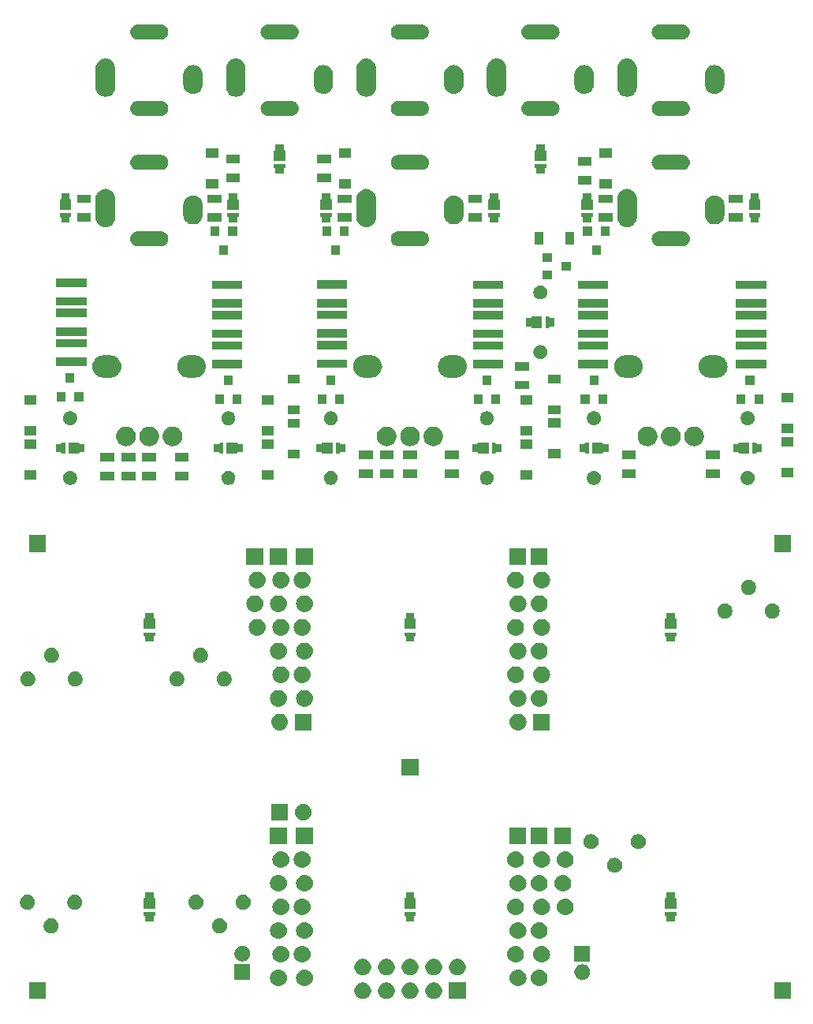
<source format=gbr>
G04 #@! TF.GenerationSoftware,KiCad,Pcbnew,(6.0.0-rc1-dev-1122-gbe0935b)*
G04 #@! TF.CreationDate,2018-11-02T12:34:23-07:00*
G04 #@! TF.ProjectId,50_matter2_comp,35305f6d-6174-4746-9572-325f636f6d70,rev?*
G04 #@! TF.SameCoordinates,Original*
G04 #@! TF.FileFunction,Soldermask,Top*
G04 #@! TF.FilePolarity,Negative*
%FSLAX46Y46*%
G04 Gerber Fmt 4.6, Leading zero omitted, Abs format (unit mm)*
G04 Created by KiCad (PCBNEW (6.0.0-rc1-dev-1122-gbe0935b)) date Fri Nov  2 12:34:23 2018*
%MOMM*%
%LPD*%
G01*
G04 APERTURE LIST*
%ADD10C,0.100000*%
G04 APERTURE END LIST*
D10*
G36*
X145182521Y-150134586D02*
X145346309Y-150202429D01*
X145493720Y-150300926D01*
X145619074Y-150426280D01*
X145717571Y-150573691D01*
X145785414Y-150737479D01*
X145820000Y-150911356D01*
X145820000Y-151088644D01*
X145785414Y-151262521D01*
X145717571Y-151426309D01*
X145619074Y-151573720D01*
X145493720Y-151699074D01*
X145346309Y-151797571D01*
X145182521Y-151865414D01*
X145008644Y-151900000D01*
X144831356Y-151900000D01*
X144657479Y-151865414D01*
X144493691Y-151797571D01*
X144346280Y-151699074D01*
X144220926Y-151573720D01*
X144122429Y-151426309D01*
X144054586Y-151262521D01*
X144020000Y-151088644D01*
X144020000Y-150911356D01*
X144054586Y-150737479D01*
X144122429Y-150573691D01*
X144220926Y-150426280D01*
X144346280Y-150300926D01*
X144493691Y-150202429D01*
X144657479Y-150134586D01*
X144831356Y-150100000D01*
X145008644Y-150100000D01*
X145182521Y-150134586D01*
X145182521Y-150134586D01*
G37*
G36*
X155980000Y-151900000D02*
X154180000Y-151900000D01*
X154180000Y-150100000D01*
X155980000Y-150100000D01*
X155980000Y-151900000D01*
X155980000Y-151900000D01*
G37*
G36*
X110900000Y-151900000D02*
X109100000Y-151900000D01*
X109100000Y-150100000D01*
X110900000Y-150100000D01*
X110900000Y-151900000D01*
X110900000Y-151900000D01*
G37*
G36*
X190900000Y-151900000D02*
X189100000Y-151900000D01*
X189100000Y-150100000D01*
X190900000Y-150100000D01*
X190900000Y-151900000D01*
X190900000Y-151900000D01*
G37*
G36*
X150262521Y-150134586D02*
X150426309Y-150202429D01*
X150573720Y-150300926D01*
X150699074Y-150426280D01*
X150797571Y-150573691D01*
X150865414Y-150737479D01*
X150900000Y-150911356D01*
X150900000Y-151088644D01*
X150865414Y-151262521D01*
X150797571Y-151426309D01*
X150699074Y-151573720D01*
X150573720Y-151699074D01*
X150426309Y-151797571D01*
X150262521Y-151865414D01*
X150088644Y-151900000D01*
X149911356Y-151900000D01*
X149737479Y-151865414D01*
X149573691Y-151797571D01*
X149426280Y-151699074D01*
X149300926Y-151573720D01*
X149202429Y-151426309D01*
X149134586Y-151262521D01*
X149100000Y-151088644D01*
X149100000Y-150911356D01*
X149134586Y-150737479D01*
X149202429Y-150573691D01*
X149300926Y-150426280D01*
X149426280Y-150300926D01*
X149573691Y-150202429D01*
X149737479Y-150134586D01*
X149911356Y-150100000D01*
X150088644Y-150100000D01*
X150262521Y-150134586D01*
X150262521Y-150134586D01*
G37*
G36*
X147722521Y-150134586D02*
X147886309Y-150202429D01*
X148033720Y-150300926D01*
X148159074Y-150426280D01*
X148257571Y-150573691D01*
X148325414Y-150737479D01*
X148360000Y-150911356D01*
X148360000Y-151088644D01*
X148325414Y-151262521D01*
X148257571Y-151426309D01*
X148159074Y-151573720D01*
X148033720Y-151699074D01*
X147886309Y-151797571D01*
X147722521Y-151865414D01*
X147548644Y-151900000D01*
X147371356Y-151900000D01*
X147197479Y-151865414D01*
X147033691Y-151797571D01*
X146886280Y-151699074D01*
X146760926Y-151573720D01*
X146662429Y-151426309D01*
X146594586Y-151262521D01*
X146560000Y-151088644D01*
X146560000Y-150911356D01*
X146594586Y-150737479D01*
X146662429Y-150573691D01*
X146760926Y-150426280D01*
X146886280Y-150300926D01*
X147033691Y-150202429D01*
X147197479Y-150134586D01*
X147371356Y-150100000D01*
X147548644Y-150100000D01*
X147722521Y-150134586D01*
X147722521Y-150134586D01*
G37*
G36*
X152802521Y-150134586D02*
X152966309Y-150202429D01*
X153113720Y-150300926D01*
X153239074Y-150426280D01*
X153337571Y-150573691D01*
X153405414Y-150737479D01*
X153440000Y-150911356D01*
X153440000Y-151088644D01*
X153405414Y-151262521D01*
X153337571Y-151426309D01*
X153239074Y-151573720D01*
X153113720Y-151699074D01*
X152966309Y-151797571D01*
X152802521Y-151865414D01*
X152628644Y-151900000D01*
X152451356Y-151900000D01*
X152277479Y-151865414D01*
X152113691Y-151797571D01*
X151966280Y-151699074D01*
X151840926Y-151573720D01*
X151742429Y-151426309D01*
X151674586Y-151262521D01*
X151640000Y-151088644D01*
X151640000Y-150911356D01*
X151674586Y-150737479D01*
X151742429Y-150573691D01*
X151840926Y-150426280D01*
X151966280Y-150300926D01*
X152113691Y-150202429D01*
X152277479Y-150134586D01*
X152451356Y-150100000D01*
X152628644Y-150100000D01*
X152802521Y-150134586D01*
X152802521Y-150134586D01*
G37*
G36*
X136046432Y-148733022D02*
X136216081Y-148784485D01*
X136372433Y-148868056D01*
X136509475Y-148980525D01*
X136621944Y-149117567D01*
X136705515Y-149273919D01*
X136756978Y-149443568D01*
X136774354Y-149620000D01*
X136756978Y-149796432D01*
X136705515Y-149966081D01*
X136621944Y-150122433D01*
X136509475Y-150259475D01*
X136372433Y-150371944D01*
X136216081Y-150455515D01*
X136046432Y-150506978D01*
X135914211Y-150520000D01*
X135825789Y-150520000D01*
X135693568Y-150506978D01*
X135523919Y-150455515D01*
X135367567Y-150371944D01*
X135230525Y-150259475D01*
X135118056Y-150122433D01*
X135034485Y-149966081D01*
X134983022Y-149796432D01*
X134965646Y-149620000D01*
X134983022Y-149443568D01*
X135034485Y-149273919D01*
X135118056Y-149117567D01*
X135230525Y-148980525D01*
X135367567Y-148868056D01*
X135523919Y-148784485D01*
X135693568Y-148733022D01*
X135825789Y-148720000D01*
X135914211Y-148720000D01*
X136046432Y-148733022D01*
X136046432Y-148733022D01*
G37*
G36*
X161766432Y-148733022D02*
X161936081Y-148784485D01*
X162092433Y-148868056D01*
X162229475Y-148980525D01*
X162341944Y-149117567D01*
X162425515Y-149273919D01*
X162476978Y-149443568D01*
X162494354Y-149620000D01*
X162476978Y-149796432D01*
X162425515Y-149966081D01*
X162341944Y-150122433D01*
X162229475Y-150259475D01*
X162092433Y-150371944D01*
X161936081Y-150455515D01*
X161766432Y-150506978D01*
X161634211Y-150520000D01*
X161545789Y-150520000D01*
X161413568Y-150506978D01*
X161243919Y-150455515D01*
X161087567Y-150371944D01*
X160950525Y-150259475D01*
X160838056Y-150122433D01*
X160754485Y-149966081D01*
X160703022Y-149796432D01*
X160685646Y-149620000D01*
X160703022Y-149443568D01*
X160754485Y-149273919D01*
X160838056Y-149117567D01*
X160950525Y-148980525D01*
X161087567Y-148868056D01*
X161243919Y-148784485D01*
X161413568Y-148733022D01*
X161545789Y-148720000D01*
X161634211Y-148720000D01*
X161766432Y-148733022D01*
X161766432Y-148733022D01*
G37*
G36*
X164046432Y-148733022D02*
X164216081Y-148784485D01*
X164372433Y-148868056D01*
X164509475Y-148980525D01*
X164621944Y-149117567D01*
X164705515Y-149273919D01*
X164756978Y-149443568D01*
X164774354Y-149620000D01*
X164756978Y-149796432D01*
X164705515Y-149966081D01*
X164621944Y-150122433D01*
X164509475Y-150259475D01*
X164372433Y-150371944D01*
X164216081Y-150455515D01*
X164046432Y-150506978D01*
X163914211Y-150520000D01*
X163825789Y-150520000D01*
X163693568Y-150506978D01*
X163523919Y-150455515D01*
X163367567Y-150371944D01*
X163230525Y-150259475D01*
X163118056Y-150122433D01*
X163034485Y-149966081D01*
X162983022Y-149796432D01*
X162965646Y-149620000D01*
X162983022Y-149443568D01*
X163034485Y-149273919D01*
X163118056Y-149117567D01*
X163230525Y-148980525D01*
X163367567Y-148868056D01*
X163523919Y-148784485D01*
X163693568Y-148733022D01*
X163825789Y-148720000D01*
X163914211Y-148720000D01*
X164046432Y-148733022D01*
X164046432Y-148733022D01*
G37*
G36*
X138846432Y-148733022D02*
X139016081Y-148784485D01*
X139172433Y-148868056D01*
X139309475Y-148980525D01*
X139421944Y-149117567D01*
X139505515Y-149273919D01*
X139556978Y-149443568D01*
X139574354Y-149620000D01*
X139556978Y-149796432D01*
X139505515Y-149966081D01*
X139421944Y-150122433D01*
X139309475Y-150259475D01*
X139172433Y-150371944D01*
X139016081Y-150455515D01*
X138846432Y-150506978D01*
X138714211Y-150520000D01*
X138625789Y-150520000D01*
X138493568Y-150506978D01*
X138323919Y-150455515D01*
X138167567Y-150371944D01*
X138030525Y-150259475D01*
X137918056Y-150122433D01*
X137834485Y-149966081D01*
X137783022Y-149796432D01*
X137765646Y-149620000D01*
X137783022Y-149443568D01*
X137834485Y-149273919D01*
X137918056Y-149117567D01*
X138030525Y-148980525D01*
X138167567Y-148868056D01*
X138323919Y-148784485D01*
X138493568Y-148733022D01*
X138625789Y-148720000D01*
X138714211Y-148720000D01*
X138846432Y-148733022D01*
X138846432Y-148733022D01*
G37*
G36*
X132850000Y-149850000D02*
X131150000Y-149850000D01*
X131150000Y-148150000D01*
X132850000Y-148150000D01*
X132850000Y-149850000D01*
X132850000Y-149850000D01*
G37*
G36*
X168747934Y-148182664D02*
X168902627Y-148246740D01*
X169041847Y-148339764D01*
X169160236Y-148458153D01*
X169253260Y-148597373D01*
X169317336Y-148752066D01*
X169350000Y-148916281D01*
X169350000Y-149083719D01*
X169317336Y-149247934D01*
X169253260Y-149402627D01*
X169160236Y-149541847D01*
X169041847Y-149660236D01*
X168902627Y-149753260D01*
X168747934Y-149817336D01*
X168583719Y-149850000D01*
X168416281Y-149850000D01*
X168252066Y-149817336D01*
X168097373Y-149753260D01*
X167958153Y-149660236D01*
X167839764Y-149541847D01*
X167746740Y-149402627D01*
X167682664Y-149247934D01*
X167650000Y-149083719D01*
X167650000Y-148916281D01*
X167682664Y-148752066D01*
X167746740Y-148597373D01*
X167839764Y-148458153D01*
X167958153Y-148339764D01*
X168097373Y-148246740D01*
X168252066Y-148182664D01*
X168416281Y-148150000D01*
X168583719Y-148150000D01*
X168747934Y-148182664D01*
X168747934Y-148182664D01*
G37*
G36*
X155342521Y-147594586D02*
X155506309Y-147662429D01*
X155653720Y-147760926D01*
X155779074Y-147886280D01*
X155877571Y-148033691D01*
X155945414Y-148197479D01*
X155980000Y-148371356D01*
X155980000Y-148548644D01*
X155945414Y-148722521D01*
X155877571Y-148886309D01*
X155779074Y-149033720D01*
X155653720Y-149159074D01*
X155506309Y-149257571D01*
X155342521Y-149325414D01*
X155168644Y-149360000D01*
X154991356Y-149360000D01*
X154817479Y-149325414D01*
X154653691Y-149257571D01*
X154506280Y-149159074D01*
X154380926Y-149033720D01*
X154282429Y-148886309D01*
X154214586Y-148722521D01*
X154180000Y-148548644D01*
X154180000Y-148371356D01*
X154214586Y-148197479D01*
X154282429Y-148033691D01*
X154380926Y-147886280D01*
X154506280Y-147760926D01*
X154653691Y-147662429D01*
X154817479Y-147594586D01*
X154991356Y-147560000D01*
X155168644Y-147560000D01*
X155342521Y-147594586D01*
X155342521Y-147594586D01*
G37*
G36*
X145182521Y-147594586D02*
X145346309Y-147662429D01*
X145493720Y-147760926D01*
X145619074Y-147886280D01*
X145717571Y-148033691D01*
X145785414Y-148197479D01*
X145820000Y-148371356D01*
X145820000Y-148548644D01*
X145785414Y-148722521D01*
X145717571Y-148886309D01*
X145619074Y-149033720D01*
X145493720Y-149159074D01*
X145346309Y-149257571D01*
X145182521Y-149325414D01*
X145008644Y-149360000D01*
X144831356Y-149360000D01*
X144657479Y-149325414D01*
X144493691Y-149257571D01*
X144346280Y-149159074D01*
X144220926Y-149033720D01*
X144122429Y-148886309D01*
X144054586Y-148722521D01*
X144020000Y-148548644D01*
X144020000Y-148371356D01*
X144054586Y-148197479D01*
X144122429Y-148033691D01*
X144220926Y-147886280D01*
X144346280Y-147760926D01*
X144493691Y-147662429D01*
X144657479Y-147594586D01*
X144831356Y-147560000D01*
X145008644Y-147560000D01*
X145182521Y-147594586D01*
X145182521Y-147594586D01*
G37*
G36*
X147722521Y-147594586D02*
X147886309Y-147662429D01*
X148033720Y-147760926D01*
X148159074Y-147886280D01*
X148257571Y-148033691D01*
X148325414Y-148197479D01*
X148360000Y-148371356D01*
X148360000Y-148548644D01*
X148325414Y-148722521D01*
X148257571Y-148886309D01*
X148159074Y-149033720D01*
X148033720Y-149159074D01*
X147886309Y-149257571D01*
X147722521Y-149325414D01*
X147548644Y-149360000D01*
X147371356Y-149360000D01*
X147197479Y-149325414D01*
X147033691Y-149257571D01*
X146886280Y-149159074D01*
X146760926Y-149033720D01*
X146662429Y-148886309D01*
X146594586Y-148722521D01*
X146560000Y-148548644D01*
X146560000Y-148371356D01*
X146594586Y-148197479D01*
X146662429Y-148033691D01*
X146760926Y-147886280D01*
X146886280Y-147760926D01*
X147033691Y-147662429D01*
X147197479Y-147594586D01*
X147371356Y-147560000D01*
X147548644Y-147560000D01*
X147722521Y-147594586D01*
X147722521Y-147594586D01*
G37*
G36*
X150262521Y-147594586D02*
X150426309Y-147662429D01*
X150573720Y-147760926D01*
X150699074Y-147886280D01*
X150797571Y-148033691D01*
X150865414Y-148197479D01*
X150900000Y-148371356D01*
X150900000Y-148548644D01*
X150865414Y-148722521D01*
X150797571Y-148886309D01*
X150699074Y-149033720D01*
X150573720Y-149159074D01*
X150426309Y-149257571D01*
X150262521Y-149325414D01*
X150088644Y-149360000D01*
X149911356Y-149360000D01*
X149737479Y-149325414D01*
X149573691Y-149257571D01*
X149426280Y-149159074D01*
X149300926Y-149033720D01*
X149202429Y-148886309D01*
X149134586Y-148722521D01*
X149100000Y-148548644D01*
X149100000Y-148371356D01*
X149134586Y-148197479D01*
X149202429Y-148033691D01*
X149300926Y-147886280D01*
X149426280Y-147760926D01*
X149573691Y-147662429D01*
X149737479Y-147594586D01*
X149911356Y-147560000D01*
X150088644Y-147560000D01*
X150262521Y-147594586D01*
X150262521Y-147594586D01*
G37*
G36*
X152802521Y-147594586D02*
X152966309Y-147662429D01*
X153113720Y-147760926D01*
X153239074Y-147886280D01*
X153337571Y-148033691D01*
X153405414Y-148197479D01*
X153440000Y-148371356D01*
X153440000Y-148548644D01*
X153405414Y-148722521D01*
X153337571Y-148886309D01*
X153239074Y-149033720D01*
X153113720Y-149159074D01*
X152966309Y-149257571D01*
X152802521Y-149325414D01*
X152628644Y-149360000D01*
X152451356Y-149360000D01*
X152277479Y-149325414D01*
X152113691Y-149257571D01*
X151966280Y-149159074D01*
X151840926Y-149033720D01*
X151742429Y-148886309D01*
X151674586Y-148722521D01*
X151640000Y-148548644D01*
X151640000Y-148371356D01*
X151674586Y-148197479D01*
X151742429Y-148033691D01*
X151840926Y-147886280D01*
X151966280Y-147760926D01*
X152113691Y-147662429D01*
X152277479Y-147594586D01*
X152451356Y-147560000D01*
X152628644Y-147560000D01*
X152802521Y-147594586D01*
X152802521Y-147594586D01*
G37*
G36*
X136306432Y-146193022D02*
X136476081Y-146244485D01*
X136632433Y-146328056D01*
X136769475Y-146440525D01*
X136881944Y-146577567D01*
X136965515Y-146733919D01*
X137016978Y-146903568D01*
X137034354Y-147080000D01*
X137016978Y-147256432D01*
X136965515Y-147426081D01*
X136881944Y-147582433D01*
X136769475Y-147719475D01*
X136632433Y-147831944D01*
X136476081Y-147915515D01*
X136306432Y-147966978D01*
X136174211Y-147980000D01*
X136085789Y-147980000D01*
X135953568Y-147966978D01*
X135783919Y-147915515D01*
X135627567Y-147831944D01*
X135490525Y-147719475D01*
X135378056Y-147582433D01*
X135294485Y-147426081D01*
X135243022Y-147256432D01*
X135225646Y-147080000D01*
X135243022Y-146903568D01*
X135294485Y-146733919D01*
X135378056Y-146577567D01*
X135490525Y-146440525D01*
X135627567Y-146328056D01*
X135783919Y-146244485D01*
X135953568Y-146193022D01*
X136085789Y-146180000D01*
X136174211Y-146180000D01*
X136306432Y-146193022D01*
X136306432Y-146193022D01*
G37*
G36*
X138586432Y-146193022D02*
X138756081Y-146244485D01*
X138912433Y-146328056D01*
X139049475Y-146440525D01*
X139161944Y-146577567D01*
X139245515Y-146733919D01*
X139296978Y-146903568D01*
X139314354Y-147080000D01*
X139296978Y-147256432D01*
X139245515Y-147426081D01*
X139161944Y-147582433D01*
X139049475Y-147719475D01*
X138912433Y-147831944D01*
X138756081Y-147915515D01*
X138586432Y-147966978D01*
X138454211Y-147980000D01*
X138365789Y-147980000D01*
X138233568Y-147966978D01*
X138063919Y-147915515D01*
X137907567Y-147831944D01*
X137770525Y-147719475D01*
X137658056Y-147582433D01*
X137574485Y-147426081D01*
X137523022Y-147256432D01*
X137505646Y-147080000D01*
X137523022Y-146903568D01*
X137574485Y-146733919D01*
X137658056Y-146577567D01*
X137770525Y-146440525D01*
X137907567Y-146328056D01*
X138063919Y-146244485D01*
X138233568Y-146193022D01*
X138365789Y-146180000D01*
X138454211Y-146180000D01*
X138586432Y-146193022D01*
X138586432Y-146193022D01*
G37*
G36*
X161506432Y-146193022D02*
X161676081Y-146244485D01*
X161832433Y-146328056D01*
X161969475Y-146440525D01*
X162081944Y-146577567D01*
X162165515Y-146733919D01*
X162216978Y-146903568D01*
X162234354Y-147080000D01*
X162216978Y-147256432D01*
X162165515Y-147426081D01*
X162081944Y-147582433D01*
X161969475Y-147719475D01*
X161832433Y-147831944D01*
X161676081Y-147915515D01*
X161506432Y-147966978D01*
X161374211Y-147980000D01*
X161285789Y-147980000D01*
X161153568Y-147966978D01*
X160983919Y-147915515D01*
X160827567Y-147831944D01*
X160690525Y-147719475D01*
X160578056Y-147582433D01*
X160494485Y-147426081D01*
X160443022Y-147256432D01*
X160425646Y-147080000D01*
X160443022Y-146903568D01*
X160494485Y-146733919D01*
X160578056Y-146577567D01*
X160690525Y-146440525D01*
X160827567Y-146328056D01*
X160983919Y-146244485D01*
X161153568Y-146193022D01*
X161285789Y-146180000D01*
X161374211Y-146180000D01*
X161506432Y-146193022D01*
X161506432Y-146193022D01*
G37*
G36*
X164306432Y-146193022D02*
X164476081Y-146244485D01*
X164632433Y-146328056D01*
X164769475Y-146440525D01*
X164881944Y-146577567D01*
X164965515Y-146733919D01*
X165016978Y-146903568D01*
X165034354Y-147080000D01*
X165016978Y-147256432D01*
X164965515Y-147426081D01*
X164881944Y-147582433D01*
X164769475Y-147719475D01*
X164632433Y-147831944D01*
X164476081Y-147915515D01*
X164306432Y-147966978D01*
X164174211Y-147980000D01*
X164085789Y-147980000D01*
X163953568Y-147966978D01*
X163783919Y-147915515D01*
X163627567Y-147831944D01*
X163490525Y-147719475D01*
X163378056Y-147582433D01*
X163294485Y-147426081D01*
X163243022Y-147256432D01*
X163225646Y-147080000D01*
X163243022Y-146903568D01*
X163294485Y-146733919D01*
X163378056Y-146577567D01*
X163490525Y-146440525D01*
X163627567Y-146328056D01*
X163783919Y-146244485D01*
X163953568Y-146193022D01*
X164085789Y-146180000D01*
X164174211Y-146180000D01*
X164306432Y-146193022D01*
X164306432Y-146193022D01*
G37*
G36*
X132247934Y-146182664D02*
X132402627Y-146246740D01*
X132541847Y-146339764D01*
X132660236Y-146458153D01*
X132753260Y-146597373D01*
X132817336Y-146752066D01*
X132850000Y-146916281D01*
X132850000Y-147083719D01*
X132817336Y-147247934D01*
X132753260Y-147402627D01*
X132660236Y-147541847D01*
X132541847Y-147660236D01*
X132402627Y-147753260D01*
X132247934Y-147817336D01*
X132083719Y-147850000D01*
X131916281Y-147850000D01*
X131752066Y-147817336D01*
X131597373Y-147753260D01*
X131458153Y-147660236D01*
X131339764Y-147541847D01*
X131246740Y-147402627D01*
X131182664Y-147247934D01*
X131150000Y-147083719D01*
X131150000Y-146916281D01*
X131182664Y-146752066D01*
X131246740Y-146597373D01*
X131339764Y-146458153D01*
X131458153Y-146339764D01*
X131597373Y-146246740D01*
X131752066Y-146182664D01*
X131916281Y-146150000D01*
X132083719Y-146150000D01*
X132247934Y-146182664D01*
X132247934Y-146182664D01*
G37*
G36*
X169350000Y-147850000D02*
X167650000Y-147850000D01*
X167650000Y-146150000D01*
X169350000Y-146150000D01*
X169350000Y-147850000D01*
X169350000Y-147850000D01*
G37*
G36*
X164046432Y-143653022D02*
X164216081Y-143704485D01*
X164372433Y-143788056D01*
X164509475Y-143900525D01*
X164621944Y-144037567D01*
X164705515Y-144193919D01*
X164756978Y-144363568D01*
X164774354Y-144540000D01*
X164756978Y-144716432D01*
X164705515Y-144886081D01*
X164621944Y-145042433D01*
X164509475Y-145179475D01*
X164372433Y-145291944D01*
X164216081Y-145375515D01*
X164046432Y-145426978D01*
X163914211Y-145440000D01*
X163825789Y-145440000D01*
X163693568Y-145426978D01*
X163523919Y-145375515D01*
X163367567Y-145291944D01*
X163230525Y-145179475D01*
X163118056Y-145042433D01*
X163034485Y-144886081D01*
X162983022Y-144716432D01*
X162965646Y-144540000D01*
X162983022Y-144363568D01*
X163034485Y-144193919D01*
X163118056Y-144037567D01*
X163230525Y-143900525D01*
X163367567Y-143788056D01*
X163523919Y-143704485D01*
X163693568Y-143653022D01*
X163825789Y-143640000D01*
X163914211Y-143640000D01*
X164046432Y-143653022D01*
X164046432Y-143653022D01*
G37*
G36*
X136046432Y-143653022D02*
X136216081Y-143704485D01*
X136372433Y-143788056D01*
X136509475Y-143900525D01*
X136621944Y-144037567D01*
X136705515Y-144193919D01*
X136756978Y-144363568D01*
X136774354Y-144540000D01*
X136756978Y-144716432D01*
X136705515Y-144886081D01*
X136621944Y-145042433D01*
X136509475Y-145179475D01*
X136372433Y-145291944D01*
X136216081Y-145375515D01*
X136046432Y-145426978D01*
X135914211Y-145440000D01*
X135825789Y-145440000D01*
X135693568Y-145426978D01*
X135523919Y-145375515D01*
X135367567Y-145291944D01*
X135230525Y-145179475D01*
X135118056Y-145042433D01*
X135034485Y-144886081D01*
X134983022Y-144716432D01*
X134965646Y-144540000D01*
X134983022Y-144363568D01*
X135034485Y-144193919D01*
X135118056Y-144037567D01*
X135230525Y-143900525D01*
X135367567Y-143788056D01*
X135523919Y-143704485D01*
X135693568Y-143653022D01*
X135825789Y-143640000D01*
X135914211Y-143640000D01*
X136046432Y-143653022D01*
X136046432Y-143653022D01*
G37*
G36*
X161766432Y-143653022D02*
X161936081Y-143704485D01*
X162092433Y-143788056D01*
X162229475Y-143900525D01*
X162341944Y-144037567D01*
X162425515Y-144193919D01*
X162476978Y-144363568D01*
X162494354Y-144540000D01*
X162476978Y-144716432D01*
X162425515Y-144886081D01*
X162341944Y-145042433D01*
X162229475Y-145179475D01*
X162092433Y-145291944D01*
X161936081Y-145375515D01*
X161766432Y-145426978D01*
X161634211Y-145440000D01*
X161545789Y-145440000D01*
X161413568Y-145426978D01*
X161243919Y-145375515D01*
X161087567Y-145291944D01*
X160950525Y-145179475D01*
X160838056Y-145042433D01*
X160754485Y-144886081D01*
X160703022Y-144716432D01*
X160685646Y-144540000D01*
X160703022Y-144363568D01*
X160754485Y-144193919D01*
X160838056Y-144037567D01*
X160950525Y-143900525D01*
X161087567Y-143788056D01*
X161243919Y-143704485D01*
X161413568Y-143653022D01*
X161545789Y-143640000D01*
X161634211Y-143640000D01*
X161766432Y-143653022D01*
X161766432Y-143653022D01*
G37*
G36*
X138846432Y-143653022D02*
X139016081Y-143704485D01*
X139172433Y-143788056D01*
X139309475Y-143900525D01*
X139421944Y-144037567D01*
X139505515Y-144193919D01*
X139556978Y-144363568D01*
X139574354Y-144540000D01*
X139556978Y-144716432D01*
X139505515Y-144886081D01*
X139421944Y-145042433D01*
X139309475Y-145179475D01*
X139172433Y-145291944D01*
X139016081Y-145375515D01*
X138846432Y-145426978D01*
X138714211Y-145440000D01*
X138625789Y-145440000D01*
X138493568Y-145426978D01*
X138323919Y-145375515D01*
X138167567Y-145291944D01*
X138030525Y-145179475D01*
X137918056Y-145042433D01*
X137834485Y-144886081D01*
X137783022Y-144716432D01*
X137765646Y-144540000D01*
X137783022Y-144363568D01*
X137834485Y-144193919D01*
X137918056Y-144037567D01*
X138030525Y-143900525D01*
X138167567Y-143788056D01*
X138323919Y-143704485D01*
X138493568Y-143653022D01*
X138625789Y-143640000D01*
X138714211Y-143640000D01*
X138846432Y-143653022D01*
X138846432Y-143653022D01*
G37*
G36*
X111696852Y-143259204D02*
X111844625Y-143320414D01*
X111977623Y-143409280D01*
X112090720Y-143522377D01*
X112179586Y-143655375D01*
X112240796Y-143803148D01*
X112272000Y-143960024D01*
X112272000Y-144119976D01*
X112240796Y-144276852D01*
X112179586Y-144424625D01*
X112090720Y-144557623D01*
X111977623Y-144670720D01*
X111844625Y-144759586D01*
X111696852Y-144820796D01*
X111539976Y-144852000D01*
X111380024Y-144852000D01*
X111223148Y-144820796D01*
X111075375Y-144759586D01*
X110942377Y-144670720D01*
X110829280Y-144557623D01*
X110740414Y-144424625D01*
X110679204Y-144276852D01*
X110648000Y-144119976D01*
X110648000Y-143960024D01*
X110679204Y-143803148D01*
X110740414Y-143655375D01*
X110829280Y-143522377D01*
X110942377Y-143409280D01*
X111075375Y-143320414D01*
X111223148Y-143259204D01*
X111380024Y-143228000D01*
X111539976Y-143228000D01*
X111696852Y-143259204D01*
X111696852Y-143259204D01*
G37*
G36*
X129776852Y-143259204D02*
X129924625Y-143320414D01*
X130057623Y-143409280D01*
X130170720Y-143522377D01*
X130259586Y-143655375D01*
X130320796Y-143803148D01*
X130352000Y-143960024D01*
X130352000Y-144119976D01*
X130320796Y-144276852D01*
X130259586Y-144424625D01*
X130170720Y-144557623D01*
X130057623Y-144670720D01*
X129924625Y-144759586D01*
X129776852Y-144820796D01*
X129619976Y-144852000D01*
X129460024Y-144852000D01*
X129303148Y-144820796D01*
X129155375Y-144759586D01*
X129022377Y-144670720D01*
X128909280Y-144557623D01*
X128820414Y-144424625D01*
X128759204Y-144276852D01*
X128728000Y-144119976D01*
X128728000Y-143960024D01*
X128759204Y-143803148D01*
X128820414Y-143655375D01*
X128909280Y-143522377D01*
X129022377Y-143409280D01*
X129155375Y-143320414D01*
X129303148Y-143259204D01*
X129460024Y-143228000D01*
X129619976Y-143228000D01*
X129776852Y-143259204D01*
X129776852Y-143259204D01*
G37*
G36*
X178620000Y-142935000D02*
X178575000Y-142935000D01*
X178550614Y-142937402D01*
X178527165Y-142944515D01*
X178505554Y-142956066D01*
X178486612Y-142971612D01*
X178471066Y-142990554D01*
X178459515Y-143012165D01*
X178452402Y-143035614D01*
X178450000Y-143060000D01*
X178450000Y-143535000D01*
X177550000Y-143535000D01*
X177550000Y-143060000D01*
X177547598Y-143035614D01*
X177540485Y-143012165D01*
X177528934Y-142990554D01*
X177513388Y-142971612D01*
X177494446Y-142956066D01*
X177472835Y-142944515D01*
X177449386Y-142937402D01*
X177425000Y-142935000D01*
X177380000Y-142935000D01*
X177380000Y-142535000D01*
X178620000Y-142535000D01*
X178620000Y-142935000D01*
X178620000Y-142935000D01*
G37*
G36*
X150620000Y-142935000D02*
X150575000Y-142935000D01*
X150550614Y-142937402D01*
X150527165Y-142944515D01*
X150505554Y-142956066D01*
X150486612Y-142971612D01*
X150471066Y-142990554D01*
X150459515Y-143012165D01*
X150452402Y-143035614D01*
X150450000Y-143060000D01*
X150450000Y-143535000D01*
X149550000Y-143535000D01*
X149550000Y-143060000D01*
X149547598Y-143035614D01*
X149540485Y-143012165D01*
X149528934Y-142990554D01*
X149513388Y-142971612D01*
X149494446Y-142956066D01*
X149472835Y-142944515D01*
X149449386Y-142937402D01*
X149425000Y-142935000D01*
X149380000Y-142935000D01*
X149380000Y-142535000D01*
X150620000Y-142535000D01*
X150620000Y-142935000D01*
X150620000Y-142935000D01*
G37*
G36*
X122620000Y-142935000D02*
X122575000Y-142935000D01*
X122550614Y-142937402D01*
X122527165Y-142944515D01*
X122505554Y-142956066D01*
X122486612Y-142971612D01*
X122471066Y-142990554D01*
X122459515Y-143012165D01*
X122452402Y-143035614D01*
X122450000Y-143060000D01*
X122450000Y-143535000D01*
X121550000Y-143535000D01*
X121550000Y-143060000D01*
X121547598Y-143035614D01*
X121540485Y-143012165D01*
X121528934Y-142990554D01*
X121513388Y-142971612D01*
X121494446Y-142956066D01*
X121472835Y-142944515D01*
X121449386Y-142937402D01*
X121425000Y-142935000D01*
X121380000Y-142935000D01*
X121380000Y-142535000D01*
X122620000Y-142535000D01*
X122620000Y-142935000D01*
X122620000Y-142935000D01*
G37*
G36*
X164306432Y-141113022D02*
X164476081Y-141164485D01*
X164632433Y-141248056D01*
X164769475Y-141360525D01*
X164881944Y-141497567D01*
X164965515Y-141653919D01*
X165016978Y-141823568D01*
X165034354Y-142000000D01*
X165016978Y-142176432D01*
X164965515Y-142346081D01*
X164881944Y-142502433D01*
X164769475Y-142639475D01*
X164632433Y-142751944D01*
X164476081Y-142835515D01*
X164306432Y-142886978D01*
X164174211Y-142900000D01*
X164085789Y-142900000D01*
X163953568Y-142886978D01*
X163783919Y-142835515D01*
X163627567Y-142751944D01*
X163490525Y-142639475D01*
X163378056Y-142502433D01*
X163294485Y-142346081D01*
X163243022Y-142176432D01*
X163225646Y-142000000D01*
X163243022Y-141823568D01*
X163294485Y-141653919D01*
X163378056Y-141497567D01*
X163490525Y-141360525D01*
X163627567Y-141248056D01*
X163783919Y-141164485D01*
X163953568Y-141113022D01*
X164085789Y-141100000D01*
X164174211Y-141100000D01*
X164306432Y-141113022D01*
X164306432Y-141113022D01*
G37*
G36*
X166843432Y-141113022D02*
X167013081Y-141164485D01*
X167169433Y-141248056D01*
X167306475Y-141360525D01*
X167418944Y-141497567D01*
X167502515Y-141653919D01*
X167553978Y-141823568D01*
X167571354Y-142000000D01*
X167553978Y-142176432D01*
X167502515Y-142346081D01*
X167418944Y-142502433D01*
X167306475Y-142639475D01*
X167169433Y-142751944D01*
X167013081Y-142835515D01*
X166843432Y-142886978D01*
X166711211Y-142900000D01*
X166622789Y-142900000D01*
X166490568Y-142886978D01*
X166320919Y-142835515D01*
X166164567Y-142751944D01*
X166027525Y-142639475D01*
X165915056Y-142502433D01*
X165831485Y-142346081D01*
X165780022Y-142176432D01*
X165762646Y-142000000D01*
X165780022Y-141823568D01*
X165831485Y-141653919D01*
X165915056Y-141497567D01*
X166027525Y-141360525D01*
X166164567Y-141248056D01*
X166320919Y-141164485D01*
X166490568Y-141113022D01*
X166622789Y-141100000D01*
X166711211Y-141100000D01*
X166843432Y-141113022D01*
X166843432Y-141113022D01*
G37*
G36*
X161506432Y-141113022D02*
X161676081Y-141164485D01*
X161832433Y-141248056D01*
X161969475Y-141360525D01*
X162081944Y-141497567D01*
X162165515Y-141653919D01*
X162216978Y-141823568D01*
X162234354Y-142000000D01*
X162216978Y-142176432D01*
X162165515Y-142346081D01*
X162081944Y-142502433D01*
X161969475Y-142639475D01*
X161832433Y-142751944D01*
X161676081Y-142835515D01*
X161506432Y-142886978D01*
X161374211Y-142900000D01*
X161285789Y-142900000D01*
X161153568Y-142886978D01*
X160983919Y-142835515D01*
X160827567Y-142751944D01*
X160690525Y-142639475D01*
X160578056Y-142502433D01*
X160494485Y-142346081D01*
X160443022Y-142176432D01*
X160425646Y-142000000D01*
X160443022Y-141823568D01*
X160494485Y-141653919D01*
X160578056Y-141497567D01*
X160690525Y-141360525D01*
X160827567Y-141248056D01*
X160983919Y-141164485D01*
X161153568Y-141113022D01*
X161285789Y-141100000D01*
X161374211Y-141100000D01*
X161506432Y-141113022D01*
X161506432Y-141113022D01*
G37*
G36*
X136306432Y-141113022D02*
X136476081Y-141164485D01*
X136632433Y-141248056D01*
X136769475Y-141360525D01*
X136881944Y-141497567D01*
X136965515Y-141653919D01*
X137016978Y-141823568D01*
X137034354Y-142000000D01*
X137016978Y-142176432D01*
X136965515Y-142346081D01*
X136881944Y-142502433D01*
X136769475Y-142639475D01*
X136632433Y-142751944D01*
X136476081Y-142835515D01*
X136306432Y-142886978D01*
X136174211Y-142900000D01*
X136085789Y-142900000D01*
X135953568Y-142886978D01*
X135783919Y-142835515D01*
X135627567Y-142751944D01*
X135490525Y-142639475D01*
X135378056Y-142502433D01*
X135294485Y-142346081D01*
X135243022Y-142176432D01*
X135225646Y-142000000D01*
X135243022Y-141823568D01*
X135294485Y-141653919D01*
X135378056Y-141497567D01*
X135490525Y-141360525D01*
X135627567Y-141248056D01*
X135783919Y-141164485D01*
X135953568Y-141113022D01*
X136085789Y-141100000D01*
X136174211Y-141100000D01*
X136306432Y-141113022D01*
X136306432Y-141113022D01*
G37*
G36*
X138586432Y-141113022D02*
X138756081Y-141164485D01*
X138912433Y-141248056D01*
X139049475Y-141360525D01*
X139161944Y-141497567D01*
X139245515Y-141653919D01*
X139296978Y-141823568D01*
X139314354Y-142000000D01*
X139296978Y-142176432D01*
X139245515Y-142346081D01*
X139161944Y-142502433D01*
X139049475Y-142639475D01*
X138912433Y-142751944D01*
X138756081Y-142835515D01*
X138586432Y-142886978D01*
X138454211Y-142900000D01*
X138365789Y-142900000D01*
X138233568Y-142886978D01*
X138063919Y-142835515D01*
X137907567Y-142751944D01*
X137770525Y-142639475D01*
X137658056Y-142502433D01*
X137574485Y-142346081D01*
X137523022Y-142176432D01*
X137505646Y-142000000D01*
X137523022Y-141823568D01*
X137574485Y-141653919D01*
X137658056Y-141497567D01*
X137770525Y-141360525D01*
X137907567Y-141248056D01*
X138063919Y-141164485D01*
X138233568Y-141113022D01*
X138365789Y-141100000D01*
X138454211Y-141100000D01*
X138586432Y-141113022D01*
X138586432Y-141113022D01*
G37*
G36*
X132316852Y-140719204D02*
X132464625Y-140780414D01*
X132597623Y-140869280D01*
X132710720Y-140982377D01*
X132799586Y-141115375D01*
X132860796Y-141263148D01*
X132892000Y-141420024D01*
X132892000Y-141579976D01*
X132860796Y-141736852D01*
X132799586Y-141884625D01*
X132710720Y-142017623D01*
X132597623Y-142130720D01*
X132464625Y-142219586D01*
X132316852Y-142280796D01*
X132159976Y-142312000D01*
X132000024Y-142312000D01*
X131843148Y-142280796D01*
X131695375Y-142219586D01*
X131562377Y-142130720D01*
X131449280Y-142017623D01*
X131360414Y-141884625D01*
X131299204Y-141736852D01*
X131268000Y-141579976D01*
X131268000Y-141420024D01*
X131299204Y-141263148D01*
X131360414Y-141115375D01*
X131449280Y-140982377D01*
X131562377Y-140869280D01*
X131695375Y-140780414D01*
X131843148Y-140719204D01*
X132000024Y-140688000D01*
X132159976Y-140688000D01*
X132316852Y-140719204D01*
X132316852Y-140719204D01*
G37*
G36*
X127236852Y-140719204D02*
X127384625Y-140780414D01*
X127517623Y-140869280D01*
X127630720Y-140982377D01*
X127719586Y-141115375D01*
X127780796Y-141263148D01*
X127812000Y-141420024D01*
X127812000Y-141579976D01*
X127780796Y-141736852D01*
X127719586Y-141884625D01*
X127630720Y-142017623D01*
X127517623Y-142130720D01*
X127384625Y-142219586D01*
X127236852Y-142280796D01*
X127079976Y-142312000D01*
X126920024Y-142312000D01*
X126763148Y-142280796D01*
X126615375Y-142219586D01*
X126482377Y-142130720D01*
X126369280Y-142017623D01*
X126280414Y-141884625D01*
X126219204Y-141736852D01*
X126188000Y-141579976D01*
X126188000Y-141420024D01*
X126219204Y-141263148D01*
X126280414Y-141115375D01*
X126369280Y-140982377D01*
X126482377Y-140869280D01*
X126615375Y-140780414D01*
X126763148Y-140719204D01*
X126920024Y-140688000D01*
X127079976Y-140688000D01*
X127236852Y-140719204D01*
X127236852Y-140719204D01*
G37*
G36*
X114236852Y-140719204D02*
X114384625Y-140780414D01*
X114517623Y-140869280D01*
X114630720Y-140982377D01*
X114719586Y-141115375D01*
X114780796Y-141263148D01*
X114812000Y-141420024D01*
X114812000Y-141579976D01*
X114780796Y-141736852D01*
X114719586Y-141884625D01*
X114630720Y-142017623D01*
X114517623Y-142130720D01*
X114384625Y-142219586D01*
X114236852Y-142280796D01*
X114079976Y-142312000D01*
X113920024Y-142312000D01*
X113763148Y-142280796D01*
X113615375Y-142219586D01*
X113482377Y-142130720D01*
X113369280Y-142017623D01*
X113280414Y-141884625D01*
X113219204Y-141736852D01*
X113188000Y-141579976D01*
X113188000Y-141420024D01*
X113219204Y-141263148D01*
X113280414Y-141115375D01*
X113369280Y-140982377D01*
X113482377Y-140869280D01*
X113615375Y-140780414D01*
X113763148Y-140719204D01*
X113920024Y-140688000D01*
X114079976Y-140688000D01*
X114236852Y-140719204D01*
X114236852Y-140719204D01*
G37*
G36*
X109156852Y-140719204D02*
X109304625Y-140780414D01*
X109437623Y-140869280D01*
X109550720Y-140982377D01*
X109639586Y-141115375D01*
X109700796Y-141263148D01*
X109732000Y-141420024D01*
X109732000Y-141579976D01*
X109700796Y-141736852D01*
X109639586Y-141884625D01*
X109550720Y-142017623D01*
X109437623Y-142130720D01*
X109304625Y-142219586D01*
X109156852Y-142280796D01*
X108999976Y-142312000D01*
X108840024Y-142312000D01*
X108683148Y-142280796D01*
X108535375Y-142219586D01*
X108402377Y-142130720D01*
X108289280Y-142017623D01*
X108200414Y-141884625D01*
X108139204Y-141736852D01*
X108108000Y-141579976D01*
X108108000Y-141420024D01*
X108139204Y-141263148D01*
X108200414Y-141115375D01*
X108289280Y-140982377D01*
X108402377Y-140869280D01*
X108535375Y-140780414D01*
X108683148Y-140719204D01*
X108840024Y-140688000D01*
X108999976Y-140688000D01*
X109156852Y-140719204D01*
X109156852Y-140719204D01*
G37*
G36*
X122450000Y-140940000D02*
X122452402Y-140964386D01*
X122459515Y-140987835D01*
X122471066Y-141009446D01*
X122486612Y-141028388D01*
X122505554Y-141043934D01*
X122527165Y-141055485D01*
X122550614Y-141062598D01*
X122575000Y-141065000D01*
X122620000Y-141065000D01*
X122620000Y-142185000D01*
X121380000Y-142185000D01*
X121380000Y-141065000D01*
X121425000Y-141065000D01*
X121449386Y-141062598D01*
X121472835Y-141055485D01*
X121494446Y-141043934D01*
X121513388Y-141028388D01*
X121528934Y-141009446D01*
X121540485Y-140987835D01*
X121547598Y-140964386D01*
X121550000Y-140940000D01*
X121550000Y-140435000D01*
X122450000Y-140435000D01*
X122450000Y-140940000D01*
X122450000Y-140940000D01*
G37*
G36*
X150450000Y-140940000D02*
X150452402Y-140964386D01*
X150459515Y-140987835D01*
X150471066Y-141009446D01*
X150486612Y-141028388D01*
X150505554Y-141043934D01*
X150527165Y-141055485D01*
X150550614Y-141062598D01*
X150575000Y-141065000D01*
X150620000Y-141065000D01*
X150620000Y-142185000D01*
X149380000Y-142185000D01*
X149380000Y-141065000D01*
X149425000Y-141065000D01*
X149449386Y-141062598D01*
X149472835Y-141055485D01*
X149494446Y-141043934D01*
X149513388Y-141028388D01*
X149528934Y-141009446D01*
X149540485Y-140987835D01*
X149547598Y-140964386D01*
X149550000Y-140940000D01*
X149550000Y-140435000D01*
X150450000Y-140435000D01*
X150450000Y-140940000D01*
X150450000Y-140940000D01*
G37*
G36*
X178450000Y-140940000D02*
X178452402Y-140964386D01*
X178459515Y-140987835D01*
X178471066Y-141009446D01*
X178486612Y-141028388D01*
X178505554Y-141043934D01*
X178527165Y-141055485D01*
X178550614Y-141062598D01*
X178575000Y-141065000D01*
X178620000Y-141065000D01*
X178620000Y-142185000D01*
X177380000Y-142185000D01*
X177380000Y-141065000D01*
X177425000Y-141065000D01*
X177449386Y-141062598D01*
X177472835Y-141055485D01*
X177494446Y-141043934D01*
X177513388Y-141028388D01*
X177528934Y-141009446D01*
X177540485Y-140987835D01*
X177547598Y-140964386D01*
X177550000Y-140940000D01*
X177550000Y-140435000D01*
X178450000Y-140435000D01*
X178450000Y-140940000D01*
X178450000Y-140940000D01*
G37*
G36*
X161766432Y-138573022D02*
X161936081Y-138624485D01*
X162092433Y-138708056D01*
X162229475Y-138820525D01*
X162341944Y-138957567D01*
X162425515Y-139113919D01*
X162476978Y-139283568D01*
X162494354Y-139460000D01*
X162476978Y-139636432D01*
X162425515Y-139806081D01*
X162341944Y-139962433D01*
X162229475Y-140099475D01*
X162092433Y-140211944D01*
X161936081Y-140295515D01*
X161766432Y-140346978D01*
X161634211Y-140360000D01*
X161545789Y-140360000D01*
X161413568Y-140346978D01*
X161243919Y-140295515D01*
X161087567Y-140211944D01*
X160950525Y-140099475D01*
X160838056Y-139962433D01*
X160754485Y-139806081D01*
X160703022Y-139636432D01*
X160685646Y-139460000D01*
X160703022Y-139283568D01*
X160754485Y-139113919D01*
X160838056Y-138957567D01*
X160950525Y-138820525D01*
X161087567Y-138708056D01*
X161243919Y-138624485D01*
X161413568Y-138573022D01*
X161545789Y-138560000D01*
X161634211Y-138560000D01*
X161766432Y-138573022D01*
X161766432Y-138573022D01*
G37*
G36*
X166589432Y-138573022D02*
X166759081Y-138624485D01*
X166915433Y-138708056D01*
X167052475Y-138820525D01*
X167164944Y-138957567D01*
X167248515Y-139113919D01*
X167299978Y-139283568D01*
X167317354Y-139460000D01*
X167299978Y-139636432D01*
X167248515Y-139806081D01*
X167164944Y-139962433D01*
X167052475Y-140099475D01*
X166915433Y-140211944D01*
X166759081Y-140295515D01*
X166589432Y-140346978D01*
X166457211Y-140360000D01*
X166368789Y-140360000D01*
X166236568Y-140346978D01*
X166066919Y-140295515D01*
X165910567Y-140211944D01*
X165773525Y-140099475D01*
X165661056Y-139962433D01*
X165577485Y-139806081D01*
X165526022Y-139636432D01*
X165508646Y-139460000D01*
X165526022Y-139283568D01*
X165577485Y-139113919D01*
X165661056Y-138957567D01*
X165773525Y-138820525D01*
X165910567Y-138708056D01*
X166066919Y-138624485D01*
X166236568Y-138573022D01*
X166368789Y-138560000D01*
X166457211Y-138560000D01*
X166589432Y-138573022D01*
X166589432Y-138573022D01*
G37*
G36*
X164046432Y-138573022D02*
X164216081Y-138624485D01*
X164372433Y-138708056D01*
X164509475Y-138820525D01*
X164621944Y-138957567D01*
X164705515Y-139113919D01*
X164756978Y-139283568D01*
X164774354Y-139460000D01*
X164756978Y-139636432D01*
X164705515Y-139806081D01*
X164621944Y-139962433D01*
X164509475Y-140099475D01*
X164372433Y-140211944D01*
X164216081Y-140295515D01*
X164046432Y-140346978D01*
X163914211Y-140360000D01*
X163825789Y-140360000D01*
X163693568Y-140346978D01*
X163523919Y-140295515D01*
X163367567Y-140211944D01*
X163230525Y-140099475D01*
X163118056Y-139962433D01*
X163034485Y-139806081D01*
X162983022Y-139636432D01*
X162965646Y-139460000D01*
X162983022Y-139283568D01*
X163034485Y-139113919D01*
X163118056Y-138957567D01*
X163230525Y-138820525D01*
X163367567Y-138708056D01*
X163523919Y-138624485D01*
X163693568Y-138573022D01*
X163825789Y-138560000D01*
X163914211Y-138560000D01*
X164046432Y-138573022D01*
X164046432Y-138573022D01*
G37*
G36*
X136046432Y-138573022D02*
X136216081Y-138624485D01*
X136372433Y-138708056D01*
X136509475Y-138820525D01*
X136621944Y-138957567D01*
X136705515Y-139113919D01*
X136756978Y-139283568D01*
X136774354Y-139460000D01*
X136756978Y-139636432D01*
X136705515Y-139806081D01*
X136621944Y-139962433D01*
X136509475Y-140099475D01*
X136372433Y-140211944D01*
X136216081Y-140295515D01*
X136046432Y-140346978D01*
X135914211Y-140360000D01*
X135825789Y-140360000D01*
X135693568Y-140346978D01*
X135523919Y-140295515D01*
X135367567Y-140211944D01*
X135230525Y-140099475D01*
X135118056Y-139962433D01*
X135034485Y-139806081D01*
X134983022Y-139636432D01*
X134965646Y-139460000D01*
X134983022Y-139283568D01*
X135034485Y-139113919D01*
X135118056Y-138957567D01*
X135230525Y-138820525D01*
X135367567Y-138708056D01*
X135523919Y-138624485D01*
X135693568Y-138573022D01*
X135825789Y-138560000D01*
X135914211Y-138560000D01*
X136046432Y-138573022D01*
X136046432Y-138573022D01*
G37*
G36*
X138846432Y-138573022D02*
X139016081Y-138624485D01*
X139172433Y-138708056D01*
X139309475Y-138820525D01*
X139421944Y-138957567D01*
X139505515Y-139113919D01*
X139556978Y-139283568D01*
X139574354Y-139460000D01*
X139556978Y-139636432D01*
X139505515Y-139806081D01*
X139421944Y-139962433D01*
X139309475Y-140099475D01*
X139172433Y-140211944D01*
X139016081Y-140295515D01*
X138846432Y-140346978D01*
X138714211Y-140360000D01*
X138625789Y-140360000D01*
X138493568Y-140346978D01*
X138323919Y-140295515D01*
X138167567Y-140211944D01*
X138030525Y-140099475D01*
X137918056Y-139962433D01*
X137834485Y-139806081D01*
X137783022Y-139636432D01*
X137765646Y-139460000D01*
X137783022Y-139283568D01*
X137834485Y-139113919D01*
X137918056Y-138957567D01*
X138030525Y-138820525D01*
X138167567Y-138708056D01*
X138323919Y-138624485D01*
X138493568Y-138573022D01*
X138625789Y-138560000D01*
X138714211Y-138560000D01*
X138846432Y-138573022D01*
X138846432Y-138573022D01*
G37*
G36*
X172196852Y-136759204D02*
X172344625Y-136820414D01*
X172477623Y-136909280D01*
X172590720Y-137022377D01*
X172679586Y-137155375D01*
X172740796Y-137303148D01*
X172772000Y-137460024D01*
X172772000Y-137619976D01*
X172740796Y-137776852D01*
X172679586Y-137924625D01*
X172590720Y-138057623D01*
X172477623Y-138170720D01*
X172344625Y-138259586D01*
X172196852Y-138320796D01*
X172039976Y-138352000D01*
X171880024Y-138352000D01*
X171723148Y-138320796D01*
X171575375Y-138259586D01*
X171442377Y-138170720D01*
X171329280Y-138057623D01*
X171240414Y-137924625D01*
X171179204Y-137776852D01*
X171148000Y-137619976D01*
X171148000Y-137460024D01*
X171179204Y-137303148D01*
X171240414Y-137155375D01*
X171329280Y-137022377D01*
X171442377Y-136909280D01*
X171575375Y-136820414D01*
X171723148Y-136759204D01*
X171880024Y-136728000D01*
X172039976Y-136728000D01*
X172196852Y-136759204D01*
X172196852Y-136759204D01*
G37*
G36*
X136306432Y-136033022D02*
X136476081Y-136084485D01*
X136632433Y-136168056D01*
X136769475Y-136280525D01*
X136881944Y-136417567D01*
X136965515Y-136573919D01*
X137016978Y-136743568D01*
X137034354Y-136920000D01*
X137016978Y-137096432D01*
X136965515Y-137266081D01*
X136881944Y-137422433D01*
X136769475Y-137559475D01*
X136632433Y-137671944D01*
X136476081Y-137755515D01*
X136306432Y-137806978D01*
X136174211Y-137820000D01*
X136085789Y-137820000D01*
X135953568Y-137806978D01*
X135783919Y-137755515D01*
X135627567Y-137671944D01*
X135490525Y-137559475D01*
X135378056Y-137422433D01*
X135294485Y-137266081D01*
X135243022Y-137096432D01*
X135225646Y-136920000D01*
X135243022Y-136743568D01*
X135294485Y-136573919D01*
X135378056Y-136417567D01*
X135490525Y-136280525D01*
X135627567Y-136168056D01*
X135783919Y-136084485D01*
X135953568Y-136033022D01*
X136085789Y-136020000D01*
X136174211Y-136020000D01*
X136306432Y-136033022D01*
X136306432Y-136033022D01*
G37*
G36*
X166843432Y-136033022D02*
X167013081Y-136084485D01*
X167169433Y-136168056D01*
X167306475Y-136280525D01*
X167418944Y-136417567D01*
X167502515Y-136573919D01*
X167553978Y-136743568D01*
X167571354Y-136920000D01*
X167553978Y-137096432D01*
X167502515Y-137266081D01*
X167418944Y-137422433D01*
X167306475Y-137559475D01*
X167169433Y-137671944D01*
X167013081Y-137755515D01*
X166843432Y-137806978D01*
X166711211Y-137820000D01*
X166622789Y-137820000D01*
X166490568Y-137806978D01*
X166320919Y-137755515D01*
X166164567Y-137671944D01*
X166027525Y-137559475D01*
X165915056Y-137422433D01*
X165831485Y-137266081D01*
X165780022Y-137096432D01*
X165762646Y-136920000D01*
X165780022Y-136743568D01*
X165831485Y-136573919D01*
X165915056Y-136417567D01*
X166027525Y-136280525D01*
X166164567Y-136168056D01*
X166320919Y-136084485D01*
X166490568Y-136033022D01*
X166622789Y-136020000D01*
X166711211Y-136020000D01*
X166843432Y-136033022D01*
X166843432Y-136033022D01*
G37*
G36*
X164306432Y-136033022D02*
X164476081Y-136084485D01*
X164632433Y-136168056D01*
X164769475Y-136280525D01*
X164881944Y-136417567D01*
X164965515Y-136573919D01*
X165016978Y-136743568D01*
X165034354Y-136920000D01*
X165016978Y-137096432D01*
X164965515Y-137266081D01*
X164881944Y-137422433D01*
X164769475Y-137559475D01*
X164632433Y-137671944D01*
X164476081Y-137755515D01*
X164306432Y-137806978D01*
X164174211Y-137820000D01*
X164085789Y-137820000D01*
X163953568Y-137806978D01*
X163783919Y-137755515D01*
X163627567Y-137671944D01*
X163490525Y-137559475D01*
X163378056Y-137422433D01*
X163294485Y-137266081D01*
X163243022Y-137096432D01*
X163225646Y-136920000D01*
X163243022Y-136743568D01*
X163294485Y-136573919D01*
X163378056Y-136417567D01*
X163490525Y-136280525D01*
X163627567Y-136168056D01*
X163783919Y-136084485D01*
X163953568Y-136033022D01*
X164085789Y-136020000D01*
X164174211Y-136020000D01*
X164306432Y-136033022D01*
X164306432Y-136033022D01*
G37*
G36*
X138586432Y-136033022D02*
X138756081Y-136084485D01*
X138912433Y-136168056D01*
X139049475Y-136280525D01*
X139161944Y-136417567D01*
X139245515Y-136573919D01*
X139296978Y-136743568D01*
X139314354Y-136920000D01*
X139296978Y-137096432D01*
X139245515Y-137266081D01*
X139161944Y-137422433D01*
X139049475Y-137559475D01*
X138912433Y-137671944D01*
X138756081Y-137755515D01*
X138586432Y-137806978D01*
X138454211Y-137820000D01*
X138365789Y-137820000D01*
X138233568Y-137806978D01*
X138063919Y-137755515D01*
X137907567Y-137671944D01*
X137770525Y-137559475D01*
X137658056Y-137422433D01*
X137574485Y-137266081D01*
X137523022Y-137096432D01*
X137505646Y-136920000D01*
X137523022Y-136743568D01*
X137574485Y-136573919D01*
X137658056Y-136417567D01*
X137770525Y-136280525D01*
X137907567Y-136168056D01*
X138063919Y-136084485D01*
X138233568Y-136033022D01*
X138365789Y-136020000D01*
X138454211Y-136020000D01*
X138586432Y-136033022D01*
X138586432Y-136033022D01*
G37*
G36*
X161506432Y-136033022D02*
X161676081Y-136084485D01*
X161832433Y-136168056D01*
X161969475Y-136280525D01*
X162081944Y-136417567D01*
X162165515Y-136573919D01*
X162216978Y-136743568D01*
X162234354Y-136920000D01*
X162216978Y-137096432D01*
X162165515Y-137266081D01*
X162081944Y-137422433D01*
X161969475Y-137559475D01*
X161832433Y-137671944D01*
X161676081Y-137755515D01*
X161506432Y-137806978D01*
X161374211Y-137820000D01*
X161285789Y-137820000D01*
X161153568Y-137806978D01*
X160983919Y-137755515D01*
X160827567Y-137671944D01*
X160690525Y-137559475D01*
X160578056Y-137422433D01*
X160494485Y-137266081D01*
X160443022Y-137096432D01*
X160425646Y-136920000D01*
X160443022Y-136743568D01*
X160494485Y-136573919D01*
X160578056Y-136417567D01*
X160690525Y-136280525D01*
X160827567Y-136168056D01*
X160983919Y-136084485D01*
X161153568Y-136033022D01*
X161285789Y-136020000D01*
X161374211Y-136020000D01*
X161506432Y-136033022D01*
X161506432Y-136033022D01*
G37*
G36*
X174736852Y-134219204D02*
X174884625Y-134280414D01*
X175017623Y-134369280D01*
X175130720Y-134482377D01*
X175219586Y-134615375D01*
X175280796Y-134763148D01*
X175312000Y-134920024D01*
X175312000Y-135079976D01*
X175280796Y-135236852D01*
X175219586Y-135384625D01*
X175130720Y-135517623D01*
X175017623Y-135630720D01*
X174884625Y-135719586D01*
X174736852Y-135780796D01*
X174579976Y-135812000D01*
X174420024Y-135812000D01*
X174263148Y-135780796D01*
X174115375Y-135719586D01*
X173982377Y-135630720D01*
X173869280Y-135517623D01*
X173780414Y-135384625D01*
X173719204Y-135236852D01*
X173688000Y-135079976D01*
X173688000Y-134920024D01*
X173719204Y-134763148D01*
X173780414Y-134615375D01*
X173869280Y-134482377D01*
X173982377Y-134369280D01*
X174115375Y-134280414D01*
X174263148Y-134219204D01*
X174420024Y-134188000D01*
X174579976Y-134188000D01*
X174736852Y-134219204D01*
X174736852Y-134219204D01*
G37*
G36*
X169656852Y-134219204D02*
X169804625Y-134280414D01*
X169937623Y-134369280D01*
X170050720Y-134482377D01*
X170139586Y-134615375D01*
X170200796Y-134763148D01*
X170232000Y-134920024D01*
X170232000Y-135079976D01*
X170200796Y-135236852D01*
X170139586Y-135384625D01*
X170050720Y-135517623D01*
X169937623Y-135630720D01*
X169804625Y-135719586D01*
X169656852Y-135780796D01*
X169499976Y-135812000D01*
X169340024Y-135812000D01*
X169183148Y-135780796D01*
X169035375Y-135719586D01*
X168902377Y-135630720D01*
X168789280Y-135517623D01*
X168700414Y-135384625D01*
X168639204Y-135236852D01*
X168608000Y-135079976D01*
X168608000Y-134920024D01*
X168639204Y-134763148D01*
X168700414Y-134615375D01*
X168789280Y-134482377D01*
X168902377Y-134369280D01*
X169035375Y-134280414D01*
X169183148Y-134219204D01*
X169340024Y-134188000D01*
X169499976Y-134188000D01*
X169656852Y-134219204D01*
X169656852Y-134219204D01*
G37*
G36*
X139570000Y-135280000D02*
X137770000Y-135280000D01*
X137770000Y-133480000D01*
X139570000Y-133480000D01*
X139570000Y-135280000D01*
X139570000Y-135280000D01*
G37*
G36*
X136770000Y-135280000D02*
X134970000Y-135280000D01*
X134970000Y-133480000D01*
X136770000Y-133480000D01*
X136770000Y-135280000D01*
X136770000Y-135280000D01*
G37*
G36*
X167313000Y-135280000D02*
X165513000Y-135280000D01*
X165513000Y-133480000D01*
X167313000Y-133480000D01*
X167313000Y-135280000D01*
X167313000Y-135280000D01*
G37*
G36*
X164770000Y-135280000D02*
X162970000Y-135280000D01*
X162970000Y-133480000D01*
X164770000Y-133480000D01*
X164770000Y-135280000D01*
X164770000Y-135280000D01*
G37*
G36*
X162490000Y-135280000D02*
X160690000Y-135280000D01*
X160690000Y-133480000D01*
X162490000Y-133480000D01*
X162490000Y-135280000D01*
X162490000Y-135280000D01*
G37*
G36*
X138716432Y-130953022D02*
X138886081Y-131004485D01*
X139042433Y-131088056D01*
X139179475Y-131200525D01*
X139291944Y-131337567D01*
X139375515Y-131493919D01*
X139426978Y-131663568D01*
X139444354Y-131840000D01*
X139426978Y-132016432D01*
X139375515Y-132186081D01*
X139291944Y-132342433D01*
X139179475Y-132479475D01*
X139042433Y-132591944D01*
X138886081Y-132675515D01*
X138716432Y-132726978D01*
X138584211Y-132740000D01*
X138495789Y-132740000D01*
X138363568Y-132726978D01*
X138193919Y-132675515D01*
X138037567Y-132591944D01*
X137900525Y-132479475D01*
X137788056Y-132342433D01*
X137704485Y-132186081D01*
X137653022Y-132016432D01*
X137635646Y-131840000D01*
X137653022Y-131663568D01*
X137704485Y-131493919D01*
X137788056Y-131337567D01*
X137900525Y-131200525D01*
X138037567Y-131088056D01*
X138193919Y-131004485D01*
X138363568Y-130953022D01*
X138495789Y-130940000D01*
X138584211Y-130940000D01*
X138716432Y-130953022D01*
X138716432Y-130953022D01*
G37*
G36*
X136900000Y-132740000D02*
X135100000Y-132740000D01*
X135100000Y-130940000D01*
X136900000Y-130940000D01*
X136900000Y-132740000D01*
X136900000Y-132740000D01*
G37*
G36*
X150900000Y-127900000D02*
X149100000Y-127900000D01*
X149100000Y-126100000D01*
X150900000Y-126100000D01*
X150900000Y-127900000D01*
X150900000Y-127900000D01*
G37*
G36*
X139440000Y-123060000D02*
X137640000Y-123060000D01*
X137640000Y-121260000D01*
X139440000Y-121260000D01*
X139440000Y-123060000D01*
X139440000Y-123060000D01*
G37*
G36*
X136176432Y-121273022D02*
X136346081Y-121324485D01*
X136502433Y-121408056D01*
X136639475Y-121520525D01*
X136751944Y-121657567D01*
X136835515Y-121813919D01*
X136886978Y-121983568D01*
X136904354Y-122160000D01*
X136886978Y-122336432D01*
X136835515Y-122506081D01*
X136751944Y-122662433D01*
X136639475Y-122799475D01*
X136502433Y-122911944D01*
X136346081Y-122995515D01*
X136176432Y-123046978D01*
X136044211Y-123060000D01*
X135955789Y-123060000D01*
X135823568Y-123046978D01*
X135653919Y-122995515D01*
X135497567Y-122911944D01*
X135360525Y-122799475D01*
X135248056Y-122662433D01*
X135164485Y-122506081D01*
X135113022Y-122336432D01*
X135095646Y-122160000D01*
X135113022Y-121983568D01*
X135164485Y-121813919D01*
X135248056Y-121657567D01*
X135360525Y-121520525D01*
X135497567Y-121408056D01*
X135653919Y-121324485D01*
X135823568Y-121273022D01*
X135955789Y-121260000D01*
X136044211Y-121260000D01*
X136176432Y-121273022D01*
X136176432Y-121273022D01*
G37*
G36*
X165030000Y-123060000D02*
X163230000Y-123060000D01*
X163230000Y-121260000D01*
X165030000Y-121260000D01*
X165030000Y-123060000D01*
X165030000Y-123060000D01*
G37*
G36*
X161766432Y-121273022D02*
X161936081Y-121324485D01*
X162092433Y-121408056D01*
X162229475Y-121520525D01*
X162341944Y-121657567D01*
X162425515Y-121813919D01*
X162476978Y-121983568D01*
X162494354Y-122160000D01*
X162476978Y-122336432D01*
X162425515Y-122506081D01*
X162341944Y-122662433D01*
X162229475Y-122799475D01*
X162092433Y-122911944D01*
X161936081Y-122995515D01*
X161766432Y-123046978D01*
X161634211Y-123060000D01*
X161545789Y-123060000D01*
X161413568Y-123046978D01*
X161243919Y-122995515D01*
X161087567Y-122911944D01*
X160950525Y-122799475D01*
X160838056Y-122662433D01*
X160754485Y-122506081D01*
X160703022Y-122336432D01*
X160685646Y-122160000D01*
X160703022Y-121983568D01*
X160754485Y-121813919D01*
X160838056Y-121657567D01*
X160950525Y-121520525D01*
X161087567Y-121408056D01*
X161243919Y-121324485D01*
X161413568Y-121273022D01*
X161545789Y-121260000D01*
X161634211Y-121260000D01*
X161766432Y-121273022D01*
X161766432Y-121273022D01*
G37*
G36*
X164046432Y-118733022D02*
X164216081Y-118784485D01*
X164372433Y-118868056D01*
X164509475Y-118980525D01*
X164621944Y-119117567D01*
X164705515Y-119273919D01*
X164756978Y-119443568D01*
X164774354Y-119620000D01*
X164756978Y-119796432D01*
X164705515Y-119966081D01*
X164621944Y-120122433D01*
X164509475Y-120259475D01*
X164372433Y-120371944D01*
X164216081Y-120455515D01*
X164046432Y-120506978D01*
X163914211Y-120520000D01*
X163825789Y-120520000D01*
X163693568Y-120506978D01*
X163523919Y-120455515D01*
X163367567Y-120371944D01*
X163230525Y-120259475D01*
X163118056Y-120122433D01*
X163034485Y-119966081D01*
X162983022Y-119796432D01*
X162965646Y-119620000D01*
X162983022Y-119443568D01*
X163034485Y-119273919D01*
X163118056Y-119117567D01*
X163230525Y-118980525D01*
X163367567Y-118868056D01*
X163523919Y-118784485D01*
X163693568Y-118733022D01*
X163825789Y-118720000D01*
X163914211Y-118720000D01*
X164046432Y-118733022D01*
X164046432Y-118733022D01*
G37*
G36*
X161766432Y-118733022D02*
X161936081Y-118784485D01*
X162092433Y-118868056D01*
X162229475Y-118980525D01*
X162341944Y-119117567D01*
X162425515Y-119273919D01*
X162476978Y-119443568D01*
X162494354Y-119620000D01*
X162476978Y-119796432D01*
X162425515Y-119966081D01*
X162341944Y-120122433D01*
X162229475Y-120259475D01*
X162092433Y-120371944D01*
X161936081Y-120455515D01*
X161766432Y-120506978D01*
X161634211Y-120520000D01*
X161545789Y-120520000D01*
X161413568Y-120506978D01*
X161243919Y-120455515D01*
X161087567Y-120371944D01*
X160950525Y-120259475D01*
X160838056Y-120122433D01*
X160754485Y-119966081D01*
X160703022Y-119796432D01*
X160685646Y-119620000D01*
X160703022Y-119443568D01*
X160754485Y-119273919D01*
X160838056Y-119117567D01*
X160950525Y-118980525D01*
X161087567Y-118868056D01*
X161243919Y-118784485D01*
X161413568Y-118733022D01*
X161545789Y-118720000D01*
X161634211Y-118720000D01*
X161766432Y-118733022D01*
X161766432Y-118733022D01*
G37*
G36*
X138846432Y-118733022D02*
X139016081Y-118784485D01*
X139172433Y-118868056D01*
X139309475Y-118980525D01*
X139421944Y-119117567D01*
X139505515Y-119273919D01*
X139556978Y-119443568D01*
X139574354Y-119620000D01*
X139556978Y-119796432D01*
X139505515Y-119966081D01*
X139421944Y-120122433D01*
X139309475Y-120259475D01*
X139172433Y-120371944D01*
X139016081Y-120455515D01*
X138846432Y-120506978D01*
X138714211Y-120520000D01*
X138625789Y-120520000D01*
X138493568Y-120506978D01*
X138323919Y-120455515D01*
X138167567Y-120371944D01*
X138030525Y-120259475D01*
X137918056Y-120122433D01*
X137834485Y-119966081D01*
X137783022Y-119796432D01*
X137765646Y-119620000D01*
X137783022Y-119443568D01*
X137834485Y-119273919D01*
X137918056Y-119117567D01*
X138030525Y-118980525D01*
X138167567Y-118868056D01*
X138323919Y-118784485D01*
X138493568Y-118733022D01*
X138625789Y-118720000D01*
X138714211Y-118720000D01*
X138846432Y-118733022D01*
X138846432Y-118733022D01*
G37*
G36*
X136046432Y-118733022D02*
X136216081Y-118784485D01*
X136372433Y-118868056D01*
X136509475Y-118980525D01*
X136621944Y-119117567D01*
X136705515Y-119273919D01*
X136756978Y-119443568D01*
X136774354Y-119620000D01*
X136756978Y-119796432D01*
X136705515Y-119966081D01*
X136621944Y-120122433D01*
X136509475Y-120259475D01*
X136372433Y-120371944D01*
X136216081Y-120455515D01*
X136046432Y-120506978D01*
X135914211Y-120520000D01*
X135825789Y-120520000D01*
X135693568Y-120506978D01*
X135523919Y-120455515D01*
X135367567Y-120371944D01*
X135230525Y-120259475D01*
X135118056Y-120122433D01*
X135034485Y-119966081D01*
X134983022Y-119796432D01*
X134965646Y-119620000D01*
X134983022Y-119443568D01*
X135034485Y-119273919D01*
X135118056Y-119117567D01*
X135230525Y-118980525D01*
X135367567Y-118868056D01*
X135523919Y-118784485D01*
X135693568Y-118733022D01*
X135825789Y-118720000D01*
X135914211Y-118720000D01*
X136046432Y-118733022D01*
X136046432Y-118733022D01*
G37*
G36*
X114276852Y-116759204D02*
X114424625Y-116820414D01*
X114557623Y-116909280D01*
X114670720Y-117022377D01*
X114759586Y-117155375D01*
X114820796Y-117303148D01*
X114852000Y-117460024D01*
X114852000Y-117619976D01*
X114820796Y-117776852D01*
X114759586Y-117924625D01*
X114670720Y-118057623D01*
X114557623Y-118170720D01*
X114424625Y-118259586D01*
X114276852Y-118320796D01*
X114119976Y-118352000D01*
X113960024Y-118352000D01*
X113803148Y-118320796D01*
X113655375Y-118259586D01*
X113522377Y-118170720D01*
X113409280Y-118057623D01*
X113320414Y-117924625D01*
X113259204Y-117776852D01*
X113228000Y-117619976D01*
X113228000Y-117460024D01*
X113259204Y-117303148D01*
X113320414Y-117155375D01*
X113409280Y-117022377D01*
X113522377Y-116909280D01*
X113655375Y-116820414D01*
X113803148Y-116759204D01*
X113960024Y-116728000D01*
X114119976Y-116728000D01*
X114276852Y-116759204D01*
X114276852Y-116759204D01*
G37*
G36*
X109196852Y-116759204D02*
X109344625Y-116820414D01*
X109477623Y-116909280D01*
X109590720Y-117022377D01*
X109679586Y-117155375D01*
X109740796Y-117303148D01*
X109772000Y-117460024D01*
X109772000Y-117619976D01*
X109740796Y-117776852D01*
X109679586Y-117924625D01*
X109590720Y-118057623D01*
X109477623Y-118170720D01*
X109344625Y-118259586D01*
X109196852Y-118320796D01*
X109039976Y-118352000D01*
X108880024Y-118352000D01*
X108723148Y-118320796D01*
X108575375Y-118259586D01*
X108442377Y-118170720D01*
X108329280Y-118057623D01*
X108240414Y-117924625D01*
X108179204Y-117776852D01*
X108148000Y-117619976D01*
X108148000Y-117460024D01*
X108179204Y-117303148D01*
X108240414Y-117155375D01*
X108329280Y-117022377D01*
X108442377Y-116909280D01*
X108575375Y-116820414D01*
X108723148Y-116759204D01*
X108880024Y-116728000D01*
X109039976Y-116728000D01*
X109196852Y-116759204D01*
X109196852Y-116759204D01*
G37*
G36*
X130276852Y-116759204D02*
X130424625Y-116820414D01*
X130557623Y-116909280D01*
X130670720Y-117022377D01*
X130759586Y-117155375D01*
X130820796Y-117303148D01*
X130852000Y-117460024D01*
X130852000Y-117619976D01*
X130820796Y-117776852D01*
X130759586Y-117924625D01*
X130670720Y-118057623D01*
X130557623Y-118170720D01*
X130424625Y-118259586D01*
X130276852Y-118320796D01*
X130119976Y-118352000D01*
X129960024Y-118352000D01*
X129803148Y-118320796D01*
X129655375Y-118259586D01*
X129522377Y-118170720D01*
X129409280Y-118057623D01*
X129320414Y-117924625D01*
X129259204Y-117776852D01*
X129228000Y-117619976D01*
X129228000Y-117460024D01*
X129259204Y-117303148D01*
X129320414Y-117155375D01*
X129409280Y-117022377D01*
X129522377Y-116909280D01*
X129655375Y-116820414D01*
X129803148Y-116759204D01*
X129960024Y-116728000D01*
X130119976Y-116728000D01*
X130276852Y-116759204D01*
X130276852Y-116759204D01*
G37*
G36*
X125196852Y-116759204D02*
X125344625Y-116820414D01*
X125477623Y-116909280D01*
X125590720Y-117022377D01*
X125679586Y-117155375D01*
X125740796Y-117303148D01*
X125772000Y-117460024D01*
X125772000Y-117619976D01*
X125740796Y-117776852D01*
X125679586Y-117924625D01*
X125590720Y-118057623D01*
X125477623Y-118170720D01*
X125344625Y-118259586D01*
X125196852Y-118320796D01*
X125039976Y-118352000D01*
X124880024Y-118352000D01*
X124723148Y-118320796D01*
X124575375Y-118259586D01*
X124442377Y-118170720D01*
X124329280Y-118057623D01*
X124240414Y-117924625D01*
X124179204Y-117776852D01*
X124148000Y-117619976D01*
X124148000Y-117460024D01*
X124179204Y-117303148D01*
X124240414Y-117155375D01*
X124329280Y-117022377D01*
X124442377Y-116909280D01*
X124575375Y-116820414D01*
X124723148Y-116759204D01*
X124880024Y-116728000D01*
X125039976Y-116728000D01*
X125196852Y-116759204D01*
X125196852Y-116759204D01*
G37*
G36*
X164306432Y-116193022D02*
X164476081Y-116244485D01*
X164632433Y-116328056D01*
X164769475Y-116440525D01*
X164881944Y-116577567D01*
X164965515Y-116733919D01*
X165016978Y-116903568D01*
X165034354Y-117080000D01*
X165016978Y-117256432D01*
X164965515Y-117426081D01*
X164881944Y-117582433D01*
X164769475Y-117719475D01*
X164632433Y-117831944D01*
X164476081Y-117915515D01*
X164306432Y-117966978D01*
X164174211Y-117980000D01*
X164085789Y-117980000D01*
X163953568Y-117966978D01*
X163783919Y-117915515D01*
X163627567Y-117831944D01*
X163490525Y-117719475D01*
X163378056Y-117582433D01*
X163294485Y-117426081D01*
X163243022Y-117256432D01*
X163225646Y-117080000D01*
X163243022Y-116903568D01*
X163294485Y-116733919D01*
X163378056Y-116577567D01*
X163490525Y-116440525D01*
X163627567Y-116328056D01*
X163783919Y-116244485D01*
X163953568Y-116193022D01*
X164085789Y-116180000D01*
X164174211Y-116180000D01*
X164306432Y-116193022D01*
X164306432Y-116193022D01*
G37*
G36*
X138586432Y-116193022D02*
X138756081Y-116244485D01*
X138912433Y-116328056D01*
X139049475Y-116440525D01*
X139161944Y-116577567D01*
X139245515Y-116733919D01*
X139296978Y-116903568D01*
X139314354Y-117080000D01*
X139296978Y-117256432D01*
X139245515Y-117426081D01*
X139161944Y-117582433D01*
X139049475Y-117719475D01*
X138912433Y-117831944D01*
X138756081Y-117915515D01*
X138586432Y-117966978D01*
X138454211Y-117980000D01*
X138365789Y-117980000D01*
X138233568Y-117966978D01*
X138063919Y-117915515D01*
X137907567Y-117831944D01*
X137770525Y-117719475D01*
X137658056Y-117582433D01*
X137574485Y-117426081D01*
X137523022Y-117256432D01*
X137505646Y-117080000D01*
X137523022Y-116903568D01*
X137574485Y-116733919D01*
X137658056Y-116577567D01*
X137770525Y-116440525D01*
X137907567Y-116328056D01*
X138063919Y-116244485D01*
X138233568Y-116193022D01*
X138365789Y-116180000D01*
X138454211Y-116180000D01*
X138586432Y-116193022D01*
X138586432Y-116193022D01*
G37*
G36*
X161506432Y-116193022D02*
X161676081Y-116244485D01*
X161832433Y-116328056D01*
X161969475Y-116440525D01*
X162081944Y-116577567D01*
X162165515Y-116733919D01*
X162216978Y-116903568D01*
X162234354Y-117080000D01*
X162216978Y-117256432D01*
X162165515Y-117426081D01*
X162081944Y-117582433D01*
X161969475Y-117719475D01*
X161832433Y-117831944D01*
X161676081Y-117915515D01*
X161506432Y-117966978D01*
X161374211Y-117980000D01*
X161285789Y-117980000D01*
X161153568Y-117966978D01*
X160983919Y-117915515D01*
X160827567Y-117831944D01*
X160690525Y-117719475D01*
X160578056Y-117582433D01*
X160494485Y-117426081D01*
X160443022Y-117256432D01*
X160425646Y-117080000D01*
X160443022Y-116903568D01*
X160494485Y-116733919D01*
X160578056Y-116577567D01*
X160690525Y-116440525D01*
X160827567Y-116328056D01*
X160983919Y-116244485D01*
X161153568Y-116193022D01*
X161285789Y-116180000D01*
X161374211Y-116180000D01*
X161506432Y-116193022D01*
X161506432Y-116193022D01*
G37*
G36*
X136306432Y-116193022D02*
X136476081Y-116244485D01*
X136632433Y-116328056D01*
X136769475Y-116440525D01*
X136881944Y-116577567D01*
X136965515Y-116733919D01*
X137016978Y-116903568D01*
X137034354Y-117080000D01*
X137016978Y-117256432D01*
X136965515Y-117426081D01*
X136881944Y-117582433D01*
X136769475Y-117719475D01*
X136632433Y-117831944D01*
X136476081Y-117915515D01*
X136306432Y-117966978D01*
X136174211Y-117980000D01*
X136085789Y-117980000D01*
X135953568Y-117966978D01*
X135783919Y-117915515D01*
X135627567Y-117831944D01*
X135490525Y-117719475D01*
X135378056Y-117582433D01*
X135294485Y-117426081D01*
X135243022Y-117256432D01*
X135225646Y-117080000D01*
X135243022Y-116903568D01*
X135294485Y-116733919D01*
X135378056Y-116577567D01*
X135490525Y-116440525D01*
X135627567Y-116328056D01*
X135783919Y-116244485D01*
X135953568Y-116193022D01*
X136085789Y-116180000D01*
X136174211Y-116180000D01*
X136306432Y-116193022D01*
X136306432Y-116193022D01*
G37*
G36*
X127736852Y-114219204D02*
X127884625Y-114280414D01*
X128017623Y-114369280D01*
X128130720Y-114482377D01*
X128219586Y-114615375D01*
X128280796Y-114763148D01*
X128312000Y-114920024D01*
X128312000Y-115079976D01*
X128280796Y-115236852D01*
X128219586Y-115384625D01*
X128130720Y-115517623D01*
X128017623Y-115630720D01*
X127884625Y-115719586D01*
X127736852Y-115780796D01*
X127579976Y-115812000D01*
X127420024Y-115812000D01*
X127263148Y-115780796D01*
X127115375Y-115719586D01*
X126982377Y-115630720D01*
X126869280Y-115517623D01*
X126780414Y-115384625D01*
X126719204Y-115236852D01*
X126688000Y-115079976D01*
X126688000Y-114920024D01*
X126719204Y-114763148D01*
X126780414Y-114615375D01*
X126869280Y-114482377D01*
X126982377Y-114369280D01*
X127115375Y-114280414D01*
X127263148Y-114219204D01*
X127420024Y-114188000D01*
X127579976Y-114188000D01*
X127736852Y-114219204D01*
X127736852Y-114219204D01*
G37*
G36*
X111736852Y-114219204D02*
X111884625Y-114280414D01*
X112017623Y-114369280D01*
X112130720Y-114482377D01*
X112219586Y-114615375D01*
X112280796Y-114763148D01*
X112312000Y-114920024D01*
X112312000Y-115079976D01*
X112280796Y-115236852D01*
X112219586Y-115384625D01*
X112130720Y-115517623D01*
X112017623Y-115630720D01*
X111884625Y-115719586D01*
X111736852Y-115780796D01*
X111579976Y-115812000D01*
X111420024Y-115812000D01*
X111263148Y-115780796D01*
X111115375Y-115719586D01*
X110982377Y-115630720D01*
X110869280Y-115517623D01*
X110780414Y-115384625D01*
X110719204Y-115236852D01*
X110688000Y-115079976D01*
X110688000Y-114920024D01*
X110719204Y-114763148D01*
X110780414Y-114615375D01*
X110869280Y-114482377D01*
X110982377Y-114369280D01*
X111115375Y-114280414D01*
X111263148Y-114219204D01*
X111420024Y-114188000D01*
X111579976Y-114188000D01*
X111736852Y-114219204D01*
X111736852Y-114219204D01*
G37*
G36*
X138846432Y-113653022D02*
X139016081Y-113704485D01*
X139172433Y-113788056D01*
X139309475Y-113900525D01*
X139421944Y-114037567D01*
X139505515Y-114193919D01*
X139556978Y-114363568D01*
X139574354Y-114540000D01*
X139556978Y-114716432D01*
X139505515Y-114886081D01*
X139421944Y-115042433D01*
X139309475Y-115179475D01*
X139172433Y-115291944D01*
X139016081Y-115375515D01*
X138846432Y-115426978D01*
X138714211Y-115440000D01*
X138625789Y-115440000D01*
X138493568Y-115426978D01*
X138323919Y-115375515D01*
X138167567Y-115291944D01*
X138030525Y-115179475D01*
X137918056Y-115042433D01*
X137834485Y-114886081D01*
X137783022Y-114716432D01*
X137765646Y-114540000D01*
X137783022Y-114363568D01*
X137834485Y-114193919D01*
X137918056Y-114037567D01*
X138030525Y-113900525D01*
X138167567Y-113788056D01*
X138323919Y-113704485D01*
X138493568Y-113653022D01*
X138625789Y-113640000D01*
X138714211Y-113640000D01*
X138846432Y-113653022D01*
X138846432Y-113653022D01*
G37*
G36*
X136046432Y-113653022D02*
X136216081Y-113704485D01*
X136372433Y-113788056D01*
X136509475Y-113900525D01*
X136621944Y-114037567D01*
X136705515Y-114193919D01*
X136756978Y-114363568D01*
X136774354Y-114540000D01*
X136756978Y-114716432D01*
X136705515Y-114886081D01*
X136621944Y-115042433D01*
X136509475Y-115179475D01*
X136372433Y-115291944D01*
X136216081Y-115375515D01*
X136046432Y-115426978D01*
X135914211Y-115440000D01*
X135825789Y-115440000D01*
X135693568Y-115426978D01*
X135523919Y-115375515D01*
X135367567Y-115291944D01*
X135230525Y-115179475D01*
X135118056Y-115042433D01*
X135034485Y-114886081D01*
X134983022Y-114716432D01*
X134965646Y-114540000D01*
X134983022Y-114363568D01*
X135034485Y-114193919D01*
X135118056Y-114037567D01*
X135230525Y-113900525D01*
X135367567Y-113788056D01*
X135523919Y-113704485D01*
X135693568Y-113653022D01*
X135825789Y-113640000D01*
X135914211Y-113640000D01*
X136046432Y-113653022D01*
X136046432Y-113653022D01*
G37*
G36*
X164046432Y-113653022D02*
X164216081Y-113704485D01*
X164372433Y-113788056D01*
X164509475Y-113900525D01*
X164621944Y-114037567D01*
X164705515Y-114193919D01*
X164756978Y-114363568D01*
X164774354Y-114540000D01*
X164756978Y-114716432D01*
X164705515Y-114886081D01*
X164621944Y-115042433D01*
X164509475Y-115179475D01*
X164372433Y-115291944D01*
X164216081Y-115375515D01*
X164046432Y-115426978D01*
X163914211Y-115440000D01*
X163825789Y-115440000D01*
X163693568Y-115426978D01*
X163523919Y-115375515D01*
X163367567Y-115291944D01*
X163230525Y-115179475D01*
X163118056Y-115042433D01*
X163034485Y-114886081D01*
X162983022Y-114716432D01*
X162965646Y-114540000D01*
X162983022Y-114363568D01*
X163034485Y-114193919D01*
X163118056Y-114037567D01*
X163230525Y-113900525D01*
X163367567Y-113788056D01*
X163523919Y-113704485D01*
X163693568Y-113653022D01*
X163825789Y-113640000D01*
X163914211Y-113640000D01*
X164046432Y-113653022D01*
X164046432Y-113653022D01*
G37*
G36*
X161766432Y-113653022D02*
X161936081Y-113704485D01*
X162092433Y-113788056D01*
X162229475Y-113900525D01*
X162341944Y-114037567D01*
X162425515Y-114193919D01*
X162476978Y-114363568D01*
X162494354Y-114540000D01*
X162476978Y-114716432D01*
X162425515Y-114886081D01*
X162341944Y-115042433D01*
X162229475Y-115179475D01*
X162092433Y-115291944D01*
X161936081Y-115375515D01*
X161766432Y-115426978D01*
X161634211Y-115440000D01*
X161545789Y-115440000D01*
X161413568Y-115426978D01*
X161243919Y-115375515D01*
X161087567Y-115291944D01*
X160950525Y-115179475D01*
X160838056Y-115042433D01*
X160754485Y-114886081D01*
X160703022Y-114716432D01*
X160685646Y-114540000D01*
X160703022Y-114363568D01*
X160754485Y-114193919D01*
X160838056Y-114037567D01*
X160950525Y-113900525D01*
X161087567Y-113788056D01*
X161243919Y-113704485D01*
X161413568Y-113653022D01*
X161545789Y-113640000D01*
X161634211Y-113640000D01*
X161766432Y-113653022D01*
X161766432Y-113653022D01*
G37*
G36*
X178620000Y-112935000D02*
X178575000Y-112935000D01*
X178550614Y-112937402D01*
X178527165Y-112944515D01*
X178505554Y-112956066D01*
X178486612Y-112971612D01*
X178471066Y-112990554D01*
X178459515Y-113012165D01*
X178452402Y-113035614D01*
X178450000Y-113060000D01*
X178450000Y-113535000D01*
X177550000Y-113535000D01*
X177550000Y-113060000D01*
X177547598Y-113035614D01*
X177540485Y-113012165D01*
X177528934Y-112990554D01*
X177513388Y-112971612D01*
X177494446Y-112956066D01*
X177472835Y-112944515D01*
X177449386Y-112937402D01*
X177425000Y-112935000D01*
X177380000Y-112935000D01*
X177380000Y-112535000D01*
X178620000Y-112535000D01*
X178620000Y-112935000D01*
X178620000Y-112935000D01*
G37*
G36*
X122620000Y-112935000D02*
X122575000Y-112935000D01*
X122550614Y-112937402D01*
X122527165Y-112944515D01*
X122505554Y-112956066D01*
X122486612Y-112971612D01*
X122471066Y-112990554D01*
X122459515Y-113012165D01*
X122452402Y-113035614D01*
X122450000Y-113060000D01*
X122450000Y-113535000D01*
X121550000Y-113535000D01*
X121550000Y-113060000D01*
X121547598Y-113035614D01*
X121540485Y-113012165D01*
X121528934Y-112990554D01*
X121513388Y-112971612D01*
X121494446Y-112956066D01*
X121472835Y-112944515D01*
X121449386Y-112937402D01*
X121425000Y-112935000D01*
X121380000Y-112935000D01*
X121380000Y-112535000D01*
X122620000Y-112535000D01*
X122620000Y-112935000D01*
X122620000Y-112935000D01*
G37*
G36*
X150620000Y-112935000D02*
X150575000Y-112935000D01*
X150550614Y-112937402D01*
X150527165Y-112944515D01*
X150505554Y-112956066D01*
X150486612Y-112971612D01*
X150471066Y-112990554D01*
X150459515Y-113012165D01*
X150452402Y-113035614D01*
X150450000Y-113060000D01*
X150450000Y-113535000D01*
X149550000Y-113535000D01*
X149550000Y-113060000D01*
X149547598Y-113035614D01*
X149540485Y-113012165D01*
X149528934Y-112990554D01*
X149513388Y-112971612D01*
X149494446Y-112956066D01*
X149472835Y-112944515D01*
X149449386Y-112937402D01*
X149425000Y-112935000D01*
X149380000Y-112935000D01*
X149380000Y-112535000D01*
X150620000Y-112535000D01*
X150620000Y-112935000D01*
X150620000Y-112935000D01*
G37*
G36*
X138586432Y-111113022D02*
X138756081Y-111164485D01*
X138912433Y-111248056D01*
X139049475Y-111360525D01*
X139161944Y-111497567D01*
X139245515Y-111653919D01*
X139296978Y-111823568D01*
X139314354Y-112000000D01*
X139296978Y-112176432D01*
X139245515Y-112346081D01*
X139161944Y-112502433D01*
X139049475Y-112639475D01*
X138912433Y-112751944D01*
X138756081Y-112835515D01*
X138586432Y-112886978D01*
X138454211Y-112900000D01*
X138365789Y-112900000D01*
X138233568Y-112886978D01*
X138063919Y-112835515D01*
X137907567Y-112751944D01*
X137770525Y-112639475D01*
X137658056Y-112502433D01*
X137574485Y-112346081D01*
X137523022Y-112176432D01*
X137505646Y-112000000D01*
X137523022Y-111823568D01*
X137574485Y-111653919D01*
X137658056Y-111497567D01*
X137770525Y-111360525D01*
X137907567Y-111248056D01*
X138063919Y-111164485D01*
X138233568Y-111113022D01*
X138365789Y-111100000D01*
X138454211Y-111100000D01*
X138586432Y-111113022D01*
X138586432Y-111113022D01*
G37*
G36*
X133763432Y-111113022D02*
X133933081Y-111164485D01*
X134089433Y-111248056D01*
X134226475Y-111360525D01*
X134338944Y-111497567D01*
X134422515Y-111653919D01*
X134473978Y-111823568D01*
X134491354Y-112000000D01*
X134473978Y-112176432D01*
X134422515Y-112346081D01*
X134338944Y-112502433D01*
X134226475Y-112639475D01*
X134089433Y-112751944D01*
X133933081Y-112835515D01*
X133763432Y-112886978D01*
X133631211Y-112900000D01*
X133542789Y-112900000D01*
X133410568Y-112886978D01*
X133240919Y-112835515D01*
X133084567Y-112751944D01*
X132947525Y-112639475D01*
X132835056Y-112502433D01*
X132751485Y-112346081D01*
X132700022Y-112176432D01*
X132682646Y-112000000D01*
X132700022Y-111823568D01*
X132751485Y-111653919D01*
X132835056Y-111497567D01*
X132947525Y-111360525D01*
X133084567Y-111248056D01*
X133240919Y-111164485D01*
X133410568Y-111113022D01*
X133542789Y-111100000D01*
X133631211Y-111100000D01*
X133763432Y-111113022D01*
X133763432Y-111113022D01*
G37*
G36*
X161506432Y-111113022D02*
X161676081Y-111164485D01*
X161832433Y-111248056D01*
X161969475Y-111360525D01*
X162081944Y-111497567D01*
X162165515Y-111653919D01*
X162216978Y-111823568D01*
X162234354Y-112000000D01*
X162216978Y-112176432D01*
X162165515Y-112346081D01*
X162081944Y-112502433D01*
X161969475Y-112639475D01*
X161832433Y-112751944D01*
X161676081Y-112835515D01*
X161506432Y-112886978D01*
X161374211Y-112900000D01*
X161285789Y-112900000D01*
X161153568Y-112886978D01*
X160983919Y-112835515D01*
X160827567Y-112751944D01*
X160690525Y-112639475D01*
X160578056Y-112502433D01*
X160494485Y-112346081D01*
X160443022Y-112176432D01*
X160425646Y-112000000D01*
X160443022Y-111823568D01*
X160494485Y-111653919D01*
X160578056Y-111497567D01*
X160690525Y-111360525D01*
X160827567Y-111248056D01*
X160983919Y-111164485D01*
X161153568Y-111113022D01*
X161285789Y-111100000D01*
X161374211Y-111100000D01*
X161506432Y-111113022D01*
X161506432Y-111113022D01*
G37*
G36*
X164306432Y-111113022D02*
X164476081Y-111164485D01*
X164632433Y-111248056D01*
X164769475Y-111360525D01*
X164881944Y-111497567D01*
X164965515Y-111653919D01*
X165016978Y-111823568D01*
X165034354Y-112000000D01*
X165016978Y-112176432D01*
X164965515Y-112346081D01*
X164881944Y-112502433D01*
X164769475Y-112639475D01*
X164632433Y-112751944D01*
X164476081Y-112835515D01*
X164306432Y-112886978D01*
X164174211Y-112900000D01*
X164085789Y-112900000D01*
X163953568Y-112886978D01*
X163783919Y-112835515D01*
X163627567Y-112751944D01*
X163490525Y-112639475D01*
X163378056Y-112502433D01*
X163294485Y-112346081D01*
X163243022Y-112176432D01*
X163225646Y-112000000D01*
X163243022Y-111823568D01*
X163294485Y-111653919D01*
X163378056Y-111497567D01*
X163490525Y-111360525D01*
X163627567Y-111248056D01*
X163783919Y-111164485D01*
X163953568Y-111113022D01*
X164085789Y-111100000D01*
X164174211Y-111100000D01*
X164306432Y-111113022D01*
X164306432Y-111113022D01*
G37*
G36*
X136306432Y-111113022D02*
X136476081Y-111164485D01*
X136632433Y-111248056D01*
X136769475Y-111360525D01*
X136881944Y-111497567D01*
X136965515Y-111653919D01*
X137016978Y-111823568D01*
X137034354Y-112000000D01*
X137016978Y-112176432D01*
X136965515Y-112346081D01*
X136881944Y-112502433D01*
X136769475Y-112639475D01*
X136632433Y-112751944D01*
X136476081Y-112835515D01*
X136306432Y-112886978D01*
X136174211Y-112900000D01*
X136085789Y-112900000D01*
X135953568Y-112886978D01*
X135783919Y-112835515D01*
X135627567Y-112751944D01*
X135490525Y-112639475D01*
X135378056Y-112502433D01*
X135294485Y-112346081D01*
X135243022Y-112176432D01*
X135225646Y-112000000D01*
X135243022Y-111823568D01*
X135294485Y-111653919D01*
X135378056Y-111497567D01*
X135490525Y-111360525D01*
X135627567Y-111248056D01*
X135783919Y-111164485D01*
X135953568Y-111113022D01*
X136085789Y-111100000D01*
X136174211Y-111100000D01*
X136306432Y-111113022D01*
X136306432Y-111113022D01*
G37*
G36*
X150450000Y-110940000D02*
X150452402Y-110964386D01*
X150459515Y-110987835D01*
X150471066Y-111009446D01*
X150486612Y-111028388D01*
X150505554Y-111043934D01*
X150527165Y-111055485D01*
X150550614Y-111062598D01*
X150575000Y-111065000D01*
X150620000Y-111065000D01*
X150620000Y-112185000D01*
X149380000Y-112185000D01*
X149380000Y-111065000D01*
X149425000Y-111065000D01*
X149449386Y-111062598D01*
X149472835Y-111055485D01*
X149494446Y-111043934D01*
X149513388Y-111028388D01*
X149528934Y-111009446D01*
X149540485Y-110987835D01*
X149547598Y-110964386D01*
X149550000Y-110940000D01*
X149550000Y-110435000D01*
X150450000Y-110435000D01*
X150450000Y-110940000D01*
X150450000Y-110940000D01*
G37*
G36*
X122450000Y-110940000D02*
X122452402Y-110964386D01*
X122459515Y-110987835D01*
X122471066Y-111009446D01*
X122486612Y-111028388D01*
X122505554Y-111043934D01*
X122527165Y-111055485D01*
X122550614Y-111062598D01*
X122575000Y-111065000D01*
X122620000Y-111065000D01*
X122620000Y-112185000D01*
X121380000Y-112185000D01*
X121380000Y-111065000D01*
X121425000Y-111065000D01*
X121449386Y-111062598D01*
X121472835Y-111055485D01*
X121494446Y-111043934D01*
X121513388Y-111028388D01*
X121528934Y-111009446D01*
X121540485Y-110987835D01*
X121547598Y-110964386D01*
X121550000Y-110940000D01*
X121550000Y-110435000D01*
X122450000Y-110435000D01*
X122450000Y-110940000D01*
X122450000Y-110940000D01*
G37*
G36*
X178450000Y-110940000D02*
X178452402Y-110964386D01*
X178459515Y-110987835D01*
X178471066Y-111009446D01*
X178486612Y-111028388D01*
X178505554Y-111043934D01*
X178527165Y-111055485D01*
X178550614Y-111062598D01*
X178575000Y-111065000D01*
X178620000Y-111065000D01*
X178620000Y-112185000D01*
X177380000Y-112185000D01*
X177380000Y-111065000D01*
X177425000Y-111065000D01*
X177449386Y-111062598D01*
X177472835Y-111055485D01*
X177494446Y-111043934D01*
X177513388Y-111028388D01*
X177528934Y-111009446D01*
X177540485Y-110987835D01*
X177547598Y-110964386D01*
X177550000Y-110940000D01*
X177550000Y-110435000D01*
X178450000Y-110435000D01*
X178450000Y-110940000D01*
X178450000Y-110940000D01*
G37*
G36*
X184046852Y-109459204D02*
X184194625Y-109520414D01*
X184327623Y-109609280D01*
X184440720Y-109722377D01*
X184529586Y-109855375D01*
X184590796Y-110003148D01*
X184622000Y-110160024D01*
X184622000Y-110319976D01*
X184590796Y-110476852D01*
X184529586Y-110624625D01*
X184440720Y-110757623D01*
X184327623Y-110870720D01*
X184194625Y-110959586D01*
X184046852Y-111020796D01*
X183889976Y-111052000D01*
X183730024Y-111052000D01*
X183573148Y-111020796D01*
X183425375Y-110959586D01*
X183292377Y-110870720D01*
X183179280Y-110757623D01*
X183090414Y-110624625D01*
X183029204Y-110476852D01*
X182998000Y-110319976D01*
X182998000Y-110160024D01*
X183029204Y-110003148D01*
X183090414Y-109855375D01*
X183179280Y-109722377D01*
X183292377Y-109609280D01*
X183425375Y-109520414D01*
X183573148Y-109459204D01*
X183730024Y-109428000D01*
X183889976Y-109428000D01*
X184046852Y-109459204D01*
X184046852Y-109459204D01*
G37*
G36*
X189126852Y-109459204D02*
X189274625Y-109520414D01*
X189407623Y-109609280D01*
X189520720Y-109722377D01*
X189609586Y-109855375D01*
X189670796Y-110003148D01*
X189702000Y-110160024D01*
X189702000Y-110319976D01*
X189670796Y-110476852D01*
X189609586Y-110624625D01*
X189520720Y-110757623D01*
X189407623Y-110870720D01*
X189274625Y-110959586D01*
X189126852Y-111020796D01*
X188969976Y-111052000D01*
X188810024Y-111052000D01*
X188653148Y-111020796D01*
X188505375Y-110959586D01*
X188372377Y-110870720D01*
X188259280Y-110757623D01*
X188170414Y-110624625D01*
X188109204Y-110476852D01*
X188078000Y-110319976D01*
X188078000Y-110160024D01*
X188109204Y-110003148D01*
X188170414Y-109855375D01*
X188259280Y-109722377D01*
X188372377Y-109609280D01*
X188505375Y-109520414D01*
X188653148Y-109459204D01*
X188810024Y-109428000D01*
X188969976Y-109428000D01*
X189126852Y-109459204D01*
X189126852Y-109459204D01*
G37*
G36*
X164046432Y-108573022D02*
X164216081Y-108624485D01*
X164372433Y-108708056D01*
X164509475Y-108820525D01*
X164621944Y-108957567D01*
X164705515Y-109113919D01*
X164756978Y-109283568D01*
X164774354Y-109460000D01*
X164756978Y-109636432D01*
X164705515Y-109806081D01*
X164621944Y-109962433D01*
X164509475Y-110099475D01*
X164372433Y-110211944D01*
X164216081Y-110295515D01*
X164046432Y-110346978D01*
X163914211Y-110360000D01*
X163825789Y-110360000D01*
X163693568Y-110346978D01*
X163523919Y-110295515D01*
X163367567Y-110211944D01*
X163230525Y-110099475D01*
X163118056Y-109962433D01*
X163034485Y-109806081D01*
X162983022Y-109636432D01*
X162965646Y-109460000D01*
X162983022Y-109283568D01*
X163034485Y-109113919D01*
X163118056Y-108957567D01*
X163230525Y-108820525D01*
X163367567Y-108708056D01*
X163523919Y-108624485D01*
X163693568Y-108573022D01*
X163825789Y-108560000D01*
X163914211Y-108560000D01*
X164046432Y-108573022D01*
X164046432Y-108573022D01*
G37*
G36*
X133509432Y-108573022D02*
X133679081Y-108624485D01*
X133835433Y-108708056D01*
X133972475Y-108820525D01*
X134084944Y-108957567D01*
X134168515Y-109113919D01*
X134219978Y-109283568D01*
X134237354Y-109460000D01*
X134219978Y-109636432D01*
X134168515Y-109806081D01*
X134084944Y-109962433D01*
X133972475Y-110099475D01*
X133835433Y-110211944D01*
X133679081Y-110295515D01*
X133509432Y-110346978D01*
X133377211Y-110360000D01*
X133288789Y-110360000D01*
X133156568Y-110346978D01*
X132986919Y-110295515D01*
X132830567Y-110211944D01*
X132693525Y-110099475D01*
X132581056Y-109962433D01*
X132497485Y-109806081D01*
X132446022Y-109636432D01*
X132428646Y-109460000D01*
X132446022Y-109283568D01*
X132497485Y-109113919D01*
X132581056Y-108957567D01*
X132693525Y-108820525D01*
X132830567Y-108708056D01*
X132986919Y-108624485D01*
X133156568Y-108573022D01*
X133288789Y-108560000D01*
X133377211Y-108560000D01*
X133509432Y-108573022D01*
X133509432Y-108573022D01*
G37*
G36*
X161766432Y-108573022D02*
X161936081Y-108624485D01*
X162092433Y-108708056D01*
X162229475Y-108820525D01*
X162341944Y-108957567D01*
X162425515Y-109113919D01*
X162476978Y-109283568D01*
X162494354Y-109460000D01*
X162476978Y-109636432D01*
X162425515Y-109806081D01*
X162341944Y-109962433D01*
X162229475Y-110099475D01*
X162092433Y-110211944D01*
X161936081Y-110295515D01*
X161766432Y-110346978D01*
X161634211Y-110360000D01*
X161545789Y-110360000D01*
X161413568Y-110346978D01*
X161243919Y-110295515D01*
X161087567Y-110211944D01*
X160950525Y-110099475D01*
X160838056Y-109962433D01*
X160754485Y-109806081D01*
X160703022Y-109636432D01*
X160685646Y-109460000D01*
X160703022Y-109283568D01*
X160754485Y-109113919D01*
X160838056Y-108957567D01*
X160950525Y-108820525D01*
X161087567Y-108708056D01*
X161243919Y-108624485D01*
X161413568Y-108573022D01*
X161545789Y-108560000D01*
X161634211Y-108560000D01*
X161766432Y-108573022D01*
X161766432Y-108573022D01*
G37*
G36*
X138846432Y-108573022D02*
X139016081Y-108624485D01*
X139172433Y-108708056D01*
X139309475Y-108820525D01*
X139421944Y-108957567D01*
X139505515Y-109113919D01*
X139556978Y-109283568D01*
X139574354Y-109460000D01*
X139556978Y-109636432D01*
X139505515Y-109806081D01*
X139421944Y-109962433D01*
X139309475Y-110099475D01*
X139172433Y-110211944D01*
X139016081Y-110295515D01*
X138846432Y-110346978D01*
X138714211Y-110360000D01*
X138625789Y-110360000D01*
X138493568Y-110346978D01*
X138323919Y-110295515D01*
X138167567Y-110211944D01*
X138030525Y-110099475D01*
X137918056Y-109962433D01*
X137834485Y-109806081D01*
X137783022Y-109636432D01*
X137765646Y-109460000D01*
X137783022Y-109283568D01*
X137834485Y-109113919D01*
X137918056Y-108957567D01*
X138030525Y-108820525D01*
X138167567Y-108708056D01*
X138323919Y-108624485D01*
X138493568Y-108573022D01*
X138625789Y-108560000D01*
X138714211Y-108560000D01*
X138846432Y-108573022D01*
X138846432Y-108573022D01*
G37*
G36*
X136046432Y-108573022D02*
X136216081Y-108624485D01*
X136372433Y-108708056D01*
X136509475Y-108820525D01*
X136621944Y-108957567D01*
X136705515Y-109113919D01*
X136756978Y-109283568D01*
X136774354Y-109460000D01*
X136756978Y-109636432D01*
X136705515Y-109806081D01*
X136621944Y-109962433D01*
X136509475Y-110099475D01*
X136372433Y-110211944D01*
X136216081Y-110295515D01*
X136046432Y-110346978D01*
X135914211Y-110360000D01*
X135825789Y-110360000D01*
X135693568Y-110346978D01*
X135523919Y-110295515D01*
X135367567Y-110211944D01*
X135230525Y-110099475D01*
X135118056Y-109962433D01*
X135034485Y-109806081D01*
X134983022Y-109636432D01*
X134965646Y-109460000D01*
X134983022Y-109283568D01*
X135034485Y-109113919D01*
X135118056Y-108957567D01*
X135230525Y-108820525D01*
X135367567Y-108708056D01*
X135523919Y-108624485D01*
X135693568Y-108573022D01*
X135825789Y-108560000D01*
X135914211Y-108560000D01*
X136046432Y-108573022D01*
X136046432Y-108573022D01*
G37*
G36*
X186586852Y-106919204D02*
X186734625Y-106980414D01*
X186867623Y-107069280D01*
X186980720Y-107182377D01*
X187069586Y-107315375D01*
X187130796Y-107463148D01*
X187162000Y-107620024D01*
X187162000Y-107779976D01*
X187130796Y-107936852D01*
X187069586Y-108084625D01*
X186980720Y-108217623D01*
X186867623Y-108330720D01*
X186734625Y-108419586D01*
X186586852Y-108480796D01*
X186429976Y-108512000D01*
X186270024Y-108512000D01*
X186113148Y-108480796D01*
X185965375Y-108419586D01*
X185832377Y-108330720D01*
X185719280Y-108217623D01*
X185630414Y-108084625D01*
X185569204Y-107936852D01*
X185538000Y-107779976D01*
X185538000Y-107620024D01*
X185569204Y-107463148D01*
X185630414Y-107315375D01*
X185719280Y-107182377D01*
X185832377Y-107069280D01*
X185965375Y-106980414D01*
X186113148Y-106919204D01*
X186270024Y-106888000D01*
X186429976Y-106888000D01*
X186586852Y-106919204D01*
X186586852Y-106919204D01*
G37*
G36*
X133763432Y-106033022D02*
X133933081Y-106084485D01*
X134089433Y-106168056D01*
X134226475Y-106280525D01*
X134338944Y-106417567D01*
X134422515Y-106573919D01*
X134473978Y-106743568D01*
X134491354Y-106920000D01*
X134473978Y-107096432D01*
X134422515Y-107266081D01*
X134338944Y-107422433D01*
X134226475Y-107559475D01*
X134089433Y-107671944D01*
X133933081Y-107755515D01*
X133763432Y-107806978D01*
X133631211Y-107820000D01*
X133542789Y-107820000D01*
X133410568Y-107806978D01*
X133240919Y-107755515D01*
X133084567Y-107671944D01*
X132947525Y-107559475D01*
X132835056Y-107422433D01*
X132751485Y-107266081D01*
X132700022Y-107096432D01*
X132682646Y-106920000D01*
X132700022Y-106743568D01*
X132751485Y-106573919D01*
X132835056Y-106417567D01*
X132947525Y-106280525D01*
X133084567Y-106168056D01*
X133240919Y-106084485D01*
X133410568Y-106033022D01*
X133542789Y-106020000D01*
X133631211Y-106020000D01*
X133763432Y-106033022D01*
X133763432Y-106033022D01*
G37*
G36*
X138586432Y-106033022D02*
X138756081Y-106084485D01*
X138912433Y-106168056D01*
X139049475Y-106280525D01*
X139161944Y-106417567D01*
X139245515Y-106573919D01*
X139296978Y-106743568D01*
X139314354Y-106920000D01*
X139296978Y-107096432D01*
X139245515Y-107266081D01*
X139161944Y-107422433D01*
X139049475Y-107559475D01*
X138912433Y-107671944D01*
X138756081Y-107755515D01*
X138586432Y-107806978D01*
X138454211Y-107820000D01*
X138365789Y-107820000D01*
X138233568Y-107806978D01*
X138063919Y-107755515D01*
X137907567Y-107671944D01*
X137770525Y-107559475D01*
X137658056Y-107422433D01*
X137574485Y-107266081D01*
X137523022Y-107096432D01*
X137505646Y-106920000D01*
X137523022Y-106743568D01*
X137574485Y-106573919D01*
X137658056Y-106417567D01*
X137770525Y-106280525D01*
X137907567Y-106168056D01*
X138063919Y-106084485D01*
X138233568Y-106033022D01*
X138365789Y-106020000D01*
X138454211Y-106020000D01*
X138586432Y-106033022D01*
X138586432Y-106033022D01*
G37*
G36*
X161506432Y-106033022D02*
X161676081Y-106084485D01*
X161832433Y-106168056D01*
X161969475Y-106280525D01*
X162081944Y-106417567D01*
X162165515Y-106573919D01*
X162216978Y-106743568D01*
X162234354Y-106920000D01*
X162216978Y-107096432D01*
X162165515Y-107266081D01*
X162081944Y-107422433D01*
X161969475Y-107559475D01*
X161832433Y-107671944D01*
X161676081Y-107755515D01*
X161506432Y-107806978D01*
X161374211Y-107820000D01*
X161285789Y-107820000D01*
X161153568Y-107806978D01*
X160983919Y-107755515D01*
X160827567Y-107671944D01*
X160690525Y-107559475D01*
X160578056Y-107422433D01*
X160494485Y-107266081D01*
X160443022Y-107096432D01*
X160425646Y-106920000D01*
X160443022Y-106743568D01*
X160494485Y-106573919D01*
X160578056Y-106417567D01*
X160690525Y-106280525D01*
X160827567Y-106168056D01*
X160983919Y-106084485D01*
X161153568Y-106033022D01*
X161285789Y-106020000D01*
X161374211Y-106020000D01*
X161506432Y-106033022D01*
X161506432Y-106033022D01*
G37*
G36*
X164306432Y-106033022D02*
X164476081Y-106084485D01*
X164632433Y-106168056D01*
X164769475Y-106280525D01*
X164881944Y-106417567D01*
X164965515Y-106573919D01*
X165016978Y-106743568D01*
X165034354Y-106920000D01*
X165016978Y-107096432D01*
X164965515Y-107266081D01*
X164881944Y-107422433D01*
X164769475Y-107559475D01*
X164632433Y-107671944D01*
X164476081Y-107755515D01*
X164306432Y-107806978D01*
X164174211Y-107820000D01*
X164085789Y-107820000D01*
X163953568Y-107806978D01*
X163783919Y-107755515D01*
X163627567Y-107671944D01*
X163490525Y-107559475D01*
X163378056Y-107422433D01*
X163294485Y-107266081D01*
X163243022Y-107096432D01*
X163225646Y-106920000D01*
X163243022Y-106743568D01*
X163294485Y-106573919D01*
X163378056Y-106417567D01*
X163490525Y-106280525D01*
X163627567Y-106168056D01*
X163783919Y-106084485D01*
X163953568Y-106033022D01*
X164085789Y-106020000D01*
X164174211Y-106020000D01*
X164306432Y-106033022D01*
X164306432Y-106033022D01*
G37*
G36*
X136306432Y-106033022D02*
X136476081Y-106084485D01*
X136632433Y-106168056D01*
X136769475Y-106280525D01*
X136881944Y-106417567D01*
X136965515Y-106573919D01*
X137016978Y-106743568D01*
X137034354Y-106920000D01*
X137016978Y-107096432D01*
X136965515Y-107266081D01*
X136881944Y-107422433D01*
X136769475Y-107559475D01*
X136632433Y-107671944D01*
X136476081Y-107755515D01*
X136306432Y-107806978D01*
X136174211Y-107820000D01*
X136085789Y-107820000D01*
X135953568Y-107806978D01*
X135783919Y-107755515D01*
X135627567Y-107671944D01*
X135490525Y-107559475D01*
X135378056Y-107422433D01*
X135294485Y-107266081D01*
X135243022Y-107096432D01*
X135225646Y-106920000D01*
X135243022Y-106743568D01*
X135294485Y-106573919D01*
X135378056Y-106417567D01*
X135490525Y-106280525D01*
X135627567Y-106168056D01*
X135783919Y-106084485D01*
X135953568Y-106033022D01*
X136085789Y-106020000D01*
X136174211Y-106020000D01*
X136306432Y-106033022D01*
X136306432Y-106033022D01*
G37*
G36*
X162490000Y-105280000D02*
X160690000Y-105280000D01*
X160690000Y-103480000D01*
X162490000Y-103480000D01*
X162490000Y-105280000D01*
X162490000Y-105280000D01*
G37*
G36*
X134233000Y-105280000D02*
X132433000Y-105280000D01*
X132433000Y-103480000D01*
X134233000Y-103480000D01*
X134233000Y-105280000D01*
X134233000Y-105280000D01*
G37*
G36*
X164770000Y-105280000D02*
X162970000Y-105280000D01*
X162970000Y-103480000D01*
X164770000Y-103480000D01*
X164770000Y-105280000D01*
X164770000Y-105280000D01*
G37*
G36*
X136770000Y-105280000D02*
X134970000Y-105280000D01*
X134970000Y-103480000D01*
X136770000Y-103480000D01*
X136770000Y-105280000D01*
X136770000Y-105280000D01*
G37*
G36*
X139570000Y-105280000D02*
X137770000Y-105280000D01*
X137770000Y-103480000D01*
X139570000Y-103480000D01*
X139570000Y-105280000D01*
X139570000Y-105280000D01*
G37*
G36*
X110900000Y-103900000D02*
X109100000Y-103900000D01*
X109100000Y-102100000D01*
X110900000Y-102100000D01*
X110900000Y-103900000D01*
X110900000Y-103900000D01*
G37*
G36*
X190900000Y-103900000D02*
X189100000Y-103900000D01*
X189100000Y-102100000D01*
X190900000Y-102100000D01*
X190900000Y-103900000D01*
X190900000Y-103900000D01*
G37*
G36*
X141646318Y-95214411D02*
X141718767Y-95228822D01*
X141775303Y-95252240D01*
X141855257Y-95285358D01*
X141978100Y-95367439D01*
X142082561Y-95471900D01*
X142164642Y-95594743D01*
X142221178Y-95731234D01*
X142250000Y-95876130D01*
X142250000Y-96023870D01*
X142221178Y-96168766D01*
X142164642Y-96305257D01*
X142082561Y-96428100D01*
X141978100Y-96532561D01*
X141855257Y-96614642D01*
X141775303Y-96647760D01*
X141718767Y-96671178D01*
X141646318Y-96685589D01*
X141573870Y-96700000D01*
X141426130Y-96700000D01*
X141353682Y-96685589D01*
X141281233Y-96671178D01*
X141224697Y-96647760D01*
X141144743Y-96614642D01*
X141021900Y-96532561D01*
X140917439Y-96428100D01*
X140835358Y-96305257D01*
X140778822Y-96168766D01*
X140750000Y-96023870D01*
X140750000Y-95876130D01*
X140778822Y-95731234D01*
X140835358Y-95594743D01*
X140917439Y-95471900D01*
X141021900Y-95367439D01*
X141144743Y-95285358D01*
X141224697Y-95252240D01*
X141281233Y-95228822D01*
X141353682Y-95214411D01*
X141426130Y-95200000D01*
X141573870Y-95200000D01*
X141646318Y-95214411D01*
X141646318Y-95214411D01*
G37*
G36*
X130646318Y-95214411D02*
X130718767Y-95228822D01*
X130775303Y-95252240D01*
X130855257Y-95285358D01*
X130978100Y-95367439D01*
X131082561Y-95471900D01*
X131164642Y-95594743D01*
X131221178Y-95731234D01*
X131250000Y-95876130D01*
X131250000Y-96023870D01*
X131221178Y-96168766D01*
X131164642Y-96305257D01*
X131082561Y-96428100D01*
X130978100Y-96532561D01*
X130855257Y-96614642D01*
X130775303Y-96647760D01*
X130718767Y-96671178D01*
X130646318Y-96685589D01*
X130573870Y-96700000D01*
X130426130Y-96700000D01*
X130353682Y-96685589D01*
X130281233Y-96671178D01*
X130224697Y-96647760D01*
X130144743Y-96614642D01*
X130021900Y-96532561D01*
X129917439Y-96428100D01*
X129835358Y-96305257D01*
X129778822Y-96168766D01*
X129750000Y-96023870D01*
X129750000Y-95876130D01*
X129778822Y-95731234D01*
X129835358Y-95594743D01*
X129917439Y-95471900D01*
X130021900Y-95367439D01*
X130144743Y-95285358D01*
X130224697Y-95252240D01*
X130281233Y-95228822D01*
X130353682Y-95214411D01*
X130426130Y-95200000D01*
X130573870Y-95200000D01*
X130646318Y-95214411D01*
X130646318Y-95214411D01*
G37*
G36*
X158396318Y-95214411D02*
X158468767Y-95228822D01*
X158525303Y-95252240D01*
X158605257Y-95285358D01*
X158728100Y-95367439D01*
X158832561Y-95471900D01*
X158914642Y-95594743D01*
X158971178Y-95731234D01*
X159000000Y-95876130D01*
X159000000Y-96023870D01*
X158971178Y-96168766D01*
X158914642Y-96305257D01*
X158832561Y-96428100D01*
X158728100Y-96532561D01*
X158605257Y-96614642D01*
X158525303Y-96647760D01*
X158468767Y-96671178D01*
X158396318Y-96685589D01*
X158323870Y-96700000D01*
X158176130Y-96700000D01*
X158103682Y-96685589D01*
X158031233Y-96671178D01*
X157974697Y-96647760D01*
X157894743Y-96614642D01*
X157771900Y-96532561D01*
X157667439Y-96428100D01*
X157585358Y-96305257D01*
X157528822Y-96168766D01*
X157500000Y-96023870D01*
X157500000Y-95876130D01*
X157528822Y-95731234D01*
X157585358Y-95594743D01*
X157667439Y-95471900D01*
X157771900Y-95367439D01*
X157894743Y-95285358D01*
X157974697Y-95252240D01*
X158031233Y-95228822D01*
X158103682Y-95214411D01*
X158176130Y-95200000D01*
X158323870Y-95200000D01*
X158396318Y-95214411D01*
X158396318Y-95214411D01*
G37*
G36*
X113646318Y-95214411D02*
X113718767Y-95228822D01*
X113775303Y-95252240D01*
X113855257Y-95285358D01*
X113978100Y-95367439D01*
X114082561Y-95471900D01*
X114164642Y-95594743D01*
X114221178Y-95731234D01*
X114250000Y-95876130D01*
X114250000Y-96023870D01*
X114221178Y-96168766D01*
X114164642Y-96305257D01*
X114082561Y-96428100D01*
X113978100Y-96532561D01*
X113855257Y-96614642D01*
X113775303Y-96647760D01*
X113718767Y-96671178D01*
X113646318Y-96685589D01*
X113573870Y-96700000D01*
X113426130Y-96700000D01*
X113353682Y-96685589D01*
X113281233Y-96671178D01*
X113224697Y-96647760D01*
X113144743Y-96614642D01*
X113021900Y-96532561D01*
X112917439Y-96428100D01*
X112835358Y-96305257D01*
X112778822Y-96168766D01*
X112750000Y-96023870D01*
X112750000Y-95876130D01*
X112778822Y-95731234D01*
X112835358Y-95594743D01*
X112917439Y-95471900D01*
X113021900Y-95367439D01*
X113144743Y-95285358D01*
X113224697Y-95252240D01*
X113281233Y-95228822D01*
X113353682Y-95214411D01*
X113426130Y-95200000D01*
X113573870Y-95200000D01*
X113646318Y-95214411D01*
X113646318Y-95214411D01*
G37*
G36*
X169896318Y-95214411D02*
X169968767Y-95228822D01*
X170025303Y-95252240D01*
X170105257Y-95285358D01*
X170228100Y-95367439D01*
X170332561Y-95471900D01*
X170414642Y-95594743D01*
X170471178Y-95731234D01*
X170500000Y-95876130D01*
X170500000Y-96023870D01*
X170471178Y-96168766D01*
X170414642Y-96305257D01*
X170332561Y-96428100D01*
X170228100Y-96532561D01*
X170105257Y-96614642D01*
X170025303Y-96647760D01*
X169968767Y-96671178D01*
X169896318Y-96685589D01*
X169823870Y-96700000D01*
X169676130Y-96700000D01*
X169603682Y-96685589D01*
X169531233Y-96671178D01*
X169474697Y-96647760D01*
X169394743Y-96614642D01*
X169271900Y-96532561D01*
X169167439Y-96428100D01*
X169085358Y-96305257D01*
X169028822Y-96168766D01*
X169000000Y-96023870D01*
X169000000Y-95876130D01*
X169028822Y-95731234D01*
X169085358Y-95594743D01*
X169167439Y-95471900D01*
X169271900Y-95367439D01*
X169394743Y-95285358D01*
X169474697Y-95252240D01*
X169531233Y-95228822D01*
X169603682Y-95214411D01*
X169676130Y-95200000D01*
X169823870Y-95200000D01*
X169896318Y-95214411D01*
X169896318Y-95214411D01*
G37*
G36*
X186396318Y-95214411D02*
X186468767Y-95228822D01*
X186525303Y-95252240D01*
X186605257Y-95285358D01*
X186728100Y-95367439D01*
X186832561Y-95471900D01*
X186914642Y-95594743D01*
X186971178Y-95731234D01*
X187000000Y-95876130D01*
X187000000Y-96023870D01*
X186971178Y-96168766D01*
X186914642Y-96305257D01*
X186832561Y-96428100D01*
X186728100Y-96532561D01*
X186605257Y-96614642D01*
X186525303Y-96647760D01*
X186468767Y-96671178D01*
X186396318Y-96685589D01*
X186323870Y-96700000D01*
X186176130Y-96700000D01*
X186103682Y-96685589D01*
X186031233Y-96671178D01*
X185974697Y-96647760D01*
X185894743Y-96614642D01*
X185771900Y-96532561D01*
X185667439Y-96428100D01*
X185585358Y-96305257D01*
X185528822Y-96168766D01*
X185500000Y-96023870D01*
X185500000Y-95876130D01*
X185528822Y-95731234D01*
X185585358Y-95594743D01*
X185667439Y-95471900D01*
X185771900Y-95367439D01*
X185894743Y-95285358D01*
X185974697Y-95252240D01*
X186031233Y-95228822D01*
X186103682Y-95214411D01*
X186176130Y-95200000D01*
X186323870Y-95200000D01*
X186396318Y-95214411D01*
X186396318Y-95214411D01*
G37*
G36*
X126250000Y-96200000D02*
X124750000Y-96200000D01*
X124750000Y-95300000D01*
X126250000Y-95300000D01*
X126250000Y-96200000D01*
X126250000Y-96200000D01*
G37*
G36*
X122750000Y-96200000D02*
X121250000Y-96200000D01*
X121250000Y-95300000D01*
X122750000Y-95300000D01*
X122750000Y-96200000D01*
X122750000Y-96200000D01*
G37*
G36*
X120500000Y-96200000D02*
X119000000Y-96200000D01*
X119000000Y-95300000D01*
X120500000Y-95300000D01*
X120500000Y-96200000D01*
X120500000Y-96200000D01*
G37*
G36*
X118250000Y-96200000D02*
X116750000Y-96200000D01*
X116750000Y-95300000D01*
X118250000Y-95300000D01*
X118250000Y-96200000D01*
X118250000Y-96200000D01*
G37*
G36*
X163150000Y-96150000D02*
X161850000Y-96150000D01*
X161850000Y-95150000D01*
X163150000Y-95150000D01*
X163150000Y-96150000D01*
X163150000Y-96150000D01*
G37*
G36*
X109900000Y-96150000D02*
X108600000Y-96150000D01*
X108600000Y-95150000D01*
X109900000Y-95150000D01*
X109900000Y-96150000D01*
X109900000Y-96150000D01*
G37*
G36*
X135400000Y-96150000D02*
X134100000Y-96150000D01*
X134100000Y-95150000D01*
X135400000Y-95150000D01*
X135400000Y-96150000D01*
X135400000Y-96150000D01*
G37*
G36*
X146000000Y-95950000D02*
X144500000Y-95950000D01*
X144500000Y-95050000D01*
X146000000Y-95050000D01*
X146000000Y-95950000D01*
X146000000Y-95950000D01*
G37*
G36*
X148250000Y-95950000D02*
X146750000Y-95950000D01*
X146750000Y-95050000D01*
X148250000Y-95050000D01*
X148250000Y-95950000D01*
X148250000Y-95950000D01*
G37*
G36*
X155250000Y-95950000D02*
X153750000Y-95950000D01*
X153750000Y-95050000D01*
X155250000Y-95050000D01*
X155250000Y-95950000D01*
X155250000Y-95950000D01*
G37*
G36*
X174250000Y-95950000D02*
X172750000Y-95950000D01*
X172750000Y-95050000D01*
X174250000Y-95050000D01*
X174250000Y-95950000D01*
X174250000Y-95950000D01*
G37*
G36*
X183250000Y-95950000D02*
X181750000Y-95950000D01*
X181750000Y-95050000D01*
X183250000Y-95050000D01*
X183250000Y-95950000D01*
X183250000Y-95950000D01*
G37*
G36*
X150750000Y-95950000D02*
X149250000Y-95950000D01*
X149250000Y-95050000D01*
X150750000Y-95050000D01*
X150750000Y-95950000D01*
X150750000Y-95950000D01*
G37*
G36*
X191150000Y-95900000D02*
X189850000Y-95900000D01*
X189850000Y-94900000D01*
X191150000Y-94900000D01*
X191150000Y-95900000D01*
X191150000Y-95900000D01*
G37*
G36*
X118250000Y-94200000D02*
X116750000Y-94200000D01*
X116750000Y-93300000D01*
X118250000Y-93300000D01*
X118250000Y-94200000D01*
X118250000Y-94200000D01*
G37*
G36*
X126250000Y-94200000D02*
X124750000Y-94200000D01*
X124750000Y-93300000D01*
X126250000Y-93300000D01*
X126250000Y-94200000D01*
X126250000Y-94200000D01*
G37*
G36*
X122750000Y-94200000D02*
X121250000Y-94200000D01*
X121250000Y-93300000D01*
X122750000Y-93300000D01*
X122750000Y-94200000D01*
X122750000Y-94200000D01*
G37*
G36*
X120500000Y-94200000D02*
X119000000Y-94200000D01*
X119000000Y-93300000D01*
X120500000Y-93300000D01*
X120500000Y-94200000D01*
X120500000Y-94200000D01*
G37*
G36*
X146000000Y-93950000D02*
X144500000Y-93950000D01*
X144500000Y-93050000D01*
X146000000Y-93050000D01*
X146000000Y-93950000D01*
X146000000Y-93950000D01*
G37*
G36*
X148250000Y-93950000D02*
X146750000Y-93950000D01*
X146750000Y-93050000D01*
X148250000Y-93050000D01*
X148250000Y-93950000D01*
X148250000Y-93950000D01*
G37*
G36*
X155250000Y-93950000D02*
X153750000Y-93950000D01*
X153750000Y-93050000D01*
X155250000Y-93050000D01*
X155250000Y-93950000D01*
X155250000Y-93950000D01*
G37*
G36*
X150750000Y-93950000D02*
X149250000Y-93950000D01*
X149250000Y-93050000D01*
X150750000Y-93050000D01*
X150750000Y-93950000D01*
X150750000Y-93950000D01*
G37*
G36*
X183250000Y-93950000D02*
X181750000Y-93950000D01*
X181750000Y-93050000D01*
X183250000Y-93050000D01*
X183250000Y-93950000D01*
X183250000Y-93950000D01*
G37*
G36*
X174250000Y-93950000D02*
X172750000Y-93950000D01*
X172750000Y-93050000D01*
X174250000Y-93050000D01*
X174250000Y-93950000D01*
X174250000Y-93950000D01*
G37*
G36*
X138150000Y-93900000D02*
X136850000Y-93900000D01*
X136850000Y-92900000D01*
X138150000Y-92900000D01*
X138150000Y-93900000D01*
X138150000Y-93900000D01*
G37*
G36*
X166150000Y-93850000D02*
X164850000Y-93850000D01*
X164850000Y-92850000D01*
X166150000Y-92850000D01*
X166150000Y-93850000D01*
X166150000Y-93850000D01*
G37*
G36*
X158435000Y-93370000D02*
X157315000Y-93370000D01*
X157315000Y-93325000D01*
X157312598Y-93300614D01*
X157305485Y-93277165D01*
X157293934Y-93255554D01*
X157278388Y-93236612D01*
X157259446Y-93221066D01*
X157237835Y-93209515D01*
X157214386Y-93202402D01*
X157190000Y-93200000D01*
X156685000Y-93200000D01*
X156685000Y-92300000D01*
X157190000Y-92300000D01*
X157214386Y-92297598D01*
X157237835Y-92290485D01*
X157259446Y-92278934D01*
X157278388Y-92263388D01*
X157293934Y-92244446D01*
X157305485Y-92222835D01*
X157312598Y-92199386D01*
X157315000Y-92175000D01*
X157315000Y-92130000D01*
X158435000Y-92130000D01*
X158435000Y-93370000D01*
X158435000Y-93370000D01*
G37*
G36*
X169215000Y-93370000D02*
X168815000Y-93370000D01*
X168815000Y-93325000D01*
X168812598Y-93300614D01*
X168805485Y-93277165D01*
X168793934Y-93255554D01*
X168778388Y-93236612D01*
X168759446Y-93221066D01*
X168737835Y-93209515D01*
X168714386Y-93202402D01*
X168690000Y-93200000D01*
X168215000Y-93200000D01*
X168215000Y-92300000D01*
X168690000Y-92300000D01*
X168714386Y-92297598D01*
X168737835Y-92290485D01*
X168759446Y-92278934D01*
X168778388Y-92263388D01*
X168793934Y-92244446D01*
X168805485Y-92222835D01*
X168812598Y-92199386D01*
X168815000Y-92175000D01*
X168815000Y-92130000D01*
X169215000Y-92130000D01*
X169215000Y-93370000D01*
X169215000Y-93370000D01*
G37*
G36*
X187185000Y-92175000D02*
X187187402Y-92199386D01*
X187194515Y-92222835D01*
X187206066Y-92244446D01*
X187221612Y-92263388D01*
X187240554Y-92278934D01*
X187262165Y-92290485D01*
X187285614Y-92297598D01*
X187310000Y-92300000D01*
X187785000Y-92300000D01*
X187785000Y-93200000D01*
X187310000Y-93200000D01*
X187285614Y-93202402D01*
X187262165Y-93209515D01*
X187240554Y-93221066D01*
X187221612Y-93236612D01*
X187206066Y-93255554D01*
X187194515Y-93277165D01*
X187187402Y-93300614D01*
X187185000Y-93325000D01*
X187185000Y-93370000D01*
X186785000Y-93370000D01*
X186785000Y-92130000D01*
X187185000Y-92130000D01*
X187185000Y-92175000D01*
X187185000Y-92175000D01*
G37*
G36*
X186435000Y-93370000D02*
X185315000Y-93370000D01*
X185315000Y-93325000D01*
X185312598Y-93300614D01*
X185305485Y-93277165D01*
X185293934Y-93255554D01*
X185278388Y-93236612D01*
X185259446Y-93221066D01*
X185237835Y-93209515D01*
X185214386Y-93202402D01*
X185190000Y-93200000D01*
X184685000Y-93200000D01*
X184685000Y-92300000D01*
X185190000Y-92300000D01*
X185214386Y-92297598D01*
X185237835Y-92290485D01*
X185259446Y-92278934D01*
X185278388Y-92263388D01*
X185293934Y-92244446D01*
X185305485Y-92222835D01*
X185312598Y-92199386D01*
X185315000Y-92175000D01*
X185315000Y-92130000D01*
X186435000Y-92130000D01*
X186435000Y-93370000D01*
X186435000Y-93370000D01*
G37*
G36*
X142435000Y-92175000D02*
X142437402Y-92199386D01*
X142444515Y-92222835D01*
X142456066Y-92244446D01*
X142471612Y-92263388D01*
X142490554Y-92278934D01*
X142512165Y-92290485D01*
X142535614Y-92297598D01*
X142560000Y-92300000D01*
X143035000Y-92300000D01*
X143035000Y-93200000D01*
X142560000Y-93200000D01*
X142535614Y-93202402D01*
X142512165Y-93209515D01*
X142490554Y-93221066D01*
X142471612Y-93236612D01*
X142456066Y-93255554D01*
X142444515Y-93277165D01*
X142437402Y-93300614D01*
X142435000Y-93325000D01*
X142435000Y-93370000D01*
X142035000Y-93370000D01*
X142035000Y-92130000D01*
X142435000Y-92130000D01*
X142435000Y-92175000D01*
X142435000Y-92175000D01*
G37*
G36*
X170685000Y-92175000D02*
X170687402Y-92199386D01*
X170694515Y-92222835D01*
X170706066Y-92244446D01*
X170721612Y-92263388D01*
X170740554Y-92278934D01*
X170762165Y-92290485D01*
X170785614Y-92297598D01*
X170810000Y-92300000D01*
X171315000Y-92300000D01*
X171315000Y-93200000D01*
X170810000Y-93200000D01*
X170785614Y-93202402D01*
X170762165Y-93209515D01*
X170740554Y-93221066D01*
X170721612Y-93236612D01*
X170706066Y-93255554D01*
X170694515Y-93277165D01*
X170687402Y-93300614D01*
X170685000Y-93325000D01*
X170685000Y-93370000D01*
X169565000Y-93370000D01*
X169565000Y-92130000D01*
X170685000Y-92130000D01*
X170685000Y-92175000D01*
X170685000Y-92175000D01*
G37*
G36*
X129965000Y-93370000D02*
X129565000Y-93370000D01*
X129565000Y-93325000D01*
X129562598Y-93300614D01*
X129555485Y-93277165D01*
X129543934Y-93255554D01*
X129528388Y-93236612D01*
X129509446Y-93221066D01*
X129487835Y-93209515D01*
X129464386Y-93202402D01*
X129440000Y-93200000D01*
X128965000Y-93200000D01*
X128965000Y-92300000D01*
X129440000Y-92300000D01*
X129464386Y-92297598D01*
X129487835Y-92290485D01*
X129509446Y-92278934D01*
X129528388Y-92263388D01*
X129543934Y-92244446D01*
X129555485Y-92222835D01*
X129562598Y-92199386D01*
X129565000Y-92175000D01*
X129565000Y-92130000D01*
X129965000Y-92130000D01*
X129965000Y-93370000D01*
X129965000Y-93370000D01*
G37*
G36*
X141685000Y-93370000D02*
X140565000Y-93370000D01*
X140565000Y-93325000D01*
X140562598Y-93300614D01*
X140555485Y-93277165D01*
X140543934Y-93255554D01*
X140528388Y-93236612D01*
X140509446Y-93221066D01*
X140487835Y-93209515D01*
X140464386Y-93202402D01*
X140440000Y-93200000D01*
X139935000Y-93200000D01*
X139935000Y-92300000D01*
X140440000Y-92300000D01*
X140464386Y-92297598D01*
X140487835Y-92290485D01*
X140509446Y-92278934D01*
X140528388Y-92263388D01*
X140543934Y-92244446D01*
X140555485Y-92222835D01*
X140562598Y-92199386D01*
X140565000Y-92175000D01*
X140565000Y-92130000D01*
X141685000Y-92130000D01*
X141685000Y-93370000D01*
X141685000Y-93370000D01*
G37*
G36*
X159185000Y-92175000D02*
X159187402Y-92199386D01*
X159194515Y-92222835D01*
X159206066Y-92244446D01*
X159221612Y-92263388D01*
X159240554Y-92278934D01*
X159262165Y-92290485D01*
X159285614Y-92297598D01*
X159310000Y-92300000D01*
X159785000Y-92300000D01*
X159785000Y-93200000D01*
X159310000Y-93200000D01*
X159285614Y-93202402D01*
X159262165Y-93209515D01*
X159240554Y-93221066D01*
X159221612Y-93236612D01*
X159206066Y-93255554D01*
X159194515Y-93277165D01*
X159187402Y-93300614D01*
X159185000Y-93325000D01*
X159185000Y-93370000D01*
X158785000Y-93370000D01*
X158785000Y-92130000D01*
X159185000Y-92130000D01*
X159185000Y-92175000D01*
X159185000Y-92175000D01*
G37*
G36*
X112965000Y-93370000D02*
X112565000Y-93370000D01*
X112565000Y-93325000D01*
X112562598Y-93300614D01*
X112555485Y-93277165D01*
X112543934Y-93255554D01*
X112528388Y-93236612D01*
X112509446Y-93221066D01*
X112487835Y-93209515D01*
X112464386Y-93202402D01*
X112440000Y-93200000D01*
X111965000Y-93200000D01*
X111965000Y-92300000D01*
X112440000Y-92300000D01*
X112464386Y-92297598D01*
X112487835Y-92290485D01*
X112509446Y-92278934D01*
X112528388Y-92263388D01*
X112543934Y-92244446D01*
X112555485Y-92222835D01*
X112562598Y-92199386D01*
X112565000Y-92175000D01*
X112565000Y-92130000D01*
X112965000Y-92130000D01*
X112965000Y-93370000D01*
X112965000Y-93370000D01*
G37*
G36*
X114435000Y-92175000D02*
X114437402Y-92199386D01*
X114444515Y-92222835D01*
X114456066Y-92244446D01*
X114471612Y-92263388D01*
X114490554Y-92278934D01*
X114512165Y-92290485D01*
X114535614Y-92297598D01*
X114560000Y-92300000D01*
X115065000Y-92300000D01*
X115065000Y-93200000D01*
X114560000Y-93200000D01*
X114535614Y-93202402D01*
X114512165Y-93209515D01*
X114490554Y-93221066D01*
X114471612Y-93236612D01*
X114456066Y-93255554D01*
X114444515Y-93277165D01*
X114437402Y-93300614D01*
X114435000Y-93325000D01*
X114435000Y-93370000D01*
X113315000Y-93370000D01*
X113315000Y-92130000D01*
X114435000Y-92130000D01*
X114435000Y-92175000D01*
X114435000Y-92175000D01*
G37*
G36*
X131435000Y-92175000D02*
X131437402Y-92199386D01*
X131444515Y-92222835D01*
X131456066Y-92244446D01*
X131471612Y-92263388D01*
X131490554Y-92278934D01*
X131512165Y-92290485D01*
X131535614Y-92297598D01*
X131560000Y-92300000D01*
X132065000Y-92300000D01*
X132065000Y-93200000D01*
X131560000Y-93200000D01*
X131535614Y-93202402D01*
X131512165Y-93209515D01*
X131490554Y-93221066D01*
X131471612Y-93236612D01*
X131456066Y-93255554D01*
X131444515Y-93277165D01*
X131437402Y-93300614D01*
X131435000Y-93325000D01*
X131435000Y-93370000D01*
X130315000Y-93370000D01*
X130315000Y-92130000D01*
X131435000Y-92130000D01*
X131435000Y-92175000D01*
X131435000Y-92175000D01*
G37*
G36*
X135400000Y-92850000D02*
X134100000Y-92850000D01*
X134100000Y-91850000D01*
X135400000Y-91850000D01*
X135400000Y-92850000D01*
X135400000Y-92850000D01*
G37*
G36*
X163150000Y-92850000D02*
X161850000Y-92850000D01*
X161850000Y-91850000D01*
X163150000Y-91850000D01*
X163150000Y-92850000D01*
X163150000Y-92850000D01*
G37*
G36*
X109900000Y-92850000D02*
X108600000Y-92850000D01*
X108600000Y-91850000D01*
X109900000Y-91850000D01*
X109900000Y-92850000D01*
X109900000Y-92850000D01*
G37*
G36*
X191150000Y-92600000D02*
X189850000Y-92600000D01*
X189850000Y-91600000D01*
X191150000Y-91600000D01*
X191150000Y-92600000D01*
X191150000Y-92600000D01*
G37*
G36*
X150125888Y-90454470D02*
X150306274Y-90490350D01*
X150497362Y-90569502D01*
X150669336Y-90684411D01*
X150815589Y-90830664D01*
X150930498Y-91002638D01*
X151009650Y-91193726D01*
X151050000Y-91396584D01*
X151050000Y-91603416D01*
X151009650Y-91806274D01*
X150930498Y-91997362D01*
X150815589Y-92169336D01*
X150669336Y-92315589D01*
X150497362Y-92430498D01*
X150306274Y-92509650D01*
X150125888Y-92545530D01*
X150103417Y-92550000D01*
X149896583Y-92550000D01*
X149874112Y-92545530D01*
X149693726Y-92509650D01*
X149502638Y-92430498D01*
X149330664Y-92315589D01*
X149184411Y-92169336D01*
X149069502Y-91997362D01*
X148990350Y-91806274D01*
X148950000Y-91603416D01*
X148950000Y-91396584D01*
X148990350Y-91193726D01*
X149069502Y-91002638D01*
X149184411Y-90830664D01*
X149330664Y-90684411D01*
X149502638Y-90569502D01*
X149693726Y-90490350D01*
X149874112Y-90454470D01*
X149896583Y-90450000D01*
X150103417Y-90450000D01*
X150125888Y-90454470D01*
X150125888Y-90454470D01*
G37*
G36*
X147625888Y-90454470D02*
X147806274Y-90490350D01*
X147997362Y-90569502D01*
X148169336Y-90684411D01*
X148315589Y-90830664D01*
X148430498Y-91002638D01*
X148509650Y-91193726D01*
X148550000Y-91396584D01*
X148550000Y-91603416D01*
X148509650Y-91806274D01*
X148430498Y-91997362D01*
X148315589Y-92169336D01*
X148169336Y-92315589D01*
X147997362Y-92430498D01*
X147806274Y-92509650D01*
X147625888Y-92545530D01*
X147603417Y-92550000D01*
X147396583Y-92550000D01*
X147374112Y-92545530D01*
X147193726Y-92509650D01*
X147002638Y-92430498D01*
X146830664Y-92315589D01*
X146684411Y-92169336D01*
X146569502Y-91997362D01*
X146490350Y-91806274D01*
X146450000Y-91603416D01*
X146450000Y-91396584D01*
X146490350Y-91193726D01*
X146569502Y-91002638D01*
X146684411Y-90830664D01*
X146830664Y-90684411D01*
X147002638Y-90569502D01*
X147193726Y-90490350D01*
X147374112Y-90454470D01*
X147396583Y-90450000D01*
X147603417Y-90450000D01*
X147625888Y-90454470D01*
X147625888Y-90454470D01*
G37*
G36*
X180625888Y-90454470D02*
X180806274Y-90490350D01*
X180997362Y-90569502D01*
X181169336Y-90684411D01*
X181315589Y-90830664D01*
X181430498Y-91002638D01*
X181509650Y-91193726D01*
X181550000Y-91396584D01*
X181550000Y-91603416D01*
X181509650Y-91806274D01*
X181430498Y-91997362D01*
X181315589Y-92169336D01*
X181169336Y-92315589D01*
X180997362Y-92430498D01*
X180806274Y-92509650D01*
X180625888Y-92545530D01*
X180603417Y-92550000D01*
X180396583Y-92550000D01*
X180374112Y-92545530D01*
X180193726Y-92509650D01*
X180002638Y-92430498D01*
X179830664Y-92315589D01*
X179684411Y-92169336D01*
X179569502Y-91997362D01*
X179490350Y-91806274D01*
X179450000Y-91603416D01*
X179450000Y-91396584D01*
X179490350Y-91193726D01*
X179569502Y-91002638D01*
X179684411Y-90830664D01*
X179830664Y-90684411D01*
X180002638Y-90569502D01*
X180193726Y-90490350D01*
X180374112Y-90454470D01*
X180396583Y-90450000D01*
X180603417Y-90450000D01*
X180625888Y-90454470D01*
X180625888Y-90454470D01*
G37*
G36*
X175625888Y-90454470D02*
X175806274Y-90490350D01*
X175997362Y-90569502D01*
X176169336Y-90684411D01*
X176315589Y-90830664D01*
X176430498Y-91002638D01*
X176509650Y-91193726D01*
X176550000Y-91396584D01*
X176550000Y-91603416D01*
X176509650Y-91806274D01*
X176430498Y-91997362D01*
X176315589Y-92169336D01*
X176169336Y-92315589D01*
X175997362Y-92430498D01*
X175806274Y-92509650D01*
X175625888Y-92545530D01*
X175603417Y-92550000D01*
X175396583Y-92550000D01*
X175374112Y-92545530D01*
X175193726Y-92509650D01*
X175002638Y-92430498D01*
X174830664Y-92315589D01*
X174684411Y-92169336D01*
X174569502Y-91997362D01*
X174490350Y-91806274D01*
X174450000Y-91603416D01*
X174450000Y-91396584D01*
X174490350Y-91193726D01*
X174569502Y-91002638D01*
X174684411Y-90830664D01*
X174830664Y-90684411D01*
X175002638Y-90569502D01*
X175193726Y-90490350D01*
X175374112Y-90454470D01*
X175396583Y-90450000D01*
X175603417Y-90450000D01*
X175625888Y-90454470D01*
X175625888Y-90454470D01*
G37*
G36*
X122125888Y-90454470D02*
X122306274Y-90490350D01*
X122497362Y-90569502D01*
X122669336Y-90684411D01*
X122815589Y-90830664D01*
X122930498Y-91002638D01*
X123009650Y-91193726D01*
X123050000Y-91396584D01*
X123050000Y-91603416D01*
X123009650Y-91806274D01*
X122930498Y-91997362D01*
X122815589Y-92169336D01*
X122669336Y-92315589D01*
X122497362Y-92430498D01*
X122306274Y-92509650D01*
X122125888Y-92545530D01*
X122103417Y-92550000D01*
X121896583Y-92550000D01*
X121874112Y-92545530D01*
X121693726Y-92509650D01*
X121502638Y-92430498D01*
X121330664Y-92315589D01*
X121184411Y-92169336D01*
X121069502Y-91997362D01*
X120990350Y-91806274D01*
X120950000Y-91603416D01*
X120950000Y-91396584D01*
X120990350Y-91193726D01*
X121069502Y-91002638D01*
X121184411Y-90830664D01*
X121330664Y-90684411D01*
X121502638Y-90569502D01*
X121693726Y-90490350D01*
X121874112Y-90454470D01*
X121896583Y-90450000D01*
X122103417Y-90450000D01*
X122125888Y-90454470D01*
X122125888Y-90454470D01*
G37*
G36*
X124625888Y-90454470D02*
X124806274Y-90490350D01*
X124997362Y-90569502D01*
X125169336Y-90684411D01*
X125315589Y-90830664D01*
X125430498Y-91002638D01*
X125509650Y-91193726D01*
X125550000Y-91396584D01*
X125550000Y-91603416D01*
X125509650Y-91806274D01*
X125430498Y-91997362D01*
X125315589Y-92169336D01*
X125169336Y-92315589D01*
X124997362Y-92430498D01*
X124806274Y-92509650D01*
X124625888Y-92545530D01*
X124603417Y-92550000D01*
X124396583Y-92550000D01*
X124374112Y-92545530D01*
X124193726Y-92509650D01*
X124002638Y-92430498D01*
X123830664Y-92315589D01*
X123684411Y-92169336D01*
X123569502Y-91997362D01*
X123490350Y-91806274D01*
X123450000Y-91603416D01*
X123450000Y-91396584D01*
X123490350Y-91193726D01*
X123569502Y-91002638D01*
X123684411Y-90830664D01*
X123830664Y-90684411D01*
X124002638Y-90569502D01*
X124193726Y-90490350D01*
X124374112Y-90454470D01*
X124396583Y-90450000D01*
X124603417Y-90450000D01*
X124625888Y-90454470D01*
X124625888Y-90454470D01*
G37*
G36*
X152625888Y-90454470D02*
X152806274Y-90490350D01*
X152997362Y-90569502D01*
X153169336Y-90684411D01*
X153315589Y-90830664D01*
X153430498Y-91002638D01*
X153509650Y-91193726D01*
X153550000Y-91396584D01*
X153550000Y-91603416D01*
X153509650Y-91806274D01*
X153430498Y-91997362D01*
X153315589Y-92169336D01*
X153169336Y-92315589D01*
X152997362Y-92430498D01*
X152806274Y-92509650D01*
X152625888Y-92545530D01*
X152603417Y-92550000D01*
X152396583Y-92550000D01*
X152374112Y-92545530D01*
X152193726Y-92509650D01*
X152002638Y-92430498D01*
X151830664Y-92315589D01*
X151684411Y-92169336D01*
X151569502Y-91997362D01*
X151490350Y-91806274D01*
X151450000Y-91603416D01*
X151450000Y-91396584D01*
X151490350Y-91193726D01*
X151569502Y-91002638D01*
X151684411Y-90830664D01*
X151830664Y-90684411D01*
X152002638Y-90569502D01*
X152193726Y-90490350D01*
X152374112Y-90454470D01*
X152396583Y-90450000D01*
X152603417Y-90450000D01*
X152625888Y-90454470D01*
X152625888Y-90454470D01*
G37*
G36*
X119625888Y-90454470D02*
X119806274Y-90490350D01*
X119997362Y-90569502D01*
X120169336Y-90684411D01*
X120315589Y-90830664D01*
X120430498Y-91002638D01*
X120509650Y-91193726D01*
X120550000Y-91396584D01*
X120550000Y-91603416D01*
X120509650Y-91806274D01*
X120430498Y-91997362D01*
X120315589Y-92169336D01*
X120169336Y-92315589D01*
X119997362Y-92430498D01*
X119806274Y-92509650D01*
X119625888Y-92545530D01*
X119603417Y-92550000D01*
X119396583Y-92550000D01*
X119374112Y-92545530D01*
X119193726Y-92509650D01*
X119002638Y-92430498D01*
X118830664Y-92315589D01*
X118684411Y-92169336D01*
X118569502Y-91997362D01*
X118490350Y-91806274D01*
X118450000Y-91603416D01*
X118450000Y-91396584D01*
X118490350Y-91193726D01*
X118569502Y-91002638D01*
X118684411Y-90830664D01*
X118830664Y-90684411D01*
X119002638Y-90569502D01*
X119193726Y-90490350D01*
X119374112Y-90454470D01*
X119396583Y-90450000D01*
X119603417Y-90450000D01*
X119625888Y-90454470D01*
X119625888Y-90454470D01*
G37*
G36*
X178125888Y-90454470D02*
X178306274Y-90490350D01*
X178497362Y-90569502D01*
X178669336Y-90684411D01*
X178815589Y-90830664D01*
X178930498Y-91002638D01*
X179009650Y-91193726D01*
X179050000Y-91396584D01*
X179050000Y-91603416D01*
X179009650Y-91806274D01*
X178930498Y-91997362D01*
X178815589Y-92169336D01*
X178669336Y-92315589D01*
X178497362Y-92430498D01*
X178306274Y-92509650D01*
X178125888Y-92545530D01*
X178103417Y-92550000D01*
X177896583Y-92550000D01*
X177874112Y-92545530D01*
X177693726Y-92509650D01*
X177502638Y-92430498D01*
X177330664Y-92315589D01*
X177184411Y-92169336D01*
X177069502Y-91997362D01*
X176990350Y-91806274D01*
X176950000Y-91603416D01*
X176950000Y-91396584D01*
X176990350Y-91193726D01*
X177069502Y-91002638D01*
X177184411Y-90830664D01*
X177330664Y-90684411D01*
X177502638Y-90569502D01*
X177693726Y-90490350D01*
X177874112Y-90454470D01*
X177896583Y-90450000D01*
X178103417Y-90450000D01*
X178125888Y-90454470D01*
X178125888Y-90454470D01*
G37*
G36*
X135400000Y-91400000D02*
X134100000Y-91400000D01*
X134100000Y-90400000D01*
X135400000Y-90400000D01*
X135400000Y-91400000D01*
X135400000Y-91400000D01*
G37*
G36*
X109900000Y-91400000D02*
X108600000Y-91400000D01*
X108600000Y-90400000D01*
X109900000Y-90400000D01*
X109900000Y-91400000D01*
X109900000Y-91400000D01*
G37*
G36*
X163150000Y-91400000D02*
X161850000Y-91400000D01*
X161850000Y-90400000D01*
X163150000Y-90400000D01*
X163150000Y-91400000D01*
X163150000Y-91400000D01*
G37*
G36*
X191150000Y-91150000D02*
X189850000Y-91150000D01*
X189850000Y-90150000D01*
X191150000Y-90150000D01*
X191150000Y-91150000D01*
X191150000Y-91150000D01*
G37*
G36*
X138150000Y-90600000D02*
X136850000Y-90600000D01*
X136850000Y-89600000D01*
X138150000Y-89600000D01*
X138150000Y-90600000D01*
X138150000Y-90600000D01*
G37*
G36*
X166150000Y-90550000D02*
X164850000Y-90550000D01*
X164850000Y-89550000D01*
X166150000Y-89550000D01*
X166150000Y-90550000D01*
X166150000Y-90550000D01*
G37*
G36*
X130646318Y-88814411D02*
X130718767Y-88828822D01*
X130775303Y-88852240D01*
X130855257Y-88885358D01*
X130978100Y-88967439D01*
X131082561Y-89071900D01*
X131164642Y-89194743D01*
X131221178Y-89331234D01*
X131250000Y-89476130D01*
X131250000Y-89623870D01*
X131221178Y-89768766D01*
X131164642Y-89905257D01*
X131082561Y-90028100D01*
X130978100Y-90132561D01*
X130855257Y-90214642D01*
X130775303Y-90247760D01*
X130718767Y-90271178D01*
X130646318Y-90285589D01*
X130573870Y-90300000D01*
X130426130Y-90300000D01*
X130353682Y-90285589D01*
X130281233Y-90271178D01*
X130224697Y-90247760D01*
X130144743Y-90214642D01*
X130021900Y-90132561D01*
X129917439Y-90028100D01*
X129835358Y-89905257D01*
X129778822Y-89768766D01*
X129750000Y-89623870D01*
X129750000Y-89476130D01*
X129778822Y-89331234D01*
X129835358Y-89194743D01*
X129917439Y-89071900D01*
X130021900Y-88967439D01*
X130144743Y-88885358D01*
X130224697Y-88852240D01*
X130281233Y-88828822D01*
X130353682Y-88814411D01*
X130426130Y-88800000D01*
X130573870Y-88800000D01*
X130646318Y-88814411D01*
X130646318Y-88814411D01*
G37*
G36*
X113646318Y-88814411D02*
X113718767Y-88828822D01*
X113775303Y-88852240D01*
X113855257Y-88885358D01*
X113978100Y-88967439D01*
X114082561Y-89071900D01*
X114164642Y-89194743D01*
X114221178Y-89331234D01*
X114250000Y-89476130D01*
X114250000Y-89623870D01*
X114221178Y-89768766D01*
X114164642Y-89905257D01*
X114082561Y-90028100D01*
X113978100Y-90132561D01*
X113855257Y-90214642D01*
X113775303Y-90247760D01*
X113718767Y-90271178D01*
X113646318Y-90285589D01*
X113573870Y-90300000D01*
X113426130Y-90300000D01*
X113353682Y-90285589D01*
X113281233Y-90271178D01*
X113224697Y-90247760D01*
X113144743Y-90214642D01*
X113021900Y-90132561D01*
X112917439Y-90028100D01*
X112835358Y-89905257D01*
X112778822Y-89768766D01*
X112750000Y-89623870D01*
X112750000Y-89476130D01*
X112778822Y-89331234D01*
X112835358Y-89194743D01*
X112917439Y-89071900D01*
X113021900Y-88967439D01*
X113144743Y-88885358D01*
X113224697Y-88852240D01*
X113281233Y-88828822D01*
X113353682Y-88814411D01*
X113426130Y-88800000D01*
X113573870Y-88800000D01*
X113646318Y-88814411D01*
X113646318Y-88814411D01*
G37*
G36*
X141646318Y-88814411D02*
X141718767Y-88828822D01*
X141775303Y-88852240D01*
X141855257Y-88885358D01*
X141978100Y-88967439D01*
X142082561Y-89071900D01*
X142164642Y-89194743D01*
X142221178Y-89331234D01*
X142250000Y-89476130D01*
X142250000Y-89623870D01*
X142221178Y-89768766D01*
X142164642Y-89905257D01*
X142082561Y-90028100D01*
X141978100Y-90132561D01*
X141855257Y-90214642D01*
X141775303Y-90247760D01*
X141718767Y-90271178D01*
X141646318Y-90285589D01*
X141573870Y-90300000D01*
X141426130Y-90300000D01*
X141353682Y-90285589D01*
X141281233Y-90271178D01*
X141224697Y-90247760D01*
X141144743Y-90214642D01*
X141021900Y-90132561D01*
X140917439Y-90028100D01*
X140835358Y-89905257D01*
X140778822Y-89768766D01*
X140750000Y-89623870D01*
X140750000Y-89476130D01*
X140778822Y-89331234D01*
X140835358Y-89194743D01*
X140917439Y-89071900D01*
X141021900Y-88967439D01*
X141144743Y-88885358D01*
X141224697Y-88852240D01*
X141281233Y-88828822D01*
X141353682Y-88814411D01*
X141426130Y-88800000D01*
X141573870Y-88800000D01*
X141646318Y-88814411D01*
X141646318Y-88814411D01*
G37*
G36*
X186396318Y-88814411D02*
X186468767Y-88828822D01*
X186525303Y-88852240D01*
X186605257Y-88885358D01*
X186728100Y-88967439D01*
X186832561Y-89071900D01*
X186914642Y-89194743D01*
X186971178Y-89331234D01*
X187000000Y-89476130D01*
X187000000Y-89623870D01*
X186971178Y-89768766D01*
X186914642Y-89905257D01*
X186832561Y-90028100D01*
X186728100Y-90132561D01*
X186605257Y-90214642D01*
X186525303Y-90247760D01*
X186468767Y-90271178D01*
X186396318Y-90285589D01*
X186323870Y-90300000D01*
X186176130Y-90300000D01*
X186103682Y-90285589D01*
X186031233Y-90271178D01*
X185974697Y-90247760D01*
X185894743Y-90214642D01*
X185771900Y-90132561D01*
X185667439Y-90028100D01*
X185585358Y-89905257D01*
X185528822Y-89768766D01*
X185500000Y-89623870D01*
X185500000Y-89476130D01*
X185528822Y-89331234D01*
X185585358Y-89194743D01*
X185667439Y-89071900D01*
X185771900Y-88967439D01*
X185894743Y-88885358D01*
X185974697Y-88852240D01*
X186031233Y-88828822D01*
X186103682Y-88814411D01*
X186176130Y-88800000D01*
X186323870Y-88800000D01*
X186396318Y-88814411D01*
X186396318Y-88814411D01*
G37*
G36*
X169896318Y-88814411D02*
X169968767Y-88828822D01*
X170025303Y-88852240D01*
X170105257Y-88885358D01*
X170228100Y-88967439D01*
X170332561Y-89071900D01*
X170414642Y-89194743D01*
X170471178Y-89331234D01*
X170500000Y-89476130D01*
X170500000Y-89623870D01*
X170471178Y-89768766D01*
X170414642Y-89905257D01*
X170332561Y-90028100D01*
X170228100Y-90132561D01*
X170105257Y-90214642D01*
X170025303Y-90247760D01*
X169968767Y-90271178D01*
X169896318Y-90285589D01*
X169823870Y-90300000D01*
X169676130Y-90300000D01*
X169603682Y-90285589D01*
X169531233Y-90271178D01*
X169474697Y-90247760D01*
X169394743Y-90214642D01*
X169271900Y-90132561D01*
X169167439Y-90028100D01*
X169085358Y-89905257D01*
X169028822Y-89768766D01*
X169000000Y-89623870D01*
X169000000Y-89476130D01*
X169028822Y-89331234D01*
X169085358Y-89194743D01*
X169167439Y-89071900D01*
X169271900Y-88967439D01*
X169394743Y-88885358D01*
X169474697Y-88852240D01*
X169531233Y-88828822D01*
X169603682Y-88814411D01*
X169676130Y-88800000D01*
X169823870Y-88800000D01*
X169896318Y-88814411D01*
X169896318Y-88814411D01*
G37*
G36*
X158396318Y-88814411D02*
X158468767Y-88828822D01*
X158525303Y-88852240D01*
X158605257Y-88885358D01*
X158728100Y-88967439D01*
X158832561Y-89071900D01*
X158914642Y-89194743D01*
X158971178Y-89331234D01*
X159000000Y-89476130D01*
X159000000Y-89623870D01*
X158971178Y-89768766D01*
X158914642Y-89905257D01*
X158832561Y-90028100D01*
X158728100Y-90132561D01*
X158605257Y-90214642D01*
X158525303Y-90247760D01*
X158468767Y-90271178D01*
X158396318Y-90285589D01*
X158323870Y-90300000D01*
X158176130Y-90300000D01*
X158103682Y-90285589D01*
X158031233Y-90271178D01*
X157974697Y-90247760D01*
X157894743Y-90214642D01*
X157771900Y-90132561D01*
X157667439Y-90028100D01*
X157585358Y-89905257D01*
X157528822Y-89768766D01*
X157500000Y-89623870D01*
X157500000Y-89476130D01*
X157528822Y-89331234D01*
X157585358Y-89194743D01*
X157667439Y-89071900D01*
X157771900Y-88967439D01*
X157894743Y-88885358D01*
X157974697Y-88852240D01*
X158031233Y-88828822D01*
X158103682Y-88814411D01*
X158176130Y-88800000D01*
X158323870Y-88800000D01*
X158396318Y-88814411D01*
X158396318Y-88814411D01*
G37*
G36*
X166150000Y-89150000D02*
X164850000Y-89150000D01*
X164850000Y-88150000D01*
X166150000Y-88150000D01*
X166150000Y-89150000D01*
X166150000Y-89150000D01*
G37*
G36*
X138150000Y-89150000D02*
X136850000Y-89150000D01*
X136850000Y-88150000D01*
X138150000Y-88150000D01*
X138150000Y-89150000D01*
X138150000Y-89150000D01*
G37*
G36*
X163150000Y-88100000D02*
X161850000Y-88100000D01*
X161850000Y-87100000D01*
X163150000Y-87100000D01*
X163150000Y-88100000D01*
X163150000Y-88100000D01*
G37*
G36*
X135400000Y-88100000D02*
X134100000Y-88100000D01*
X134100000Y-87100000D01*
X135400000Y-87100000D01*
X135400000Y-88100000D01*
X135400000Y-88100000D01*
G37*
G36*
X109900000Y-88100000D02*
X108600000Y-88100000D01*
X108600000Y-87100000D01*
X109900000Y-87100000D01*
X109900000Y-88100000D01*
X109900000Y-88100000D01*
G37*
G36*
X186025000Y-88025000D02*
X185075000Y-88025000D01*
X185075000Y-86975000D01*
X186025000Y-86975000D01*
X186025000Y-88025000D01*
X186025000Y-88025000D01*
G37*
G36*
X130025000Y-88025000D02*
X129075000Y-88025000D01*
X129075000Y-86975000D01*
X130025000Y-86975000D01*
X130025000Y-88025000D01*
X130025000Y-88025000D01*
G37*
G36*
X131925000Y-88025000D02*
X130975000Y-88025000D01*
X130975000Y-86975000D01*
X131925000Y-86975000D01*
X131925000Y-88025000D01*
X131925000Y-88025000D01*
G37*
G36*
X141025000Y-88025000D02*
X140075000Y-88025000D01*
X140075000Y-86975000D01*
X141025000Y-86975000D01*
X141025000Y-88025000D01*
X141025000Y-88025000D01*
G37*
G36*
X171175000Y-88025000D02*
X170225000Y-88025000D01*
X170225000Y-86975000D01*
X171175000Y-86975000D01*
X171175000Y-88025000D01*
X171175000Y-88025000D01*
G37*
G36*
X159675000Y-88025000D02*
X158725000Y-88025000D01*
X158725000Y-86975000D01*
X159675000Y-86975000D01*
X159675000Y-88025000D01*
X159675000Y-88025000D01*
G37*
G36*
X142925000Y-88025000D02*
X141975000Y-88025000D01*
X141975000Y-86975000D01*
X142925000Y-86975000D01*
X142925000Y-88025000D01*
X142925000Y-88025000D01*
G37*
G36*
X187925000Y-88025000D02*
X186975000Y-88025000D01*
X186975000Y-86975000D01*
X187925000Y-86975000D01*
X187925000Y-88025000D01*
X187925000Y-88025000D01*
G37*
G36*
X169275000Y-88025000D02*
X168325000Y-88025000D01*
X168325000Y-86975000D01*
X169275000Y-86975000D01*
X169275000Y-88025000D01*
X169275000Y-88025000D01*
G37*
G36*
X157775000Y-88025000D02*
X156825000Y-88025000D01*
X156825000Y-86975000D01*
X157775000Y-86975000D01*
X157775000Y-88025000D01*
X157775000Y-88025000D01*
G37*
G36*
X191150000Y-87850000D02*
X189850000Y-87850000D01*
X189850000Y-86850000D01*
X191150000Y-86850000D01*
X191150000Y-87850000D01*
X191150000Y-87850000D01*
G37*
G36*
X113025000Y-87775000D02*
X112075000Y-87775000D01*
X112075000Y-86725000D01*
X113025000Y-86725000D01*
X113025000Y-87775000D01*
X113025000Y-87775000D01*
G37*
G36*
X114925000Y-87775000D02*
X113975000Y-87775000D01*
X113975000Y-86725000D01*
X114925000Y-86725000D01*
X114925000Y-87775000D01*
X114925000Y-87775000D01*
G37*
G36*
X162750000Y-86450000D02*
X161250000Y-86450000D01*
X161250000Y-85550000D01*
X162750000Y-85550000D01*
X162750000Y-86450000D01*
X162750000Y-86450000D01*
G37*
G36*
X158725000Y-86025000D02*
X157775000Y-86025000D01*
X157775000Y-84975000D01*
X158725000Y-84975000D01*
X158725000Y-86025000D01*
X158725000Y-86025000D01*
G37*
G36*
X130975000Y-86025000D02*
X130025000Y-86025000D01*
X130025000Y-84975000D01*
X130975000Y-84975000D01*
X130975000Y-86025000D01*
X130975000Y-86025000D01*
G37*
G36*
X141975000Y-86025000D02*
X141025000Y-86025000D01*
X141025000Y-84975000D01*
X141975000Y-84975000D01*
X141975000Y-86025000D01*
X141975000Y-86025000D01*
G37*
G36*
X170225000Y-86025000D02*
X169275000Y-86025000D01*
X169275000Y-84975000D01*
X170225000Y-84975000D01*
X170225000Y-86025000D01*
X170225000Y-86025000D01*
G37*
G36*
X186975000Y-86025000D02*
X186025000Y-86025000D01*
X186025000Y-84975000D01*
X186975000Y-84975000D01*
X186975000Y-86025000D01*
X186975000Y-86025000D01*
G37*
G36*
X166150000Y-85850000D02*
X164850000Y-85850000D01*
X164850000Y-84850000D01*
X166150000Y-84850000D01*
X166150000Y-85850000D01*
X166150000Y-85850000D01*
G37*
G36*
X138150000Y-85850000D02*
X136850000Y-85850000D01*
X136850000Y-84850000D01*
X138150000Y-84850000D01*
X138150000Y-85850000D01*
X138150000Y-85850000D01*
G37*
G36*
X113975000Y-85775000D02*
X113025000Y-85775000D01*
X113025000Y-84725000D01*
X113975000Y-84725000D01*
X113975000Y-85775000D01*
X113975000Y-85775000D01*
G37*
G36*
X126994208Y-82803473D02*
X127135241Y-82817363D01*
X127361442Y-82885981D01*
X127361444Y-82885982D01*
X127361447Y-82885983D01*
X127569910Y-82997408D01*
X127752634Y-83147366D01*
X127902592Y-83330090D01*
X128014017Y-83538553D01*
X128014018Y-83538556D01*
X128014019Y-83538558D01*
X128082637Y-83764759D01*
X128105806Y-84000000D01*
X128082637Y-84235241D01*
X128014019Y-84461442D01*
X128014017Y-84461447D01*
X127902592Y-84669910D01*
X127752634Y-84852634D01*
X127569910Y-85002592D01*
X127361447Y-85114017D01*
X127361444Y-85114018D01*
X127361442Y-85114019D01*
X127135241Y-85182637D01*
X126994208Y-85196527D01*
X126958951Y-85200000D01*
X126141049Y-85200000D01*
X126105792Y-85196527D01*
X125964759Y-85182637D01*
X125738558Y-85114019D01*
X125738556Y-85114018D01*
X125738553Y-85114017D01*
X125530090Y-85002592D01*
X125347366Y-84852634D01*
X125197408Y-84669910D01*
X125085983Y-84461447D01*
X125085981Y-84461442D01*
X125017363Y-84235241D01*
X124994194Y-84000000D01*
X125017363Y-83764759D01*
X125085981Y-83538558D01*
X125085982Y-83538556D01*
X125085983Y-83538553D01*
X125197408Y-83330090D01*
X125347366Y-83147366D01*
X125530090Y-82997408D01*
X125738553Y-82885983D01*
X125738556Y-82885982D01*
X125738558Y-82885981D01*
X125964759Y-82817363D01*
X126105792Y-82803473D01*
X126141049Y-82800000D01*
X126958951Y-82800000D01*
X126994208Y-82803473D01*
X126994208Y-82803473D01*
G37*
G36*
X154994208Y-82803473D02*
X155135241Y-82817363D01*
X155361442Y-82885981D01*
X155361444Y-82885982D01*
X155361447Y-82885983D01*
X155569910Y-82997408D01*
X155752634Y-83147366D01*
X155902592Y-83330090D01*
X156014017Y-83538553D01*
X156014018Y-83538556D01*
X156014019Y-83538558D01*
X156082637Y-83764759D01*
X156105806Y-84000000D01*
X156082637Y-84235241D01*
X156014019Y-84461442D01*
X156014017Y-84461447D01*
X155902592Y-84669910D01*
X155752634Y-84852634D01*
X155569910Y-85002592D01*
X155361447Y-85114017D01*
X155361444Y-85114018D01*
X155361442Y-85114019D01*
X155135241Y-85182637D01*
X154994208Y-85196527D01*
X154958951Y-85200000D01*
X154141049Y-85200000D01*
X154105792Y-85196527D01*
X153964759Y-85182637D01*
X153738558Y-85114019D01*
X153738556Y-85114018D01*
X153738553Y-85114017D01*
X153530090Y-85002592D01*
X153347366Y-84852634D01*
X153197408Y-84669910D01*
X153085983Y-84461447D01*
X153085981Y-84461442D01*
X153017363Y-84235241D01*
X152994194Y-84000000D01*
X153017363Y-83764759D01*
X153085981Y-83538558D01*
X153085982Y-83538556D01*
X153085983Y-83538553D01*
X153197408Y-83330090D01*
X153347366Y-83147366D01*
X153530090Y-82997408D01*
X153738553Y-82885983D01*
X153738556Y-82885982D01*
X153738558Y-82885981D01*
X153964759Y-82817363D01*
X154105792Y-82803473D01*
X154141049Y-82800000D01*
X154958951Y-82800000D01*
X154994208Y-82803473D01*
X154994208Y-82803473D01*
G37*
G36*
X145894208Y-82803473D02*
X146035241Y-82817363D01*
X146261442Y-82885981D01*
X146261444Y-82885982D01*
X146261447Y-82885983D01*
X146469910Y-82997408D01*
X146652634Y-83147366D01*
X146802592Y-83330090D01*
X146914017Y-83538553D01*
X146914018Y-83538556D01*
X146914019Y-83538558D01*
X146982637Y-83764759D01*
X147005806Y-84000000D01*
X146982637Y-84235241D01*
X146914019Y-84461442D01*
X146914017Y-84461447D01*
X146802592Y-84669910D01*
X146652634Y-84852634D01*
X146469910Y-85002592D01*
X146261447Y-85114017D01*
X146261444Y-85114018D01*
X146261442Y-85114019D01*
X146035241Y-85182637D01*
X145894208Y-85196527D01*
X145858951Y-85200000D01*
X145041049Y-85200000D01*
X145005792Y-85196527D01*
X144864759Y-85182637D01*
X144638558Y-85114019D01*
X144638556Y-85114018D01*
X144638553Y-85114017D01*
X144430090Y-85002592D01*
X144247366Y-84852634D01*
X144097408Y-84669910D01*
X143985983Y-84461447D01*
X143985981Y-84461442D01*
X143917363Y-84235241D01*
X143894194Y-84000000D01*
X143917363Y-83764759D01*
X143985981Y-83538558D01*
X143985982Y-83538556D01*
X143985983Y-83538553D01*
X144097408Y-83330090D01*
X144247366Y-83147366D01*
X144430090Y-82997408D01*
X144638553Y-82885983D01*
X144638556Y-82885982D01*
X144638558Y-82885981D01*
X144864759Y-82817363D01*
X145005792Y-82803473D01*
X145041049Y-82800000D01*
X145858951Y-82800000D01*
X145894208Y-82803473D01*
X145894208Y-82803473D01*
G37*
G36*
X182994208Y-82803473D02*
X183135241Y-82817363D01*
X183361442Y-82885981D01*
X183361444Y-82885982D01*
X183361447Y-82885983D01*
X183569910Y-82997408D01*
X183752634Y-83147366D01*
X183902592Y-83330090D01*
X184014017Y-83538553D01*
X184014018Y-83538556D01*
X184014019Y-83538558D01*
X184082637Y-83764759D01*
X184105806Y-84000000D01*
X184082637Y-84235241D01*
X184014019Y-84461442D01*
X184014017Y-84461447D01*
X183902592Y-84669910D01*
X183752634Y-84852634D01*
X183569910Y-85002592D01*
X183361447Y-85114017D01*
X183361444Y-85114018D01*
X183361442Y-85114019D01*
X183135241Y-85182637D01*
X182994208Y-85196527D01*
X182958951Y-85200000D01*
X182141049Y-85200000D01*
X182105792Y-85196527D01*
X181964759Y-85182637D01*
X181738558Y-85114019D01*
X181738556Y-85114018D01*
X181738553Y-85114017D01*
X181530090Y-85002592D01*
X181347366Y-84852634D01*
X181197408Y-84669910D01*
X181085983Y-84461447D01*
X181085981Y-84461442D01*
X181017363Y-84235241D01*
X180994194Y-84000000D01*
X181017363Y-83764759D01*
X181085981Y-83538558D01*
X181085982Y-83538556D01*
X181085983Y-83538553D01*
X181197408Y-83330090D01*
X181347366Y-83147366D01*
X181530090Y-82997408D01*
X181738553Y-82885983D01*
X181738556Y-82885982D01*
X181738558Y-82885981D01*
X181964759Y-82817363D01*
X182105792Y-82803473D01*
X182141049Y-82800000D01*
X182958951Y-82800000D01*
X182994208Y-82803473D01*
X182994208Y-82803473D01*
G37*
G36*
X117894208Y-82803473D02*
X118035241Y-82817363D01*
X118261442Y-82885981D01*
X118261444Y-82885982D01*
X118261447Y-82885983D01*
X118469910Y-82997408D01*
X118652634Y-83147366D01*
X118802592Y-83330090D01*
X118914017Y-83538553D01*
X118914018Y-83538556D01*
X118914019Y-83538558D01*
X118982637Y-83764759D01*
X119005806Y-84000000D01*
X118982637Y-84235241D01*
X118914019Y-84461442D01*
X118914017Y-84461447D01*
X118802592Y-84669910D01*
X118652634Y-84852634D01*
X118469910Y-85002592D01*
X118261447Y-85114017D01*
X118261444Y-85114018D01*
X118261442Y-85114019D01*
X118035241Y-85182637D01*
X117894208Y-85196527D01*
X117858951Y-85200000D01*
X117041049Y-85200000D01*
X117005792Y-85196527D01*
X116864759Y-85182637D01*
X116638558Y-85114019D01*
X116638556Y-85114018D01*
X116638553Y-85114017D01*
X116430090Y-85002592D01*
X116247366Y-84852634D01*
X116097408Y-84669910D01*
X115985983Y-84461447D01*
X115985981Y-84461442D01*
X115917363Y-84235241D01*
X115894194Y-84000000D01*
X115917363Y-83764759D01*
X115985981Y-83538558D01*
X115985982Y-83538556D01*
X115985983Y-83538553D01*
X116097408Y-83330090D01*
X116247366Y-83147366D01*
X116430090Y-82997408D01*
X116638553Y-82885983D01*
X116638556Y-82885982D01*
X116638558Y-82885981D01*
X116864759Y-82817363D01*
X117005792Y-82803473D01*
X117041049Y-82800000D01*
X117858951Y-82800000D01*
X117894208Y-82803473D01*
X117894208Y-82803473D01*
G37*
G36*
X173894208Y-82803473D02*
X174035241Y-82817363D01*
X174261442Y-82885981D01*
X174261444Y-82885982D01*
X174261447Y-82885983D01*
X174469910Y-82997408D01*
X174652634Y-83147366D01*
X174802592Y-83330090D01*
X174914017Y-83538553D01*
X174914018Y-83538556D01*
X174914019Y-83538558D01*
X174982637Y-83764759D01*
X175005806Y-84000000D01*
X174982637Y-84235241D01*
X174914019Y-84461442D01*
X174914017Y-84461447D01*
X174802592Y-84669910D01*
X174652634Y-84852634D01*
X174469910Y-85002592D01*
X174261447Y-85114017D01*
X174261444Y-85114018D01*
X174261442Y-85114019D01*
X174035241Y-85182637D01*
X173894208Y-85196527D01*
X173858951Y-85200000D01*
X173041049Y-85200000D01*
X173005792Y-85196527D01*
X172864759Y-85182637D01*
X172638558Y-85114019D01*
X172638556Y-85114018D01*
X172638553Y-85114017D01*
X172430090Y-85002592D01*
X172247366Y-84852634D01*
X172097408Y-84669910D01*
X171985983Y-84461447D01*
X171985981Y-84461442D01*
X171917363Y-84235241D01*
X171894194Y-84000000D01*
X171917363Y-83764759D01*
X171985981Y-83538558D01*
X171985982Y-83538556D01*
X171985983Y-83538553D01*
X172097408Y-83330090D01*
X172247366Y-83147366D01*
X172430090Y-82997408D01*
X172638553Y-82885983D01*
X172638556Y-82885982D01*
X172638558Y-82885981D01*
X172864759Y-82817363D01*
X173005792Y-82803473D01*
X173041049Y-82800000D01*
X173858951Y-82800000D01*
X173894208Y-82803473D01*
X173894208Y-82803473D01*
G37*
G36*
X162750000Y-84450000D02*
X161250000Y-84450000D01*
X161250000Y-83550000D01*
X162750000Y-83550000D01*
X162750000Y-84450000D01*
X162750000Y-84450000D01*
G37*
G36*
X160000000Y-84200000D02*
X156750000Y-84200000D01*
X156750000Y-83300000D01*
X160000000Y-83300000D01*
X160000000Y-84200000D01*
X160000000Y-84200000D01*
G37*
G36*
X188250000Y-84200000D02*
X185000000Y-84200000D01*
X185000000Y-83300000D01*
X188250000Y-83300000D01*
X188250000Y-84200000D01*
X188250000Y-84200000D01*
G37*
G36*
X171250000Y-84200000D02*
X168000000Y-84200000D01*
X168000000Y-83300000D01*
X171250000Y-83300000D01*
X171250000Y-84200000D01*
X171250000Y-84200000D01*
G37*
G36*
X132000000Y-84200000D02*
X128750000Y-84200000D01*
X128750000Y-83300000D01*
X132000000Y-83300000D01*
X132000000Y-84200000D01*
X132000000Y-84200000D01*
G37*
G36*
X143250000Y-84167188D02*
X140000000Y-84167188D01*
X140000000Y-83267188D01*
X143250000Y-83267188D01*
X143250000Y-84167188D01*
X143250000Y-84167188D01*
G37*
G36*
X115250000Y-83950000D02*
X112000000Y-83950000D01*
X112000000Y-83050000D01*
X115250000Y-83050000D01*
X115250000Y-83950000D01*
X115250000Y-83950000D01*
G37*
G36*
X164146318Y-81714411D02*
X164218767Y-81728822D01*
X164275303Y-81752240D01*
X164355257Y-81785358D01*
X164478100Y-81867439D01*
X164582561Y-81971900D01*
X164664642Y-82094743D01*
X164721178Y-82231234D01*
X164750000Y-82376130D01*
X164750000Y-82523870D01*
X164721178Y-82668766D01*
X164664642Y-82805257D01*
X164582561Y-82928100D01*
X164478100Y-83032561D01*
X164355257Y-83114642D01*
X164276254Y-83147366D01*
X164218767Y-83171178D01*
X164146318Y-83185589D01*
X164073870Y-83200000D01*
X163926130Y-83200000D01*
X163853682Y-83185589D01*
X163781233Y-83171178D01*
X163723746Y-83147366D01*
X163644743Y-83114642D01*
X163521900Y-83032561D01*
X163417439Y-82928100D01*
X163335358Y-82805257D01*
X163278822Y-82668766D01*
X163250000Y-82523870D01*
X163250000Y-82376130D01*
X163278822Y-82231234D01*
X163335358Y-82094743D01*
X163417439Y-81971900D01*
X163521900Y-81867439D01*
X163644743Y-81785358D01*
X163724697Y-81752240D01*
X163781233Y-81728822D01*
X163853682Y-81714411D01*
X163926130Y-81700000D01*
X164073870Y-81700000D01*
X164146318Y-81714411D01*
X164146318Y-81714411D01*
G37*
G36*
X171250000Y-82200000D02*
X168000000Y-82200000D01*
X168000000Y-81300000D01*
X171250000Y-81300000D01*
X171250000Y-82200000D01*
X171250000Y-82200000D01*
G37*
G36*
X188250000Y-82200000D02*
X185000000Y-82200000D01*
X185000000Y-81300000D01*
X188250000Y-81300000D01*
X188250000Y-82200000D01*
X188250000Y-82200000D01*
G37*
G36*
X132000000Y-82200000D02*
X128750000Y-82200000D01*
X128750000Y-81300000D01*
X132000000Y-81300000D01*
X132000000Y-82200000D01*
X132000000Y-82200000D01*
G37*
G36*
X160000000Y-82200000D02*
X156750000Y-82200000D01*
X156750000Y-81300000D01*
X160000000Y-81300000D01*
X160000000Y-82200000D01*
X160000000Y-82200000D01*
G37*
G36*
X143250000Y-82167188D02*
X140000000Y-82167188D01*
X140000000Y-81267188D01*
X143250000Y-81267188D01*
X143250000Y-82167188D01*
X143250000Y-82167188D01*
G37*
G36*
X115250000Y-81950000D02*
X112000000Y-81950000D01*
X112000000Y-81050000D01*
X115250000Y-81050000D01*
X115250000Y-81950000D01*
X115250000Y-81950000D01*
G37*
G36*
X188250000Y-80950000D02*
X185000000Y-80950000D01*
X185000000Y-80050000D01*
X188250000Y-80050000D01*
X188250000Y-80950000D01*
X188250000Y-80950000D01*
G37*
G36*
X132000000Y-80950000D02*
X128750000Y-80950000D01*
X128750000Y-80050000D01*
X132000000Y-80050000D01*
X132000000Y-80950000D01*
X132000000Y-80950000D01*
G37*
G36*
X160000000Y-80950000D02*
X156750000Y-80950000D01*
X156750000Y-80050000D01*
X160000000Y-80050000D01*
X160000000Y-80950000D01*
X160000000Y-80950000D01*
G37*
G36*
X171250000Y-80950000D02*
X168000000Y-80950000D01*
X168000000Y-80050000D01*
X171250000Y-80050000D01*
X171250000Y-80950000D01*
X171250000Y-80950000D01*
G37*
G36*
X143250000Y-80917188D02*
X140000000Y-80917188D01*
X140000000Y-80017188D01*
X143250000Y-80017188D01*
X143250000Y-80917188D01*
X143250000Y-80917188D01*
G37*
G36*
X115250000Y-80700000D02*
X112000000Y-80700000D01*
X112000000Y-79800000D01*
X115250000Y-79800000D01*
X115250000Y-80700000D01*
X115250000Y-80700000D01*
G37*
G36*
X164935000Y-78675000D02*
X164937402Y-78699386D01*
X164944515Y-78722835D01*
X164956066Y-78744446D01*
X164971612Y-78763388D01*
X164990554Y-78778934D01*
X165012165Y-78790485D01*
X165035614Y-78797598D01*
X165060000Y-78800000D01*
X165535000Y-78800000D01*
X165535000Y-79700000D01*
X165060000Y-79700000D01*
X165035614Y-79702402D01*
X165012165Y-79709515D01*
X164990554Y-79721066D01*
X164971612Y-79736612D01*
X164956066Y-79755554D01*
X164944515Y-79777165D01*
X164937402Y-79800614D01*
X164935000Y-79825000D01*
X164935000Y-79870000D01*
X164535000Y-79870000D01*
X164535000Y-78630000D01*
X164935000Y-78630000D01*
X164935000Y-78675000D01*
X164935000Y-78675000D01*
G37*
G36*
X164185000Y-79870000D02*
X163065000Y-79870000D01*
X163065000Y-79825000D01*
X163062598Y-79800614D01*
X163055485Y-79777165D01*
X163043934Y-79755554D01*
X163028388Y-79736612D01*
X163009446Y-79721066D01*
X162987835Y-79709515D01*
X162964386Y-79702402D01*
X162940000Y-79700000D01*
X162435000Y-79700000D01*
X162435000Y-78800000D01*
X162940000Y-78800000D01*
X162964386Y-78797598D01*
X162987835Y-78790485D01*
X163009446Y-78778934D01*
X163028388Y-78763388D01*
X163043934Y-78744446D01*
X163055485Y-78722835D01*
X163062598Y-78699386D01*
X163065000Y-78675000D01*
X163065000Y-78630000D01*
X164185000Y-78630000D01*
X164185000Y-79870000D01*
X164185000Y-79870000D01*
G37*
G36*
X188250000Y-78950000D02*
X185000000Y-78950000D01*
X185000000Y-78050000D01*
X188250000Y-78050000D01*
X188250000Y-78950000D01*
X188250000Y-78950000D01*
G37*
G36*
X160000000Y-78950000D02*
X156750000Y-78950000D01*
X156750000Y-78050000D01*
X160000000Y-78050000D01*
X160000000Y-78950000D01*
X160000000Y-78950000D01*
G37*
G36*
X171250000Y-78950000D02*
X168000000Y-78950000D01*
X168000000Y-78050000D01*
X171250000Y-78050000D01*
X171250000Y-78950000D01*
X171250000Y-78950000D01*
G37*
G36*
X132000000Y-78950000D02*
X128750000Y-78950000D01*
X128750000Y-78050000D01*
X132000000Y-78050000D01*
X132000000Y-78950000D01*
X132000000Y-78950000D01*
G37*
G36*
X143250000Y-78917188D02*
X140000000Y-78917188D01*
X140000000Y-78017188D01*
X143250000Y-78017188D01*
X143250000Y-78917188D01*
X143250000Y-78917188D01*
G37*
G36*
X115250000Y-78700000D02*
X112000000Y-78700000D01*
X112000000Y-77800000D01*
X115250000Y-77800000D01*
X115250000Y-78700000D01*
X115250000Y-78700000D01*
G37*
G36*
X171250000Y-77700000D02*
X168000000Y-77700000D01*
X168000000Y-76800000D01*
X171250000Y-76800000D01*
X171250000Y-77700000D01*
X171250000Y-77700000D01*
G37*
G36*
X160000000Y-77700000D02*
X156750000Y-77700000D01*
X156750000Y-76800000D01*
X160000000Y-76800000D01*
X160000000Y-77700000D01*
X160000000Y-77700000D01*
G37*
G36*
X132000000Y-77700000D02*
X128750000Y-77700000D01*
X128750000Y-76800000D01*
X132000000Y-76800000D01*
X132000000Y-77700000D01*
X132000000Y-77700000D01*
G37*
G36*
X188250000Y-77700000D02*
X185000000Y-77700000D01*
X185000000Y-76800000D01*
X188250000Y-76800000D01*
X188250000Y-77700000D01*
X188250000Y-77700000D01*
G37*
G36*
X143250000Y-77667188D02*
X140000000Y-77667188D01*
X140000000Y-76767188D01*
X143250000Y-76767188D01*
X143250000Y-77667188D01*
X143250000Y-77667188D01*
G37*
G36*
X115250000Y-77450000D02*
X112000000Y-77450000D01*
X112000000Y-76550000D01*
X115250000Y-76550000D01*
X115250000Y-77450000D01*
X115250000Y-77450000D01*
G37*
G36*
X164146318Y-75314411D02*
X164218767Y-75328822D01*
X164275303Y-75352240D01*
X164355257Y-75385358D01*
X164478100Y-75467439D01*
X164582561Y-75571900D01*
X164664642Y-75694743D01*
X164721178Y-75831234D01*
X164750000Y-75976130D01*
X164750000Y-76123870D01*
X164721178Y-76268766D01*
X164664642Y-76405257D01*
X164582561Y-76528100D01*
X164478100Y-76632561D01*
X164355257Y-76714642D01*
X164275303Y-76747760D01*
X164218767Y-76771178D01*
X164146318Y-76785589D01*
X164073870Y-76800000D01*
X163926130Y-76800000D01*
X163853682Y-76785589D01*
X163781233Y-76771178D01*
X163724697Y-76747760D01*
X163644743Y-76714642D01*
X163521900Y-76632561D01*
X163417439Y-76528100D01*
X163335358Y-76405257D01*
X163278822Y-76268766D01*
X163250000Y-76123870D01*
X163250000Y-75976130D01*
X163278822Y-75831234D01*
X163335358Y-75694743D01*
X163417439Y-75571900D01*
X163521900Y-75467439D01*
X163644743Y-75385358D01*
X163724697Y-75352240D01*
X163781233Y-75328822D01*
X163853682Y-75314411D01*
X163926130Y-75300000D01*
X164073870Y-75300000D01*
X164146318Y-75314411D01*
X164146318Y-75314411D01*
G37*
G36*
X160000000Y-75700000D02*
X156750000Y-75700000D01*
X156750000Y-74800000D01*
X160000000Y-74800000D01*
X160000000Y-75700000D01*
X160000000Y-75700000D01*
G37*
G36*
X188250000Y-75700000D02*
X185000000Y-75700000D01*
X185000000Y-74800000D01*
X188250000Y-74800000D01*
X188250000Y-75700000D01*
X188250000Y-75700000D01*
G37*
G36*
X171250000Y-75700000D02*
X168000000Y-75700000D01*
X168000000Y-74800000D01*
X171250000Y-74800000D01*
X171250000Y-75700000D01*
X171250000Y-75700000D01*
G37*
G36*
X132000000Y-75700000D02*
X128750000Y-75700000D01*
X128750000Y-74800000D01*
X132000000Y-74800000D01*
X132000000Y-75700000D01*
X132000000Y-75700000D01*
G37*
G36*
X143250000Y-75667188D02*
X140000000Y-75667188D01*
X140000000Y-74767188D01*
X143250000Y-74767188D01*
X143250000Y-75667188D01*
X143250000Y-75667188D01*
G37*
G36*
X115250000Y-75450000D02*
X112000000Y-75450000D01*
X112000000Y-74550000D01*
X115250000Y-74550000D01*
X115250000Y-75450000D01*
X115250000Y-75450000D01*
G37*
G36*
X165275000Y-74675000D02*
X164225000Y-74675000D01*
X164225000Y-73725000D01*
X165275000Y-73725000D01*
X165275000Y-74675000D01*
X165275000Y-74675000D01*
G37*
G36*
X167275000Y-73725000D02*
X166225000Y-73725000D01*
X166225000Y-72775000D01*
X167275000Y-72775000D01*
X167275000Y-73725000D01*
X167275000Y-73725000D01*
G37*
G36*
X165275000Y-72775000D02*
X164225000Y-72775000D01*
X164225000Y-71825000D01*
X165275000Y-71825000D01*
X165275000Y-72775000D01*
X165275000Y-72775000D01*
G37*
G36*
X170475000Y-72025000D02*
X169525000Y-72025000D01*
X169525000Y-70975000D01*
X170475000Y-70975000D01*
X170475000Y-72025000D01*
X170475000Y-72025000D01*
G37*
G36*
X130475000Y-72025000D02*
X129525000Y-72025000D01*
X129525000Y-70975000D01*
X130475000Y-70975000D01*
X130475000Y-72025000D01*
X130475000Y-72025000D01*
G37*
G36*
X142475000Y-72025000D02*
X141525000Y-72025000D01*
X141525000Y-70975000D01*
X142475000Y-70975000D01*
X142475000Y-72025000D01*
X142475000Y-72025000D01*
G37*
G36*
X151367649Y-69507717D02*
X151406827Y-69511576D01*
X151482227Y-69534448D01*
X151557629Y-69557321D01*
X151696608Y-69631608D01*
X151818422Y-69731578D01*
X151918392Y-69853392D01*
X151992679Y-69992371D01*
X152038424Y-70143174D01*
X152053870Y-70300000D01*
X152038424Y-70456826D01*
X151992679Y-70607629D01*
X151918392Y-70746608D01*
X151818422Y-70868422D01*
X151696608Y-70968392D01*
X151557629Y-71042679D01*
X151482227Y-71065552D01*
X151406827Y-71088424D01*
X151367649Y-71092283D01*
X151289295Y-71100000D01*
X148710705Y-71100000D01*
X148632351Y-71092283D01*
X148593173Y-71088424D01*
X148517773Y-71065552D01*
X148442371Y-71042679D01*
X148303392Y-70968392D01*
X148181578Y-70868422D01*
X148081608Y-70746608D01*
X148007321Y-70607629D01*
X147961576Y-70456826D01*
X147946130Y-70300000D01*
X147961576Y-70143174D01*
X148007321Y-69992371D01*
X148081608Y-69853392D01*
X148181578Y-69731578D01*
X148303392Y-69631608D01*
X148442371Y-69557321D01*
X148517772Y-69534449D01*
X148593173Y-69511576D01*
X148632351Y-69507717D01*
X148710705Y-69500000D01*
X151289295Y-69500000D01*
X151367649Y-69507717D01*
X151367649Y-69507717D01*
G37*
G36*
X179367649Y-69507717D02*
X179406827Y-69511576D01*
X179482227Y-69534448D01*
X179557629Y-69557321D01*
X179696608Y-69631608D01*
X179818422Y-69731578D01*
X179918392Y-69853392D01*
X179992679Y-69992371D01*
X180038424Y-70143174D01*
X180053870Y-70300000D01*
X180038424Y-70456826D01*
X179992679Y-70607629D01*
X179918392Y-70746608D01*
X179818422Y-70868422D01*
X179696608Y-70968392D01*
X179557629Y-71042679D01*
X179482227Y-71065552D01*
X179406827Y-71088424D01*
X179367649Y-71092283D01*
X179289295Y-71100000D01*
X176710705Y-71100000D01*
X176632351Y-71092283D01*
X176593173Y-71088424D01*
X176517773Y-71065552D01*
X176442371Y-71042679D01*
X176303392Y-70968392D01*
X176181578Y-70868422D01*
X176081608Y-70746608D01*
X176007321Y-70607629D01*
X175961576Y-70456826D01*
X175946130Y-70300000D01*
X175961576Y-70143174D01*
X176007321Y-69992371D01*
X176081608Y-69853392D01*
X176181578Y-69731578D01*
X176303392Y-69631608D01*
X176442371Y-69557321D01*
X176517772Y-69534449D01*
X176593173Y-69511576D01*
X176632351Y-69507717D01*
X176710705Y-69500000D01*
X179289295Y-69500000D01*
X179367649Y-69507717D01*
X179367649Y-69507717D01*
G37*
G36*
X123367649Y-69507717D02*
X123406827Y-69511576D01*
X123482227Y-69534448D01*
X123557629Y-69557321D01*
X123696608Y-69631608D01*
X123818422Y-69731578D01*
X123918392Y-69853392D01*
X123992679Y-69992371D01*
X124038424Y-70143174D01*
X124053870Y-70300000D01*
X124038424Y-70456826D01*
X123992679Y-70607629D01*
X123918392Y-70746608D01*
X123818422Y-70868422D01*
X123696608Y-70968392D01*
X123557629Y-71042679D01*
X123482227Y-71065552D01*
X123406827Y-71088424D01*
X123367649Y-71092283D01*
X123289295Y-71100000D01*
X120710705Y-71100000D01*
X120632351Y-71092283D01*
X120593173Y-71088424D01*
X120517773Y-71065552D01*
X120442371Y-71042679D01*
X120303392Y-70968392D01*
X120181578Y-70868422D01*
X120081608Y-70746608D01*
X120007321Y-70607629D01*
X119961576Y-70456826D01*
X119946130Y-70300000D01*
X119961576Y-70143174D01*
X120007321Y-69992371D01*
X120081608Y-69853392D01*
X120181578Y-69731578D01*
X120303392Y-69631608D01*
X120442371Y-69557321D01*
X120517772Y-69534449D01*
X120593173Y-69511576D01*
X120632351Y-69507717D01*
X120710705Y-69500000D01*
X123289295Y-69500000D01*
X123367649Y-69507717D01*
X123367649Y-69507717D01*
G37*
G36*
X164350000Y-70900000D02*
X163350000Y-70900000D01*
X163350000Y-69600000D01*
X164350000Y-69600000D01*
X164350000Y-70900000D01*
X164350000Y-70900000D01*
G37*
G36*
X167650000Y-70900000D02*
X166650000Y-70900000D01*
X166650000Y-69600000D01*
X167650000Y-69600000D01*
X167650000Y-70900000D01*
X167650000Y-70900000D01*
G37*
G36*
X141525000Y-70025000D02*
X140575000Y-70025000D01*
X140575000Y-68975000D01*
X141525000Y-68975000D01*
X141525000Y-70025000D01*
X141525000Y-70025000D01*
G37*
G36*
X143425000Y-70025000D02*
X142475000Y-70025000D01*
X142475000Y-68975000D01*
X143425000Y-68975000D01*
X143425000Y-70025000D01*
X143425000Y-70025000D01*
G37*
G36*
X129525000Y-70025000D02*
X128575000Y-70025000D01*
X128575000Y-68975000D01*
X129525000Y-68975000D01*
X129525000Y-70025000D01*
X129525000Y-70025000D01*
G37*
G36*
X171425000Y-70025000D02*
X170475000Y-70025000D01*
X170475000Y-68975000D01*
X171425000Y-68975000D01*
X171425000Y-70025000D01*
X171425000Y-70025000D01*
G37*
G36*
X169525000Y-70025000D02*
X168575000Y-70025000D01*
X168575000Y-68975000D01*
X169525000Y-68975000D01*
X169525000Y-70025000D01*
X169525000Y-70025000D01*
G37*
G36*
X131425000Y-70025000D02*
X130475000Y-70025000D01*
X130475000Y-68975000D01*
X131425000Y-68975000D01*
X131425000Y-70025000D01*
X131425000Y-70025000D01*
G37*
G36*
X145505835Y-64965193D02*
X145637786Y-65005220D01*
X145703762Y-65025233D01*
X145767300Y-65059195D01*
X145886171Y-65122733D01*
X146046054Y-65253946D01*
X146177267Y-65413828D01*
X146274767Y-65596237D01*
X146294780Y-65662213D01*
X146334807Y-65794164D01*
X146350000Y-65948422D01*
X146350000Y-68051578D01*
X146334807Y-68205836D01*
X146310437Y-68286172D01*
X146274767Y-68403763D01*
X146177267Y-68586172D01*
X146046054Y-68746054D01*
X145886172Y-68877267D01*
X145703763Y-68974767D01*
X145637787Y-68994780D01*
X145505836Y-69034807D01*
X145300000Y-69055080D01*
X145094165Y-69034807D01*
X144962214Y-68994780D01*
X144896238Y-68974767D01*
X144713829Y-68877267D01*
X144553947Y-68746054D01*
X144422734Y-68586172D01*
X144325234Y-68403763D01*
X144289564Y-68286172D01*
X144265194Y-68205836D01*
X144250001Y-68051578D01*
X144250000Y-65948423D01*
X144250830Y-65940000D01*
X144265193Y-65794167D01*
X144265193Y-65794165D01*
X144325233Y-65596239D01*
X144325233Y-65596238D01*
X144359195Y-65532700D01*
X144422733Y-65413829D01*
X144553946Y-65253946D01*
X144713828Y-65122733D01*
X144896237Y-65025233D01*
X144962213Y-65005220D01*
X145094164Y-64965193D01*
X145300000Y-64944920D01*
X145505835Y-64965193D01*
X145505835Y-64965193D01*
G37*
G36*
X117505835Y-64965193D02*
X117637786Y-65005220D01*
X117703762Y-65025233D01*
X117767300Y-65059195D01*
X117886171Y-65122733D01*
X118046054Y-65253946D01*
X118177267Y-65413828D01*
X118274767Y-65596237D01*
X118294780Y-65662213D01*
X118334807Y-65794164D01*
X118350000Y-65948422D01*
X118350000Y-68051578D01*
X118334807Y-68205836D01*
X118310437Y-68286172D01*
X118274767Y-68403763D01*
X118177267Y-68586172D01*
X118046054Y-68746054D01*
X117886172Y-68877267D01*
X117703763Y-68974767D01*
X117637787Y-68994780D01*
X117505836Y-69034807D01*
X117300000Y-69055080D01*
X117094165Y-69034807D01*
X116962214Y-68994780D01*
X116896238Y-68974767D01*
X116713829Y-68877267D01*
X116553947Y-68746054D01*
X116422734Y-68586172D01*
X116325234Y-68403763D01*
X116289564Y-68286172D01*
X116265194Y-68205836D01*
X116250001Y-68051578D01*
X116250000Y-65948423D01*
X116250830Y-65940000D01*
X116265193Y-65794167D01*
X116265193Y-65794165D01*
X116325233Y-65596239D01*
X116325233Y-65596238D01*
X116359195Y-65532700D01*
X116422733Y-65413829D01*
X116553946Y-65253946D01*
X116713828Y-65122733D01*
X116896237Y-65025233D01*
X116962213Y-65005220D01*
X117094164Y-64965193D01*
X117300000Y-64944920D01*
X117505835Y-64965193D01*
X117505835Y-64965193D01*
G37*
G36*
X173505835Y-64965193D02*
X173637786Y-65005220D01*
X173703762Y-65025233D01*
X173767300Y-65059195D01*
X173886171Y-65122733D01*
X174046054Y-65253946D01*
X174177267Y-65413828D01*
X174274767Y-65596237D01*
X174294780Y-65662213D01*
X174334807Y-65794164D01*
X174350000Y-65948422D01*
X174350000Y-68051578D01*
X174334807Y-68205836D01*
X174310437Y-68286172D01*
X174274767Y-68403763D01*
X174177267Y-68586172D01*
X174046054Y-68746054D01*
X173886172Y-68877267D01*
X173703763Y-68974767D01*
X173637787Y-68994780D01*
X173505836Y-69034807D01*
X173300000Y-69055080D01*
X173094165Y-69034807D01*
X172962214Y-68994780D01*
X172896238Y-68974767D01*
X172713829Y-68877267D01*
X172553947Y-68746054D01*
X172422734Y-68586172D01*
X172325234Y-68403763D01*
X172289564Y-68286172D01*
X172265194Y-68205836D01*
X172250001Y-68051578D01*
X172250000Y-65948423D01*
X172250830Y-65940000D01*
X172265193Y-65794167D01*
X172265193Y-65794165D01*
X172325233Y-65596239D01*
X172325233Y-65596238D01*
X172359195Y-65532700D01*
X172422733Y-65413829D01*
X172553946Y-65253946D01*
X172713828Y-65122733D01*
X172896237Y-65025233D01*
X172962213Y-65005220D01*
X173094164Y-64965193D01*
X173300000Y-64944920D01*
X173505835Y-64965193D01*
X173505835Y-64965193D01*
G37*
G36*
X154905835Y-65665193D02*
X155037786Y-65705220D01*
X155103762Y-65725233D01*
X155167300Y-65759195D01*
X155286171Y-65822733D01*
X155429061Y-65940000D01*
X155446054Y-65953946D01*
X155577267Y-66113828D01*
X155674767Y-66296237D01*
X155694780Y-66362213D01*
X155734807Y-66494164D01*
X155750000Y-66648422D01*
X155750000Y-67751578D01*
X155734807Y-67905836D01*
X155695439Y-68035614D01*
X155674767Y-68103763D01*
X155577267Y-68286172D01*
X155446054Y-68446054D01*
X155286172Y-68577267D01*
X155103763Y-68674767D01*
X155037787Y-68694780D01*
X154905836Y-68734807D01*
X154700000Y-68755080D01*
X154494165Y-68734807D01*
X154362214Y-68694780D01*
X154296238Y-68674767D01*
X154113829Y-68577267D01*
X153953947Y-68446054D01*
X153822734Y-68286172D01*
X153725233Y-68103763D01*
X153665193Y-67905834D01*
X153650000Y-67751580D01*
X153650000Y-66648421D01*
X153665193Y-66494167D01*
X153665193Y-66494165D01*
X153725233Y-66296239D01*
X153725233Y-66296238D01*
X153795382Y-66165000D01*
X153822733Y-66113829D01*
X153953946Y-65953946D01*
X153970939Y-65940000D01*
X154113828Y-65822733D01*
X154296237Y-65725233D01*
X154362213Y-65705220D01*
X154494164Y-65665193D01*
X154700000Y-65644920D01*
X154905835Y-65665193D01*
X154905835Y-65665193D01*
G37*
G36*
X182905835Y-65665193D02*
X183037786Y-65705220D01*
X183103762Y-65725233D01*
X183167300Y-65759195D01*
X183286171Y-65822733D01*
X183429061Y-65940000D01*
X183446054Y-65953946D01*
X183577267Y-66113828D01*
X183674767Y-66296237D01*
X183694780Y-66362213D01*
X183734807Y-66494164D01*
X183750000Y-66648422D01*
X183750000Y-67751578D01*
X183734807Y-67905836D01*
X183695439Y-68035614D01*
X183674767Y-68103763D01*
X183577267Y-68286172D01*
X183446054Y-68446054D01*
X183286172Y-68577267D01*
X183103763Y-68674767D01*
X183037787Y-68694780D01*
X182905836Y-68734807D01*
X182700000Y-68755080D01*
X182494165Y-68734807D01*
X182362214Y-68694780D01*
X182296238Y-68674767D01*
X182113829Y-68577267D01*
X181953947Y-68446054D01*
X181822734Y-68286172D01*
X181725233Y-68103763D01*
X181665193Y-67905834D01*
X181650000Y-67751580D01*
X181650000Y-66648421D01*
X181665193Y-66494167D01*
X181665193Y-66494165D01*
X181725233Y-66296239D01*
X181725233Y-66296238D01*
X181795382Y-66165000D01*
X181822733Y-66113829D01*
X181953946Y-65953946D01*
X181970939Y-65940000D01*
X182113828Y-65822733D01*
X182296237Y-65725233D01*
X182362213Y-65705220D01*
X182494164Y-65665193D01*
X182700000Y-65644920D01*
X182905835Y-65665193D01*
X182905835Y-65665193D01*
G37*
G36*
X126905835Y-65665193D02*
X127037786Y-65705220D01*
X127103762Y-65725233D01*
X127167300Y-65759195D01*
X127286171Y-65822733D01*
X127429061Y-65940000D01*
X127446054Y-65953946D01*
X127577267Y-66113828D01*
X127674767Y-66296237D01*
X127694780Y-66362213D01*
X127734807Y-66494164D01*
X127750000Y-66648422D01*
X127750000Y-67751578D01*
X127734807Y-67905836D01*
X127695439Y-68035614D01*
X127674767Y-68103763D01*
X127577267Y-68286172D01*
X127446054Y-68446054D01*
X127286172Y-68577267D01*
X127103763Y-68674767D01*
X127037787Y-68694780D01*
X126905836Y-68734807D01*
X126700000Y-68755080D01*
X126494165Y-68734807D01*
X126362214Y-68694780D01*
X126296238Y-68674767D01*
X126113829Y-68577267D01*
X125953947Y-68446054D01*
X125822734Y-68286172D01*
X125725233Y-68103763D01*
X125665193Y-67905834D01*
X125650000Y-67751580D01*
X125650000Y-66648421D01*
X125665193Y-66494167D01*
X125665193Y-66494165D01*
X125725233Y-66296239D01*
X125725233Y-66296238D01*
X125795382Y-66165000D01*
X125822733Y-66113829D01*
X125953946Y-65953946D01*
X125970939Y-65940000D01*
X126113828Y-65822733D01*
X126296237Y-65725233D01*
X126362213Y-65705220D01*
X126494164Y-65665193D01*
X126700000Y-65644920D01*
X126905835Y-65665193D01*
X126905835Y-65665193D01*
G37*
G36*
X159620000Y-67935000D02*
X159575000Y-67935000D01*
X159550614Y-67937402D01*
X159527165Y-67944515D01*
X159505554Y-67956066D01*
X159486612Y-67971612D01*
X159471066Y-67990554D01*
X159459515Y-68012165D01*
X159452402Y-68035614D01*
X159450000Y-68060000D01*
X159450000Y-68535000D01*
X158550000Y-68535000D01*
X158550000Y-68060000D01*
X158547598Y-68035614D01*
X158540485Y-68012165D01*
X158528934Y-67990554D01*
X158513388Y-67971612D01*
X158494446Y-67956066D01*
X158472835Y-67944515D01*
X158449386Y-67937402D01*
X158425000Y-67935000D01*
X158380000Y-67935000D01*
X158380000Y-67535000D01*
X159620000Y-67535000D01*
X159620000Y-67935000D01*
X159620000Y-67935000D01*
G37*
G36*
X113620000Y-67935000D02*
X113575000Y-67935000D01*
X113550614Y-67937402D01*
X113527165Y-67944515D01*
X113505554Y-67956066D01*
X113486612Y-67971612D01*
X113471066Y-67990554D01*
X113459515Y-68012165D01*
X113452402Y-68035614D01*
X113450000Y-68060000D01*
X113450000Y-68535000D01*
X112550000Y-68535000D01*
X112550000Y-68060000D01*
X112547598Y-68035614D01*
X112540485Y-68012165D01*
X112528934Y-67990554D01*
X112513388Y-67971612D01*
X112494446Y-67956066D01*
X112472835Y-67944515D01*
X112449386Y-67937402D01*
X112425000Y-67935000D01*
X112380000Y-67935000D01*
X112380000Y-67535000D01*
X113620000Y-67535000D01*
X113620000Y-67935000D01*
X113620000Y-67935000D01*
G37*
G36*
X187620000Y-67935000D02*
X187575000Y-67935000D01*
X187550614Y-67937402D01*
X187527165Y-67944515D01*
X187505554Y-67956066D01*
X187486612Y-67971612D01*
X187471066Y-67990554D01*
X187459515Y-68012165D01*
X187452402Y-68035614D01*
X187450000Y-68060000D01*
X187450000Y-68535000D01*
X186550000Y-68535000D01*
X186550000Y-68060000D01*
X186547598Y-68035614D01*
X186540485Y-68012165D01*
X186528934Y-67990554D01*
X186513388Y-67971612D01*
X186494446Y-67956066D01*
X186472835Y-67944515D01*
X186449386Y-67937402D01*
X186425000Y-67935000D01*
X186380000Y-67935000D01*
X186380000Y-67535000D01*
X187620000Y-67535000D01*
X187620000Y-67935000D01*
X187620000Y-67935000D01*
G37*
G36*
X169620000Y-67935000D02*
X169575000Y-67935000D01*
X169550614Y-67937402D01*
X169527165Y-67944515D01*
X169505554Y-67956066D01*
X169486612Y-67971612D01*
X169471066Y-67990554D01*
X169459515Y-68012165D01*
X169452402Y-68035614D01*
X169450000Y-68060000D01*
X169450000Y-68535000D01*
X168550000Y-68535000D01*
X168550000Y-68060000D01*
X168547598Y-68035614D01*
X168540485Y-68012165D01*
X168528934Y-67990554D01*
X168513388Y-67971612D01*
X168494446Y-67956066D01*
X168472835Y-67944515D01*
X168449386Y-67937402D01*
X168425000Y-67935000D01*
X168380000Y-67935000D01*
X168380000Y-67535000D01*
X169620000Y-67535000D01*
X169620000Y-67935000D01*
X169620000Y-67935000D01*
G37*
G36*
X141620000Y-67935000D02*
X141575000Y-67935000D01*
X141550614Y-67937402D01*
X141527165Y-67944515D01*
X141505554Y-67956066D01*
X141486612Y-67971612D01*
X141471066Y-67990554D01*
X141459515Y-68012165D01*
X141452402Y-68035614D01*
X141450000Y-68060000D01*
X141450000Y-68535000D01*
X140550000Y-68535000D01*
X140550000Y-68060000D01*
X140547598Y-68035614D01*
X140540485Y-68012165D01*
X140528934Y-67990554D01*
X140513388Y-67971612D01*
X140494446Y-67956066D01*
X140472835Y-67944515D01*
X140449386Y-67937402D01*
X140425000Y-67935000D01*
X140380000Y-67935000D01*
X140380000Y-67535000D01*
X141620000Y-67535000D01*
X141620000Y-67935000D01*
X141620000Y-67935000D01*
G37*
G36*
X131620000Y-67935000D02*
X131575000Y-67935000D01*
X131550614Y-67937402D01*
X131527165Y-67944515D01*
X131505554Y-67956066D01*
X131486612Y-67971612D01*
X131471066Y-67990554D01*
X131459515Y-68012165D01*
X131452402Y-68035614D01*
X131450000Y-68060000D01*
X131450000Y-68535000D01*
X130550000Y-68535000D01*
X130550000Y-68060000D01*
X130547598Y-68035614D01*
X130540485Y-68012165D01*
X130528934Y-67990554D01*
X130513388Y-67971612D01*
X130494446Y-67956066D01*
X130472835Y-67944515D01*
X130449386Y-67937402D01*
X130425000Y-67935000D01*
X130380000Y-67935000D01*
X130380000Y-67535000D01*
X131620000Y-67535000D01*
X131620000Y-67935000D01*
X131620000Y-67935000D01*
G37*
G36*
X185750000Y-68450000D02*
X184250000Y-68450000D01*
X184250000Y-67550000D01*
X185750000Y-67550000D01*
X185750000Y-68450000D01*
X185750000Y-68450000D01*
G37*
G36*
X115750000Y-68450000D02*
X114250000Y-68450000D01*
X114250000Y-67550000D01*
X115750000Y-67550000D01*
X115750000Y-68450000D01*
X115750000Y-68450000D01*
G37*
G36*
X171750000Y-68450000D02*
X170250000Y-68450000D01*
X170250000Y-67550000D01*
X171750000Y-67550000D01*
X171750000Y-68450000D01*
X171750000Y-68450000D01*
G37*
G36*
X129750000Y-68450000D02*
X128250000Y-68450000D01*
X128250000Y-67550000D01*
X129750000Y-67550000D01*
X129750000Y-68450000D01*
X129750000Y-68450000D01*
G37*
G36*
X157750000Y-68450000D02*
X156250000Y-68450000D01*
X156250000Y-67550000D01*
X157750000Y-67550000D01*
X157750000Y-68450000D01*
X157750000Y-68450000D01*
G37*
G36*
X143750000Y-68450000D02*
X142250000Y-68450000D01*
X142250000Y-67550000D01*
X143750000Y-67550000D01*
X143750000Y-68450000D01*
X143750000Y-68450000D01*
G37*
G36*
X187450000Y-65940000D02*
X187452402Y-65964386D01*
X187459515Y-65987835D01*
X187471066Y-66009446D01*
X187486612Y-66028388D01*
X187505554Y-66043934D01*
X187527165Y-66055485D01*
X187550614Y-66062598D01*
X187575000Y-66065000D01*
X187620000Y-66065000D01*
X187620000Y-67185000D01*
X186380000Y-67185000D01*
X186380000Y-66065000D01*
X186425000Y-66065000D01*
X186449386Y-66062598D01*
X186472835Y-66055485D01*
X186494446Y-66043934D01*
X186513388Y-66028388D01*
X186528934Y-66009446D01*
X186540485Y-65987835D01*
X186547598Y-65964386D01*
X186550000Y-65940000D01*
X186550000Y-65435000D01*
X187450000Y-65435000D01*
X187450000Y-65940000D01*
X187450000Y-65940000D01*
G37*
G36*
X169450000Y-65940000D02*
X169452402Y-65964386D01*
X169459515Y-65987835D01*
X169471066Y-66009446D01*
X169486612Y-66028388D01*
X169505554Y-66043934D01*
X169527165Y-66055485D01*
X169550614Y-66062598D01*
X169575000Y-66065000D01*
X169620000Y-66065000D01*
X169620000Y-67185000D01*
X168380000Y-67185000D01*
X168380000Y-66065000D01*
X168425000Y-66065000D01*
X168449386Y-66062598D01*
X168472835Y-66055485D01*
X168494446Y-66043934D01*
X168513388Y-66028388D01*
X168528934Y-66009446D01*
X168540485Y-65987835D01*
X168547598Y-65964386D01*
X168550000Y-65940000D01*
X168550000Y-65435000D01*
X169450000Y-65435000D01*
X169450000Y-65940000D01*
X169450000Y-65940000D01*
G37*
G36*
X159450000Y-65940000D02*
X159452402Y-65964386D01*
X159459515Y-65987835D01*
X159471066Y-66009446D01*
X159486612Y-66028388D01*
X159505554Y-66043934D01*
X159527165Y-66055485D01*
X159550614Y-66062598D01*
X159575000Y-66065000D01*
X159620000Y-66065000D01*
X159620000Y-67185000D01*
X158380000Y-67185000D01*
X158380000Y-66065000D01*
X158425000Y-66065000D01*
X158449386Y-66062598D01*
X158472835Y-66055485D01*
X158494446Y-66043934D01*
X158513388Y-66028388D01*
X158528934Y-66009446D01*
X158540485Y-65987835D01*
X158547598Y-65964386D01*
X158550000Y-65940000D01*
X158550000Y-65435000D01*
X159450000Y-65435000D01*
X159450000Y-65940000D01*
X159450000Y-65940000D01*
G37*
G36*
X141450000Y-65940000D02*
X141452402Y-65964386D01*
X141459515Y-65987835D01*
X141471066Y-66009446D01*
X141486612Y-66028388D01*
X141505554Y-66043934D01*
X141527165Y-66055485D01*
X141550614Y-66062598D01*
X141575000Y-66065000D01*
X141620000Y-66065000D01*
X141620000Y-67185000D01*
X140380000Y-67185000D01*
X140380000Y-66065000D01*
X140425000Y-66065000D01*
X140449386Y-66062598D01*
X140472835Y-66055485D01*
X140494446Y-66043934D01*
X140513388Y-66028388D01*
X140528934Y-66009446D01*
X140540485Y-65987835D01*
X140547598Y-65964386D01*
X140550000Y-65940000D01*
X140550000Y-65435000D01*
X141450000Y-65435000D01*
X141450000Y-65940000D01*
X141450000Y-65940000D01*
G37*
G36*
X131450000Y-65940000D02*
X131452402Y-65964386D01*
X131459515Y-65987835D01*
X131471066Y-66009446D01*
X131486612Y-66028388D01*
X131505554Y-66043934D01*
X131527165Y-66055485D01*
X131550614Y-66062598D01*
X131575000Y-66065000D01*
X131620000Y-66065000D01*
X131620000Y-67185000D01*
X130380000Y-67185000D01*
X130380000Y-66065000D01*
X130425000Y-66065000D01*
X130449386Y-66062598D01*
X130472835Y-66055485D01*
X130494446Y-66043934D01*
X130513388Y-66028388D01*
X130528934Y-66009446D01*
X130540485Y-65987835D01*
X130547598Y-65964386D01*
X130550000Y-65940000D01*
X130550000Y-65435000D01*
X131450000Y-65435000D01*
X131450000Y-65940000D01*
X131450000Y-65940000D01*
G37*
G36*
X113450000Y-65940000D02*
X113452402Y-65964386D01*
X113459515Y-65987835D01*
X113471066Y-66009446D01*
X113486612Y-66028388D01*
X113505554Y-66043934D01*
X113527165Y-66055485D01*
X113550614Y-66062598D01*
X113575000Y-66065000D01*
X113620000Y-66065000D01*
X113620000Y-67185000D01*
X112380000Y-67185000D01*
X112380000Y-66065000D01*
X112425000Y-66065000D01*
X112449386Y-66062598D01*
X112472835Y-66055485D01*
X112494446Y-66043934D01*
X112513388Y-66028388D01*
X112528934Y-66009446D01*
X112540485Y-65987835D01*
X112547598Y-65964386D01*
X112550000Y-65940000D01*
X112550000Y-65435000D01*
X113450000Y-65435000D01*
X113450000Y-65940000D01*
X113450000Y-65940000D01*
G37*
G36*
X143750000Y-66450000D02*
X142250000Y-66450000D01*
X142250000Y-65550000D01*
X143750000Y-65550000D01*
X143750000Y-66450000D01*
X143750000Y-66450000D01*
G37*
G36*
X115750000Y-66450000D02*
X114250000Y-66450000D01*
X114250000Y-65550000D01*
X115750000Y-65550000D01*
X115750000Y-66450000D01*
X115750000Y-66450000D01*
G37*
G36*
X129750000Y-66450000D02*
X128250000Y-66450000D01*
X128250000Y-65550000D01*
X129750000Y-65550000D01*
X129750000Y-66450000D01*
X129750000Y-66450000D01*
G37*
G36*
X171750000Y-66450000D02*
X170250000Y-66450000D01*
X170250000Y-65550000D01*
X171750000Y-65550000D01*
X171750000Y-66450000D01*
X171750000Y-66450000D01*
G37*
G36*
X157750000Y-66450000D02*
X156250000Y-66450000D01*
X156250000Y-65550000D01*
X157750000Y-65550000D01*
X157750000Y-66450000D01*
X157750000Y-66450000D01*
G37*
G36*
X185750000Y-66450000D02*
X184250000Y-66450000D01*
X184250000Y-65550000D01*
X185750000Y-65550000D01*
X185750000Y-66450000D01*
X185750000Y-66450000D01*
G37*
G36*
X171650000Y-64900000D02*
X170350000Y-64900000D01*
X170350000Y-63900000D01*
X171650000Y-63900000D01*
X171650000Y-64900000D01*
X171650000Y-64900000D01*
G37*
G36*
X143650000Y-64900000D02*
X142350000Y-64900000D01*
X142350000Y-63900000D01*
X143650000Y-63900000D01*
X143650000Y-64900000D01*
X143650000Y-64900000D01*
G37*
G36*
X129400000Y-64900000D02*
X128100000Y-64900000D01*
X128100000Y-63900000D01*
X129400000Y-63900000D01*
X129400000Y-64900000D01*
X129400000Y-64900000D01*
G37*
G36*
X169500000Y-64450000D02*
X168000000Y-64450000D01*
X168000000Y-63550000D01*
X169500000Y-63550000D01*
X169500000Y-64450000D01*
X169500000Y-64450000D01*
G37*
G36*
X141500000Y-64200000D02*
X140000000Y-64200000D01*
X140000000Y-63300000D01*
X141500000Y-63300000D01*
X141500000Y-64200000D01*
X141500000Y-64200000D01*
G37*
G36*
X131750000Y-64200000D02*
X130250000Y-64200000D01*
X130250000Y-63300000D01*
X131750000Y-63300000D01*
X131750000Y-64200000D01*
X131750000Y-64200000D01*
G37*
G36*
X164620000Y-62685000D02*
X164575000Y-62685000D01*
X164550614Y-62687402D01*
X164527165Y-62694515D01*
X164505554Y-62706066D01*
X164486612Y-62721612D01*
X164471066Y-62740554D01*
X164459515Y-62762165D01*
X164452402Y-62785614D01*
X164450000Y-62810000D01*
X164450000Y-63285000D01*
X163550000Y-63285000D01*
X163550000Y-62810000D01*
X163547598Y-62785614D01*
X163540485Y-62762165D01*
X163528934Y-62740554D01*
X163513388Y-62721612D01*
X163494446Y-62706066D01*
X163472835Y-62694515D01*
X163449386Y-62687402D01*
X163425000Y-62685000D01*
X163380000Y-62685000D01*
X163380000Y-62285000D01*
X164620000Y-62285000D01*
X164620000Y-62685000D01*
X164620000Y-62685000D01*
G37*
G36*
X136620000Y-62685000D02*
X136575000Y-62685000D01*
X136550614Y-62687402D01*
X136527165Y-62694515D01*
X136505554Y-62706066D01*
X136486612Y-62721612D01*
X136471066Y-62740554D01*
X136459515Y-62762165D01*
X136452402Y-62785614D01*
X136450000Y-62810000D01*
X136450000Y-63285000D01*
X135550000Y-63285000D01*
X135550000Y-62810000D01*
X135547598Y-62785614D01*
X135540485Y-62762165D01*
X135528934Y-62740554D01*
X135513388Y-62721612D01*
X135494446Y-62706066D01*
X135472835Y-62694515D01*
X135449386Y-62687402D01*
X135425000Y-62685000D01*
X135380000Y-62685000D01*
X135380000Y-62285000D01*
X136620000Y-62285000D01*
X136620000Y-62685000D01*
X136620000Y-62685000D01*
G37*
G36*
X179367649Y-61307717D02*
X179406827Y-61311576D01*
X179482228Y-61334449D01*
X179557629Y-61357321D01*
X179696608Y-61431608D01*
X179818422Y-61531578D01*
X179918392Y-61653392D01*
X179992679Y-61792371D01*
X179992679Y-61792372D01*
X180035945Y-61935000D01*
X180038424Y-61943174D01*
X180053870Y-62100000D01*
X180038424Y-62256826D01*
X179992679Y-62407629D01*
X179918392Y-62546608D01*
X179818422Y-62668422D01*
X179696608Y-62768392D01*
X179557629Y-62842679D01*
X179482227Y-62865552D01*
X179406827Y-62888424D01*
X179367649Y-62892283D01*
X179289295Y-62900000D01*
X176710705Y-62900000D01*
X176632351Y-62892283D01*
X176593173Y-62888424D01*
X176517772Y-62865551D01*
X176442371Y-62842679D01*
X176303392Y-62768392D01*
X176181578Y-62668422D01*
X176081608Y-62546608D01*
X176007321Y-62407629D01*
X175961576Y-62256826D01*
X175946130Y-62100000D01*
X175961576Y-61943174D01*
X175964056Y-61935000D01*
X176007321Y-61792372D01*
X176007321Y-61792371D01*
X176081608Y-61653392D01*
X176181578Y-61531578D01*
X176303392Y-61431608D01*
X176442371Y-61357321D01*
X176517773Y-61334448D01*
X176593173Y-61311576D01*
X176632351Y-61307717D01*
X176710705Y-61300000D01*
X179289295Y-61300000D01*
X179367649Y-61307717D01*
X179367649Y-61307717D01*
G37*
G36*
X151367649Y-61307717D02*
X151406827Y-61311576D01*
X151482228Y-61334449D01*
X151557629Y-61357321D01*
X151696608Y-61431608D01*
X151818422Y-61531578D01*
X151918392Y-61653392D01*
X151992679Y-61792371D01*
X151992679Y-61792372D01*
X152035945Y-61935000D01*
X152038424Y-61943174D01*
X152053870Y-62100000D01*
X152038424Y-62256826D01*
X151992679Y-62407629D01*
X151918392Y-62546608D01*
X151818422Y-62668422D01*
X151696608Y-62768392D01*
X151557629Y-62842679D01*
X151482227Y-62865552D01*
X151406827Y-62888424D01*
X151367649Y-62892283D01*
X151289295Y-62900000D01*
X148710705Y-62900000D01*
X148632351Y-62892283D01*
X148593173Y-62888424D01*
X148517772Y-62865551D01*
X148442371Y-62842679D01*
X148303392Y-62768392D01*
X148181578Y-62668422D01*
X148081608Y-62546608D01*
X148007321Y-62407629D01*
X147961576Y-62256826D01*
X147946130Y-62100000D01*
X147961576Y-61943174D01*
X147964056Y-61935000D01*
X148007321Y-61792372D01*
X148007321Y-61792371D01*
X148081608Y-61653392D01*
X148181578Y-61531578D01*
X148303392Y-61431608D01*
X148442371Y-61357321D01*
X148517773Y-61334448D01*
X148593173Y-61311576D01*
X148632351Y-61307717D01*
X148710705Y-61300000D01*
X151289295Y-61300000D01*
X151367649Y-61307717D01*
X151367649Y-61307717D01*
G37*
G36*
X123367649Y-61307717D02*
X123406827Y-61311576D01*
X123482228Y-61334449D01*
X123557629Y-61357321D01*
X123696608Y-61431608D01*
X123818422Y-61531578D01*
X123918392Y-61653392D01*
X123992679Y-61792371D01*
X123992679Y-61792372D01*
X124035945Y-61935000D01*
X124038424Y-61943174D01*
X124053870Y-62100000D01*
X124038424Y-62256826D01*
X123992679Y-62407629D01*
X123918392Y-62546608D01*
X123818422Y-62668422D01*
X123696608Y-62768392D01*
X123557629Y-62842679D01*
X123482227Y-62865552D01*
X123406827Y-62888424D01*
X123367649Y-62892283D01*
X123289295Y-62900000D01*
X120710705Y-62900000D01*
X120632351Y-62892283D01*
X120593173Y-62888424D01*
X120517772Y-62865551D01*
X120442371Y-62842679D01*
X120303392Y-62768392D01*
X120181578Y-62668422D01*
X120081608Y-62546608D01*
X120007321Y-62407629D01*
X119961576Y-62256826D01*
X119946130Y-62100000D01*
X119961576Y-61943174D01*
X119964056Y-61935000D01*
X120007321Y-61792372D01*
X120007321Y-61792371D01*
X120081608Y-61653392D01*
X120181578Y-61531578D01*
X120303392Y-61431608D01*
X120442371Y-61357321D01*
X120517773Y-61334448D01*
X120593173Y-61311576D01*
X120632351Y-61307717D01*
X120710705Y-61300000D01*
X123289295Y-61300000D01*
X123367649Y-61307717D01*
X123367649Y-61307717D01*
G37*
G36*
X169500000Y-62450000D02*
X168000000Y-62450000D01*
X168000000Y-61550000D01*
X169500000Y-61550000D01*
X169500000Y-62450000D01*
X169500000Y-62450000D01*
G37*
G36*
X141500000Y-62200000D02*
X140000000Y-62200000D01*
X140000000Y-61300000D01*
X141500000Y-61300000D01*
X141500000Y-62200000D01*
X141500000Y-62200000D01*
G37*
G36*
X131750000Y-62200000D02*
X130250000Y-62200000D01*
X130250000Y-61300000D01*
X131750000Y-61300000D01*
X131750000Y-62200000D01*
X131750000Y-62200000D01*
G37*
G36*
X164450000Y-60690000D02*
X164452402Y-60714386D01*
X164459515Y-60737835D01*
X164471066Y-60759446D01*
X164486612Y-60778388D01*
X164505554Y-60793934D01*
X164527165Y-60805485D01*
X164550614Y-60812598D01*
X164575000Y-60815000D01*
X164620000Y-60815000D01*
X164620000Y-61935000D01*
X163380000Y-61935000D01*
X163380000Y-60815000D01*
X163425000Y-60815000D01*
X163449386Y-60812598D01*
X163472835Y-60805485D01*
X163494446Y-60793934D01*
X163513388Y-60778388D01*
X163528934Y-60759446D01*
X163540485Y-60737835D01*
X163547598Y-60714386D01*
X163550000Y-60690000D01*
X163550000Y-60185000D01*
X164450000Y-60185000D01*
X164450000Y-60690000D01*
X164450000Y-60690000D01*
G37*
G36*
X136450000Y-60690000D02*
X136452402Y-60714386D01*
X136459515Y-60737835D01*
X136471066Y-60759446D01*
X136486612Y-60778388D01*
X136505554Y-60793934D01*
X136527165Y-60805485D01*
X136550614Y-60812598D01*
X136575000Y-60815000D01*
X136620000Y-60815000D01*
X136620000Y-61935000D01*
X135380000Y-61935000D01*
X135380000Y-60815000D01*
X135425000Y-60815000D01*
X135449386Y-60812598D01*
X135472835Y-60805485D01*
X135494446Y-60793934D01*
X135513388Y-60778388D01*
X135528934Y-60759446D01*
X135540485Y-60737835D01*
X135547598Y-60714386D01*
X135550000Y-60690000D01*
X135550000Y-60185000D01*
X136450000Y-60185000D01*
X136450000Y-60690000D01*
X136450000Y-60690000D01*
G37*
G36*
X171650000Y-61600000D02*
X170350000Y-61600000D01*
X170350000Y-60600000D01*
X171650000Y-60600000D01*
X171650000Y-61600000D01*
X171650000Y-61600000D01*
G37*
G36*
X129400000Y-61600000D02*
X128100000Y-61600000D01*
X128100000Y-60600000D01*
X129400000Y-60600000D01*
X129400000Y-61600000D01*
X129400000Y-61600000D01*
G37*
G36*
X143650000Y-61600000D02*
X142350000Y-61600000D01*
X142350000Y-60600000D01*
X143650000Y-60600000D01*
X143650000Y-61600000D01*
X143650000Y-61600000D01*
G37*
G36*
X165367649Y-55507717D02*
X165406827Y-55511576D01*
X165482227Y-55534448D01*
X165557629Y-55557321D01*
X165696608Y-55631608D01*
X165818422Y-55731578D01*
X165918392Y-55853392D01*
X165992679Y-55992371D01*
X166038424Y-56143174D01*
X166053870Y-56300000D01*
X166038424Y-56456826D01*
X165992679Y-56607629D01*
X165918392Y-56746608D01*
X165818422Y-56868422D01*
X165696608Y-56968392D01*
X165557629Y-57042679D01*
X165482227Y-57065552D01*
X165406827Y-57088424D01*
X165367649Y-57092283D01*
X165289295Y-57100000D01*
X162710705Y-57100000D01*
X162632351Y-57092283D01*
X162593173Y-57088424D01*
X162517773Y-57065552D01*
X162442371Y-57042679D01*
X162303392Y-56968392D01*
X162181578Y-56868422D01*
X162081608Y-56746608D01*
X162007321Y-56607629D01*
X161961576Y-56456826D01*
X161946130Y-56300000D01*
X161961576Y-56143174D01*
X162007321Y-55992371D01*
X162081608Y-55853392D01*
X162181578Y-55731578D01*
X162303392Y-55631608D01*
X162442371Y-55557321D01*
X162517772Y-55534449D01*
X162593173Y-55511576D01*
X162632351Y-55507717D01*
X162710705Y-55500000D01*
X165289295Y-55500000D01*
X165367649Y-55507717D01*
X165367649Y-55507717D01*
G37*
G36*
X179367649Y-55507717D02*
X179406827Y-55511576D01*
X179482227Y-55534448D01*
X179557629Y-55557321D01*
X179696608Y-55631608D01*
X179818422Y-55731578D01*
X179918392Y-55853392D01*
X179992679Y-55992371D01*
X180038424Y-56143174D01*
X180053870Y-56300000D01*
X180038424Y-56456826D01*
X179992679Y-56607629D01*
X179918392Y-56746608D01*
X179818422Y-56868422D01*
X179696608Y-56968392D01*
X179557629Y-57042679D01*
X179482227Y-57065552D01*
X179406827Y-57088424D01*
X179367649Y-57092283D01*
X179289295Y-57100000D01*
X176710705Y-57100000D01*
X176632351Y-57092283D01*
X176593173Y-57088424D01*
X176517773Y-57065552D01*
X176442371Y-57042679D01*
X176303392Y-56968392D01*
X176181578Y-56868422D01*
X176081608Y-56746608D01*
X176007321Y-56607629D01*
X175961576Y-56456826D01*
X175946130Y-56300000D01*
X175961576Y-56143174D01*
X176007321Y-55992371D01*
X176081608Y-55853392D01*
X176181578Y-55731578D01*
X176303392Y-55631608D01*
X176442371Y-55557321D01*
X176517772Y-55534449D01*
X176593173Y-55511576D01*
X176632351Y-55507717D01*
X176710705Y-55500000D01*
X179289295Y-55500000D01*
X179367649Y-55507717D01*
X179367649Y-55507717D01*
G37*
G36*
X151367649Y-55507717D02*
X151406827Y-55511576D01*
X151482227Y-55534448D01*
X151557629Y-55557321D01*
X151696608Y-55631608D01*
X151818422Y-55731578D01*
X151918392Y-55853392D01*
X151992679Y-55992371D01*
X152038424Y-56143174D01*
X152053870Y-56300000D01*
X152038424Y-56456826D01*
X151992679Y-56607629D01*
X151918392Y-56746608D01*
X151818422Y-56868422D01*
X151696608Y-56968392D01*
X151557629Y-57042679D01*
X151482227Y-57065552D01*
X151406827Y-57088424D01*
X151367649Y-57092283D01*
X151289295Y-57100000D01*
X148710705Y-57100000D01*
X148632351Y-57092283D01*
X148593173Y-57088424D01*
X148517773Y-57065552D01*
X148442371Y-57042679D01*
X148303392Y-56968392D01*
X148181578Y-56868422D01*
X148081608Y-56746608D01*
X148007321Y-56607629D01*
X147961576Y-56456826D01*
X147946130Y-56300000D01*
X147961576Y-56143174D01*
X148007321Y-55992371D01*
X148081608Y-55853392D01*
X148181578Y-55731578D01*
X148303392Y-55631608D01*
X148442371Y-55557321D01*
X148517772Y-55534449D01*
X148593173Y-55511576D01*
X148632351Y-55507717D01*
X148710705Y-55500000D01*
X151289295Y-55500000D01*
X151367649Y-55507717D01*
X151367649Y-55507717D01*
G37*
G36*
X123367649Y-55507717D02*
X123406827Y-55511576D01*
X123482227Y-55534448D01*
X123557629Y-55557321D01*
X123696608Y-55631608D01*
X123818422Y-55731578D01*
X123918392Y-55853392D01*
X123992679Y-55992371D01*
X124038424Y-56143174D01*
X124053870Y-56300000D01*
X124038424Y-56456826D01*
X123992679Y-56607629D01*
X123918392Y-56746608D01*
X123818422Y-56868422D01*
X123696608Y-56968392D01*
X123557629Y-57042679D01*
X123482227Y-57065552D01*
X123406827Y-57088424D01*
X123367649Y-57092283D01*
X123289295Y-57100000D01*
X120710705Y-57100000D01*
X120632351Y-57092283D01*
X120593173Y-57088424D01*
X120517773Y-57065552D01*
X120442371Y-57042679D01*
X120303392Y-56968392D01*
X120181578Y-56868422D01*
X120081608Y-56746608D01*
X120007321Y-56607629D01*
X119961576Y-56456826D01*
X119946130Y-56300000D01*
X119961576Y-56143174D01*
X120007321Y-55992371D01*
X120081608Y-55853392D01*
X120181578Y-55731578D01*
X120303392Y-55631608D01*
X120442371Y-55557321D01*
X120517772Y-55534449D01*
X120593173Y-55511576D01*
X120632351Y-55507717D01*
X120710705Y-55500000D01*
X123289295Y-55500000D01*
X123367649Y-55507717D01*
X123367649Y-55507717D01*
G37*
G36*
X137367649Y-55507717D02*
X137406827Y-55511576D01*
X137482227Y-55534448D01*
X137557629Y-55557321D01*
X137696608Y-55631608D01*
X137818422Y-55731578D01*
X137918392Y-55853392D01*
X137992679Y-55992371D01*
X138038424Y-56143174D01*
X138053870Y-56300000D01*
X138038424Y-56456826D01*
X137992679Y-56607629D01*
X137918392Y-56746608D01*
X137818422Y-56868422D01*
X137696608Y-56968392D01*
X137557629Y-57042679D01*
X137482227Y-57065552D01*
X137406827Y-57088424D01*
X137367649Y-57092283D01*
X137289295Y-57100000D01*
X134710705Y-57100000D01*
X134632351Y-57092283D01*
X134593173Y-57088424D01*
X134517773Y-57065552D01*
X134442371Y-57042679D01*
X134303392Y-56968392D01*
X134181578Y-56868422D01*
X134081608Y-56746608D01*
X134007321Y-56607629D01*
X133961576Y-56456826D01*
X133946130Y-56300000D01*
X133961576Y-56143174D01*
X134007321Y-55992371D01*
X134081608Y-55853392D01*
X134181578Y-55731578D01*
X134303392Y-55631608D01*
X134442371Y-55557321D01*
X134517772Y-55534449D01*
X134593173Y-55511576D01*
X134632351Y-55507717D01*
X134710705Y-55500000D01*
X137289295Y-55500000D01*
X137367649Y-55507717D01*
X137367649Y-55507717D01*
G37*
G36*
X173505835Y-50965193D02*
X173637786Y-51005220D01*
X173703762Y-51025233D01*
X173767300Y-51059195D01*
X173886171Y-51122733D01*
X174046054Y-51253946D01*
X174177267Y-51413828D01*
X174274767Y-51596237D01*
X174294780Y-51662213D01*
X174334807Y-51794164D01*
X174350000Y-51948422D01*
X174350000Y-54051578D01*
X174334807Y-54205836D01*
X174310437Y-54286172D01*
X174274767Y-54403763D01*
X174177267Y-54586172D01*
X174046054Y-54746054D01*
X173886172Y-54877267D01*
X173703763Y-54974767D01*
X173637787Y-54994780D01*
X173505836Y-55034807D01*
X173300000Y-55055080D01*
X173094165Y-55034807D01*
X172962214Y-54994780D01*
X172896238Y-54974767D01*
X172713829Y-54877267D01*
X172553947Y-54746054D01*
X172422734Y-54586172D01*
X172325234Y-54403763D01*
X172289564Y-54286172D01*
X172265194Y-54205836D01*
X172250001Y-54051578D01*
X172250000Y-51948423D01*
X172265193Y-51794165D01*
X172325233Y-51596239D01*
X172325233Y-51596238D01*
X172359195Y-51532700D01*
X172422733Y-51413829D01*
X172553946Y-51253946D01*
X172713828Y-51122733D01*
X172896237Y-51025233D01*
X172962213Y-51005220D01*
X173094164Y-50965193D01*
X173300000Y-50944920D01*
X173505835Y-50965193D01*
X173505835Y-50965193D01*
G37*
G36*
X145505835Y-50965193D02*
X145637786Y-51005220D01*
X145703762Y-51025233D01*
X145767300Y-51059195D01*
X145886171Y-51122733D01*
X146046054Y-51253946D01*
X146177267Y-51413828D01*
X146274767Y-51596237D01*
X146294780Y-51662213D01*
X146334807Y-51794164D01*
X146350000Y-51948422D01*
X146350000Y-54051578D01*
X146334807Y-54205836D01*
X146310437Y-54286172D01*
X146274767Y-54403763D01*
X146177267Y-54586172D01*
X146046054Y-54746054D01*
X145886172Y-54877267D01*
X145703763Y-54974767D01*
X145637787Y-54994780D01*
X145505836Y-55034807D01*
X145300000Y-55055080D01*
X145094165Y-55034807D01*
X144962214Y-54994780D01*
X144896238Y-54974767D01*
X144713829Y-54877267D01*
X144553947Y-54746054D01*
X144422734Y-54586172D01*
X144325234Y-54403763D01*
X144289564Y-54286172D01*
X144265194Y-54205836D01*
X144250001Y-54051578D01*
X144250000Y-51948423D01*
X144265193Y-51794165D01*
X144325233Y-51596239D01*
X144325233Y-51596238D01*
X144359195Y-51532700D01*
X144422733Y-51413829D01*
X144553946Y-51253946D01*
X144713828Y-51122733D01*
X144896237Y-51025233D01*
X144962213Y-51005220D01*
X145094164Y-50965193D01*
X145300000Y-50944920D01*
X145505835Y-50965193D01*
X145505835Y-50965193D01*
G37*
G36*
X117505835Y-50965193D02*
X117637786Y-51005220D01*
X117703762Y-51025233D01*
X117767300Y-51059195D01*
X117886171Y-51122733D01*
X118046054Y-51253946D01*
X118177267Y-51413828D01*
X118274767Y-51596237D01*
X118294780Y-51662213D01*
X118334807Y-51794164D01*
X118350000Y-51948422D01*
X118350000Y-54051578D01*
X118334807Y-54205836D01*
X118310437Y-54286172D01*
X118274767Y-54403763D01*
X118177267Y-54586172D01*
X118046054Y-54746054D01*
X117886172Y-54877267D01*
X117703763Y-54974767D01*
X117637787Y-54994780D01*
X117505836Y-55034807D01*
X117300000Y-55055080D01*
X117094165Y-55034807D01*
X116962214Y-54994780D01*
X116896238Y-54974767D01*
X116713829Y-54877267D01*
X116553947Y-54746054D01*
X116422734Y-54586172D01*
X116325234Y-54403763D01*
X116289564Y-54286172D01*
X116265194Y-54205836D01*
X116250001Y-54051578D01*
X116250000Y-51948423D01*
X116265193Y-51794165D01*
X116325233Y-51596239D01*
X116325233Y-51596238D01*
X116359195Y-51532700D01*
X116422733Y-51413829D01*
X116553946Y-51253946D01*
X116713828Y-51122733D01*
X116896237Y-51025233D01*
X116962213Y-51005220D01*
X117094164Y-50965193D01*
X117300000Y-50944920D01*
X117505835Y-50965193D01*
X117505835Y-50965193D01*
G37*
G36*
X131505835Y-50965193D02*
X131637786Y-51005220D01*
X131703762Y-51025233D01*
X131767300Y-51059195D01*
X131886171Y-51122733D01*
X132046054Y-51253946D01*
X132177267Y-51413828D01*
X132274767Y-51596237D01*
X132294780Y-51662213D01*
X132334807Y-51794164D01*
X132350000Y-51948422D01*
X132350000Y-54051578D01*
X132334807Y-54205836D01*
X132310437Y-54286172D01*
X132274767Y-54403763D01*
X132177267Y-54586172D01*
X132046054Y-54746054D01*
X131886172Y-54877267D01*
X131703763Y-54974767D01*
X131637787Y-54994780D01*
X131505836Y-55034807D01*
X131300000Y-55055080D01*
X131094165Y-55034807D01*
X130962214Y-54994780D01*
X130896238Y-54974767D01*
X130713829Y-54877267D01*
X130553947Y-54746054D01*
X130422734Y-54586172D01*
X130325234Y-54403763D01*
X130289564Y-54286172D01*
X130265194Y-54205836D01*
X130250001Y-54051578D01*
X130250000Y-51948423D01*
X130265193Y-51794165D01*
X130325233Y-51596239D01*
X130325233Y-51596238D01*
X130359195Y-51532700D01*
X130422733Y-51413829D01*
X130553946Y-51253946D01*
X130713828Y-51122733D01*
X130896237Y-51025233D01*
X130962213Y-51005220D01*
X131094164Y-50965193D01*
X131300000Y-50944920D01*
X131505835Y-50965193D01*
X131505835Y-50965193D01*
G37*
G36*
X159505835Y-50965193D02*
X159637786Y-51005220D01*
X159703762Y-51025233D01*
X159767300Y-51059195D01*
X159886171Y-51122733D01*
X160046054Y-51253946D01*
X160177267Y-51413828D01*
X160274767Y-51596237D01*
X160294780Y-51662213D01*
X160334807Y-51794164D01*
X160350000Y-51948422D01*
X160350000Y-54051578D01*
X160334807Y-54205836D01*
X160310437Y-54286172D01*
X160274767Y-54403763D01*
X160177267Y-54586172D01*
X160046054Y-54746054D01*
X159886172Y-54877267D01*
X159703763Y-54974767D01*
X159637787Y-54994780D01*
X159505836Y-55034807D01*
X159300000Y-55055080D01*
X159094165Y-55034807D01*
X158962214Y-54994780D01*
X158896238Y-54974767D01*
X158713829Y-54877267D01*
X158553947Y-54746054D01*
X158422734Y-54586172D01*
X158325234Y-54403763D01*
X158289564Y-54286172D01*
X158265194Y-54205836D01*
X158250001Y-54051578D01*
X158250000Y-51948423D01*
X158265193Y-51794165D01*
X158325233Y-51596239D01*
X158325233Y-51596238D01*
X158359195Y-51532700D01*
X158422733Y-51413829D01*
X158553946Y-51253946D01*
X158713828Y-51122733D01*
X158896237Y-51025233D01*
X158962213Y-51005220D01*
X159094164Y-50965193D01*
X159300000Y-50944920D01*
X159505835Y-50965193D01*
X159505835Y-50965193D01*
G37*
G36*
X182905835Y-51665193D02*
X183037786Y-51705220D01*
X183103762Y-51725233D01*
X183167300Y-51759195D01*
X183286171Y-51822733D01*
X183439321Y-51948420D01*
X183446054Y-51953946D01*
X183577267Y-52113828D01*
X183674767Y-52296237D01*
X183694780Y-52362213D01*
X183734807Y-52494164D01*
X183750000Y-52648422D01*
X183750000Y-53751578D01*
X183734807Y-53905836D01*
X183694780Y-54037787D01*
X183674767Y-54103763D01*
X183577267Y-54286172D01*
X183446054Y-54446054D01*
X183286172Y-54577267D01*
X183103763Y-54674767D01*
X183037787Y-54694780D01*
X182905836Y-54734807D01*
X182700000Y-54755080D01*
X182494165Y-54734807D01*
X182362214Y-54694780D01*
X182296238Y-54674767D01*
X182113829Y-54577267D01*
X181953947Y-54446054D01*
X181822734Y-54286172D01*
X181725233Y-54103763D01*
X181665193Y-53905834D01*
X181650000Y-53751580D01*
X181650000Y-52648421D01*
X181665193Y-52494167D01*
X181665193Y-52494165D01*
X181725233Y-52296239D01*
X181725233Y-52296238D01*
X181759195Y-52232700D01*
X181822733Y-52113829D01*
X181953946Y-51953946D01*
X181960679Y-51948420D01*
X182113828Y-51822733D01*
X182296237Y-51725233D01*
X182362213Y-51705220D01*
X182494164Y-51665193D01*
X182700000Y-51644920D01*
X182905835Y-51665193D01*
X182905835Y-51665193D01*
G37*
G36*
X168905835Y-51665193D02*
X169037786Y-51705220D01*
X169103762Y-51725233D01*
X169167300Y-51759195D01*
X169286171Y-51822733D01*
X169439321Y-51948420D01*
X169446054Y-51953946D01*
X169577267Y-52113828D01*
X169674767Y-52296237D01*
X169694780Y-52362213D01*
X169734807Y-52494164D01*
X169750000Y-52648422D01*
X169750000Y-53751578D01*
X169734807Y-53905836D01*
X169694780Y-54037787D01*
X169674767Y-54103763D01*
X169577267Y-54286172D01*
X169446054Y-54446054D01*
X169286172Y-54577267D01*
X169103763Y-54674767D01*
X169037787Y-54694780D01*
X168905836Y-54734807D01*
X168700000Y-54755080D01*
X168494165Y-54734807D01*
X168362214Y-54694780D01*
X168296238Y-54674767D01*
X168113829Y-54577267D01*
X167953947Y-54446054D01*
X167822734Y-54286172D01*
X167725233Y-54103763D01*
X167665193Y-53905834D01*
X167650000Y-53751580D01*
X167650000Y-52648421D01*
X167665193Y-52494167D01*
X167665193Y-52494165D01*
X167725233Y-52296239D01*
X167725233Y-52296238D01*
X167759195Y-52232700D01*
X167822733Y-52113829D01*
X167953946Y-51953946D01*
X167960679Y-51948420D01*
X168113828Y-51822733D01*
X168296237Y-51725233D01*
X168362213Y-51705220D01*
X168494164Y-51665193D01*
X168700000Y-51644920D01*
X168905835Y-51665193D01*
X168905835Y-51665193D01*
G37*
G36*
X154905835Y-51665193D02*
X155037786Y-51705220D01*
X155103762Y-51725233D01*
X155167300Y-51759195D01*
X155286171Y-51822733D01*
X155439321Y-51948420D01*
X155446054Y-51953946D01*
X155577267Y-52113828D01*
X155674767Y-52296237D01*
X155694780Y-52362213D01*
X155734807Y-52494164D01*
X155750000Y-52648422D01*
X155750000Y-53751578D01*
X155734807Y-53905836D01*
X155694780Y-54037787D01*
X155674767Y-54103763D01*
X155577267Y-54286172D01*
X155446054Y-54446054D01*
X155286172Y-54577267D01*
X155103763Y-54674767D01*
X155037787Y-54694780D01*
X154905836Y-54734807D01*
X154700000Y-54755080D01*
X154494165Y-54734807D01*
X154362214Y-54694780D01*
X154296238Y-54674767D01*
X154113829Y-54577267D01*
X153953947Y-54446054D01*
X153822734Y-54286172D01*
X153725233Y-54103763D01*
X153665193Y-53905834D01*
X153650000Y-53751580D01*
X153650000Y-52648421D01*
X153665193Y-52494167D01*
X153665193Y-52494165D01*
X153725233Y-52296239D01*
X153725233Y-52296238D01*
X153759195Y-52232700D01*
X153822733Y-52113829D01*
X153953946Y-51953946D01*
X153960679Y-51948420D01*
X154113828Y-51822733D01*
X154296237Y-51725233D01*
X154362213Y-51705220D01*
X154494164Y-51665193D01*
X154700000Y-51644920D01*
X154905835Y-51665193D01*
X154905835Y-51665193D01*
G37*
G36*
X140905835Y-51665193D02*
X141037786Y-51705220D01*
X141103762Y-51725233D01*
X141167300Y-51759195D01*
X141286171Y-51822733D01*
X141439321Y-51948420D01*
X141446054Y-51953946D01*
X141577267Y-52113828D01*
X141674767Y-52296237D01*
X141694780Y-52362213D01*
X141734807Y-52494164D01*
X141750000Y-52648422D01*
X141750000Y-53751578D01*
X141734807Y-53905836D01*
X141694780Y-54037787D01*
X141674767Y-54103763D01*
X141577267Y-54286172D01*
X141446054Y-54446054D01*
X141286172Y-54577267D01*
X141103763Y-54674767D01*
X141037787Y-54694780D01*
X140905836Y-54734807D01*
X140700000Y-54755080D01*
X140494165Y-54734807D01*
X140362214Y-54694780D01*
X140296238Y-54674767D01*
X140113829Y-54577267D01*
X139953947Y-54446054D01*
X139822734Y-54286172D01*
X139725233Y-54103763D01*
X139665193Y-53905834D01*
X139650000Y-53751580D01*
X139650000Y-52648421D01*
X139665193Y-52494167D01*
X139665193Y-52494165D01*
X139725233Y-52296239D01*
X139725233Y-52296238D01*
X139759195Y-52232700D01*
X139822733Y-52113829D01*
X139953946Y-51953946D01*
X139960679Y-51948420D01*
X140113828Y-51822733D01*
X140296237Y-51725233D01*
X140362213Y-51705220D01*
X140494164Y-51665193D01*
X140700000Y-51644920D01*
X140905835Y-51665193D01*
X140905835Y-51665193D01*
G37*
G36*
X126905835Y-51665193D02*
X127037786Y-51705220D01*
X127103762Y-51725233D01*
X127167300Y-51759195D01*
X127286171Y-51822733D01*
X127439321Y-51948420D01*
X127446054Y-51953946D01*
X127577267Y-52113828D01*
X127674767Y-52296237D01*
X127694780Y-52362213D01*
X127734807Y-52494164D01*
X127750000Y-52648422D01*
X127750000Y-53751578D01*
X127734807Y-53905836D01*
X127694780Y-54037787D01*
X127674767Y-54103763D01*
X127577267Y-54286172D01*
X127446054Y-54446054D01*
X127286172Y-54577267D01*
X127103763Y-54674767D01*
X127037787Y-54694780D01*
X126905836Y-54734807D01*
X126700000Y-54755080D01*
X126494165Y-54734807D01*
X126362214Y-54694780D01*
X126296238Y-54674767D01*
X126113829Y-54577267D01*
X125953947Y-54446054D01*
X125822734Y-54286172D01*
X125725233Y-54103763D01*
X125665193Y-53905834D01*
X125650000Y-53751580D01*
X125650000Y-52648421D01*
X125665193Y-52494167D01*
X125665193Y-52494165D01*
X125725233Y-52296239D01*
X125725233Y-52296238D01*
X125759195Y-52232700D01*
X125822733Y-52113829D01*
X125953946Y-51953946D01*
X125960679Y-51948420D01*
X126113828Y-51822733D01*
X126296237Y-51725233D01*
X126362213Y-51705220D01*
X126494164Y-51665193D01*
X126700000Y-51644920D01*
X126905835Y-51665193D01*
X126905835Y-51665193D01*
G37*
G36*
X165367649Y-47307717D02*
X165406827Y-47311576D01*
X165482227Y-47334448D01*
X165557629Y-47357321D01*
X165696608Y-47431608D01*
X165818422Y-47531578D01*
X165918392Y-47653392D01*
X165992679Y-47792371D01*
X166038424Y-47943174D01*
X166053870Y-48100000D01*
X166038424Y-48256826D01*
X165992679Y-48407629D01*
X165918392Y-48546608D01*
X165818422Y-48668422D01*
X165696608Y-48768392D01*
X165557629Y-48842679D01*
X165482227Y-48865552D01*
X165406827Y-48888424D01*
X165367649Y-48892283D01*
X165289295Y-48900000D01*
X162710705Y-48900000D01*
X162632351Y-48892283D01*
X162593173Y-48888424D01*
X162517772Y-48865551D01*
X162442371Y-48842679D01*
X162303392Y-48768392D01*
X162181578Y-48668422D01*
X162081608Y-48546608D01*
X162007321Y-48407629D01*
X161961576Y-48256826D01*
X161946130Y-48100000D01*
X161961576Y-47943174D01*
X162007321Y-47792371D01*
X162081608Y-47653392D01*
X162181578Y-47531578D01*
X162303392Y-47431608D01*
X162442371Y-47357321D01*
X162517773Y-47334448D01*
X162593173Y-47311576D01*
X162632351Y-47307717D01*
X162710705Y-47300000D01*
X165289295Y-47300000D01*
X165367649Y-47307717D01*
X165367649Y-47307717D01*
G37*
G36*
X123367649Y-47307717D02*
X123406827Y-47311576D01*
X123482227Y-47334448D01*
X123557629Y-47357321D01*
X123696608Y-47431608D01*
X123818422Y-47531578D01*
X123918392Y-47653392D01*
X123992679Y-47792371D01*
X124038424Y-47943174D01*
X124053870Y-48100000D01*
X124038424Y-48256826D01*
X123992679Y-48407629D01*
X123918392Y-48546608D01*
X123818422Y-48668422D01*
X123696608Y-48768392D01*
X123557629Y-48842679D01*
X123482227Y-48865552D01*
X123406827Y-48888424D01*
X123367649Y-48892283D01*
X123289295Y-48900000D01*
X120710705Y-48900000D01*
X120632351Y-48892283D01*
X120593173Y-48888424D01*
X120517772Y-48865551D01*
X120442371Y-48842679D01*
X120303392Y-48768392D01*
X120181578Y-48668422D01*
X120081608Y-48546608D01*
X120007321Y-48407629D01*
X119961576Y-48256826D01*
X119946130Y-48100000D01*
X119961576Y-47943174D01*
X120007321Y-47792371D01*
X120081608Y-47653392D01*
X120181578Y-47531578D01*
X120303392Y-47431608D01*
X120442371Y-47357321D01*
X120517773Y-47334448D01*
X120593173Y-47311576D01*
X120632351Y-47307717D01*
X120710705Y-47300000D01*
X123289295Y-47300000D01*
X123367649Y-47307717D01*
X123367649Y-47307717D01*
G37*
G36*
X137367649Y-47307717D02*
X137406827Y-47311576D01*
X137482227Y-47334448D01*
X137557629Y-47357321D01*
X137696608Y-47431608D01*
X137818422Y-47531578D01*
X137918392Y-47653392D01*
X137992679Y-47792371D01*
X138038424Y-47943174D01*
X138053870Y-48100000D01*
X138038424Y-48256826D01*
X137992679Y-48407629D01*
X137918392Y-48546608D01*
X137818422Y-48668422D01*
X137696608Y-48768392D01*
X137557629Y-48842679D01*
X137482227Y-48865552D01*
X137406827Y-48888424D01*
X137367649Y-48892283D01*
X137289295Y-48900000D01
... [2832 chars truncated]
</source>
